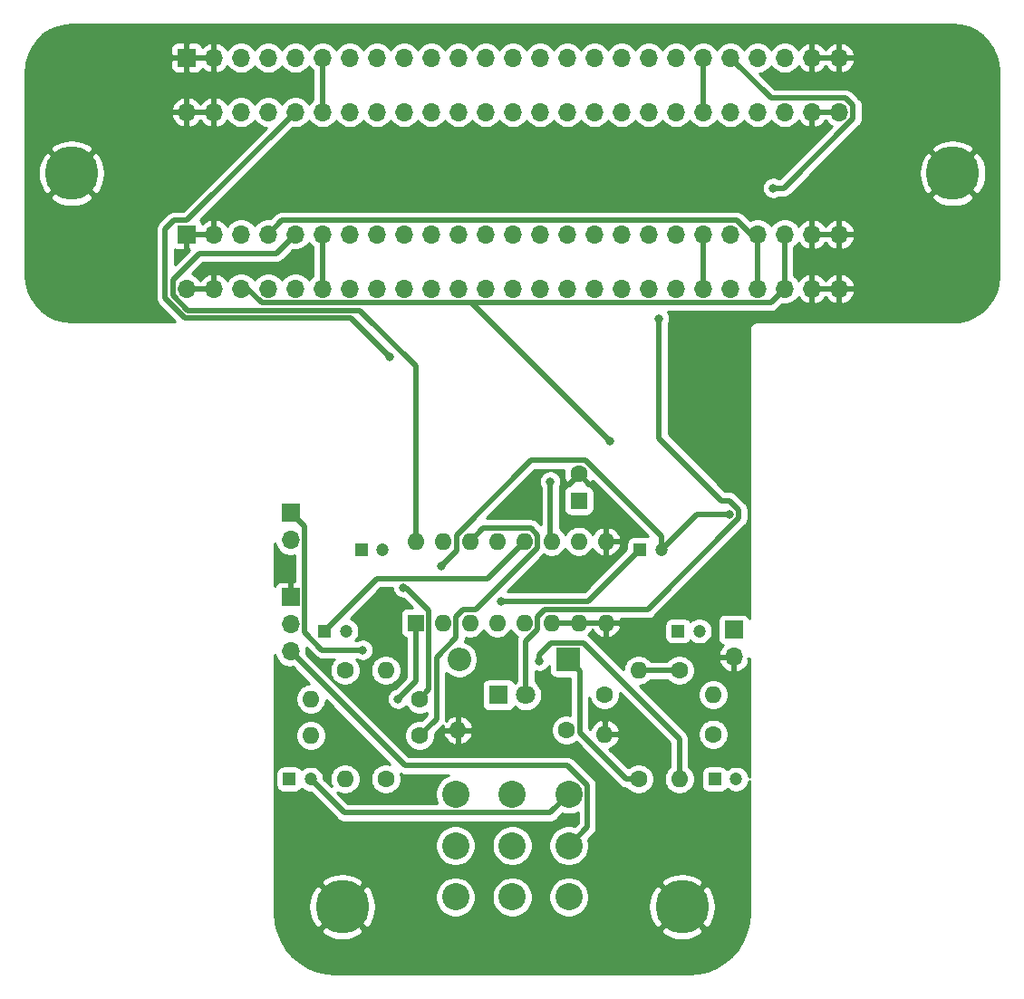
<source format=gbr>
G04 #@! TF.GenerationSoftware,KiCad,Pcbnew,(5.1.7)-1*
G04 #@! TF.CreationDate,2021-07-27T18:03:22-05:00*
G04 #@! TF.ProjectId,ConsolePedalDual,436f6e73-6f6c-4655-9065-64616c447561,rev?*
G04 #@! TF.SameCoordinates,Original*
G04 #@! TF.FileFunction,Copper,L2,Bot*
G04 #@! TF.FilePolarity,Positive*
%FSLAX46Y46*%
G04 Gerber Fmt 4.6, Leading zero omitted, Abs format (unit mm)*
G04 Created by KiCad (PCBNEW (5.1.7)-1) date 2021-07-27 18:03:22*
%MOMM*%
%LPD*%
G01*
G04 APERTURE LIST*
G04 #@! TA.AperFunction,ComponentPad*
%ADD10R,1.700000X1.700000*%
G04 #@! TD*
G04 #@! TA.AperFunction,ComponentPad*
%ADD11O,1.700000X1.700000*%
G04 #@! TD*
G04 #@! TA.AperFunction,ComponentPad*
%ADD12C,5.000000*%
G04 #@! TD*
G04 #@! TA.AperFunction,ComponentPad*
%ADD13R,1.800000X1.800000*%
G04 #@! TD*
G04 #@! TA.AperFunction,ComponentPad*
%ADD14C,1.800000*%
G04 #@! TD*
G04 #@! TA.AperFunction,ComponentPad*
%ADD15C,1.600000*%
G04 #@! TD*
G04 #@! TA.AperFunction,ComponentPad*
%ADD16O,1.600000X1.600000*%
G04 #@! TD*
G04 #@! TA.AperFunction,ComponentPad*
%ADD17C,2.540000*%
G04 #@! TD*
G04 #@! TA.AperFunction,ComponentPad*
%ADD18R,2.200000X2.200000*%
G04 #@! TD*
G04 #@! TA.AperFunction,ComponentPad*
%ADD19O,2.200000X2.200000*%
G04 #@! TD*
G04 #@! TA.AperFunction,ComponentPad*
%ADD20R,1.600000X1.600000*%
G04 #@! TD*
G04 #@! TA.AperFunction,ComponentPad*
%ADD21R,1.200000X1.200000*%
G04 #@! TD*
G04 #@! TA.AperFunction,ComponentPad*
%ADD22C,1.200000*%
G04 #@! TD*
G04 #@! TA.AperFunction,ViaPad*
%ADD23C,0.800000*%
G04 #@! TD*
G04 #@! TA.AperFunction,Conductor*
%ADD24C,0.500000*%
G04 #@! TD*
G04 #@! TA.AperFunction,Conductor*
%ADD25C,0.254000*%
G04 #@! TD*
G04 #@! TA.AperFunction,Conductor*
%ADD26C,0.100000*%
G04 #@! TD*
G04 APERTURE END LIST*
D10*
G04 #@! TO.P,J3,1*
G04 #@! TO.N,GND*
X106750000Y-36830000D03*
D11*
G04 #@! TO.P,J3,2*
X106750000Y-41910000D03*
G04 #@! TO.P,J3,3*
X109290000Y-36830000D03*
G04 #@! TO.P,J3,4*
X109290000Y-41910000D03*
G04 #@! TO.P,J3,5*
G04 #@! TO.N,/SlotAInput*
X111830000Y-36830000D03*
G04 #@! TO.P,J3,6*
X111830000Y-41910000D03*
G04 #@! TO.P,J3,7*
G04 #@! TO.N,/SlotAOutput*
X114370000Y-36830000D03*
G04 #@! TO.P,J3,8*
X114370000Y-41910000D03*
G04 #@! TO.P,J3,9*
G04 #@! TO.N,+9V*
X116910000Y-36830000D03*
G04 #@! TO.P,J3,10*
G04 #@! TO.N,/SlotA*
X116910000Y-41910000D03*
G04 #@! TO.P,J3,11*
G04 #@! TO.N,/LEDPower*
X119450000Y-36830000D03*
G04 #@! TO.P,J3,12*
X119450000Y-41910000D03*
G04 #@! TO.P,J3,13*
G04 #@! TO.N,N/C*
X121990000Y-36830000D03*
G04 #@! TO.P,J3,14*
X121990000Y-41910000D03*
G04 #@! TO.P,J3,15*
X124530000Y-36830000D03*
G04 #@! TO.P,J3,16*
X124530000Y-41910000D03*
G04 #@! TO.P,J3,17*
X127070000Y-36830000D03*
G04 #@! TO.P,J3,18*
X127070000Y-41910000D03*
G04 #@! TO.P,J3,19*
X129610000Y-36830000D03*
G04 #@! TO.P,J3,20*
X129610000Y-41910000D03*
G04 #@! TO.P,J3,21*
X132150000Y-36830000D03*
G04 #@! TO.P,J3,22*
X132150000Y-41910000D03*
G04 #@! TO.P,J3,23*
X134690000Y-36830000D03*
G04 #@! TO.P,J3,24*
X134690000Y-41910000D03*
G04 #@! TO.P,J3,25*
X137230000Y-36830000D03*
G04 #@! TO.P,J3,26*
X137230000Y-41910000D03*
G04 #@! TO.P,J3,27*
X139770000Y-36830000D03*
G04 #@! TO.P,J3,28*
X139770000Y-41910000D03*
G04 #@! TO.P,J3,29*
X142310000Y-36830000D03*
G04 #@! TO.P,J3,30*
X142310000Y-41910000D03*
G04 #@! TO.P,J3,31*
X144850000Y-36830000D03*
G04 #@! TO.P,J3,32*
X144850000Y-41910000D03*
G04 #@! TO.P,J3,33*
X147390000Y-36830000D03*
G04 #@! TO.P,J3,34*
X147390000Y-41910000D03*
G04 #@! TO.P,J3,35*
X149930000Y-36830000D03*
G04 #@! TO.P,J3,36*
X149930000Y-41910000D03*
G04 #@! TO.P,J3,37*
X152470000Y-36830000D03*
G04 #@! TO.P,J3,38*
X152470000Y-41910000D03*
G04 #@! TO.P,J3,39*
G04 #@! TO.N,/LEDPower*
X155010000Y-36830000D03*
G04 #@! TO.P,J3,40*
X155010000Y-41910000D03*
G04 #@! TO.P,J3,41*
G04 #@! TO.N,+9V*
X157550000Y-36830000D03*
G04 #@! TO.P,J3,42*
G04 #@! TO.N,/SlotA*
X157550000Y-41910000D03*
G04 #@! TO.P,J3,43*
G04 #@! TO.N,/SlotAOutput*
X160090000Y-36830000D03*
G04 #@! TO.P,J3,44*
X160090000Y-41910000D03*
G04 #@! TO.P,J3,45*
G04 #@! TO.N,/SlotAInput*
X162630000Y-36830000D03*
G04 #@! TO.P,J3,46*
X162630000Y-41910000D03*
G04 #@! TO.P,J3,47*
G04 #@! TO.N,GND*
X165170000Y-36830000D03*
G04 #@! TO.P,J3,48*
X165170000Y-41910000D03*
G04 #@! TO.P,J3,49*
X167710000Y-36830000D03*
G04 #@! TO.P,J3,50*
X167710000Y-41910000D03*
G04 #@! TD*
D12*
G04 #@! TO.P,H3,1*
G04 #@! TO.N,GND*
X178320000Y-31120000D03*
G04 #@! TD*
D11*
G04 #@! TO.P,BT1,2*
G04 #@! TO.N,Net-(BT1-Pad2)*
X116459000Y-65405000D03*
D10*
G04 #@! TO.P,BT1,1*
G04 #@! TO.N,Net-(BT1-Pad1)*
X116459000Y-62865000D03*
G04 #@! TD*
D13*
G04 #@! TO.P,D1,1*
G04 #@! TO.N,Net-(D1-Pad1)*
X135890000Y-79883000D03*
D14*
G04 #@! TO.P,D1,2*
G04 #@! TO.N,/LEDPower*
X138430000Y-79883000D03*
G04 #@! TD*
D10*
G04 #@! TO.P,J1,1*
G04 #@! TO.N,GND*
X116459000Y-70739000D03*
D11*
G04 #@! TO.P,J1,2*
G04 #@! TO.N,Net-(BT1-Pad2)*
X116459000Y-73279000D03*
G04 #@! TO.P,J1,3*
G04 #@! TO.N,Net-(J1-Pad3)*
X116459000Y-75819000D03*
G04 #@! TD*
D10*
G04 #@! TO.P,J2,1*
G04 #@! TO.N,Net-(J2-Pad1)*
X157861000Y-73787000D03*
D11*
G04 #@! TO.P,J2,2*
G04 #@! TO.N,GND*
X157861000Y-76327000D03*
G04 #@! TD*
D15*
G04 #@! TO.P,R1,1*
G04 #@! TO.N,Net-(D1-Pad1)*
X142240000Y-83185000D03*
D16*
G04 #@! TO.P,R1,2*
G04 #@! TO.N,GND*
X132080000Y-83185000D03*
G04 #@! TD*
D17*
G04 #@! TO.P,S1,P$1*
G04 #@! TO.N,Net-(S1-PadP$1)*
X142458440Y-98778060D03*
G04 #@! TO.P,S1,P$2*
G04 #@! TO.N,Net-(J1-Pad3)*
X142458440Y-93980000D03*
G04 #@! TO.P,S1,P$3*
G04 #@! TO.N,/Input*
X142458440Y-89181940D03*
G04 #@! TO.P,S1,P$4*
G04 #@! TO.N,Net-(S1-PadP$1)*
X137160000Y-98778060D03*
G04 #@! TO.P,S1,P$5*
G04 #@! TO.N,Net-(J2-Pad1)*
X137160000Y-93980000D03*
G04 #@! TO.P,S1,P$6*
G04 #@! TO.N,/Output*
X137160000Y-89181940D03*
G04 #@! TO.P,S1,P$7*
G04 #@! TO.N,N/C*
X131861560Y-98778060D03*
G04 #@! TO.P,S1,P$8*
G04 #@! TO.N,+9V*
X131861560Y-93980000D03*
G04 #@! TO.P,S1,P$9*
G04 #@! TO.N,/LEDPower*
X131861560Y-89181940D03*
G04 #@! TD*
D18*
G04 #@! TO.P,D2,1*
G04 #@! TO.N,+9V*
X142367000Y-76581000D03*
D19*
G04 #@! TO.P,D2,2*
G04 #@! TO.N,Net-(BT1-Pad1)*
X132207000Y-76581000D03*
G04 #@! TD*
D10*
G04 #@! TO.P,J4,1*
G04 #@! TO.N,GND*
X106750000Y-20330000D03*
D11*
G04 #@! TO.P,J4,2*
X106750000Y-25410000D03*
G04 #@! TO.P,J4,3*
X109290000Y-20330000D03*
G04 #@! TO.P,J4,4*
X109290000Y-25410000D03*
G04 #@! TO.P,J4,5*
G04 #@! TO.N,/SlotBInput*
X111830000Y-20330000D03*
G04 #@! TO.P,J4,6*
X111830000Y-25410000D03*
G04 #@! TO.P,J4,7*
G04 #@! TO.N,/Output*
X114370000Y-20330000D03*
G04 #@! TO.P,J4,8*
X114370000Y-25410000D03*
G04 #@! TO.P,J4,9*
G04 #@! TO.N,+9V*
X116910000Y-20330000D03*
G04 #@! TO.P,J4,10*
G04 #@! TO.N,/SlotB*
X116910000Y-25410000D03*
G04 #@! TO.P,J4,11*
G04 #@! TO.N,/LEDPower*
X119450000Y-20330000D03*
G04 #@! TO.P,J4,12*
X119450000Y-25410000D03*
G04 #@! TO.P,J4,13*
G04 #@! TO.N,N/C*
X121990000Y-20330000D03*
G04 #@! TO.P,J4,14*
X121990000Y-25410000D03*
G04 #@! TO.P,J4,15*
X124530000Y-20330000D03*
G04 #@! TO.P,J4,16*
X124530000Y-25410000D03*
G04 #@! TO.P,J4,17*
X127070000Y-20330000D03*
G04 #@! TO.P,J4,18*
X127070000Y-25410000D03*
G04 #@! TO.P,J4,19*
X129610000Y-20330000D03*
G04 #@! TO.P,J4,20*
X129610000Y-25410000D03*
G04 #@! TO.P,J4,21*
X132150000Y-20330000D03*
G04 #@! TO.P,J4,22*
X132150000Y-25410000D03*
G04 #@! TO.P,J4,23*
X134690000Y-20330000D03*
G04 #@! TO.P,J4,24*
X134690000Y-25410000D03*
G04 #@! TO.P,J4,25*
X137230000Y-20330000D03*
G04 #@! TO.P,J4,26*
X137230000Y-25410000D03*
G04 #@! TO.P,J4,27*
X139770000Y-20330000D03*
G04 #@! TO.P,J4,28*
X139770000Y-25410000D03*
G04 #@! TO.P,J4,29*
X142310000Y-20330000D03*
G04 #@! TO.P,J4,30*
X142310000Y-25410000D03*
G04 #@! TO.P,J4,31*
X144850000Y-20330000D03*
G04 #@! TO.P,J4,32*
X144850000Y-25410000D03*
G04 #@! TO.P,J4,33*
X147390000Y-20330000D03*
G04 #@! TO.P,J4,34*
X147390000Y-25410000D03*
G04 #@! TO.P,J4,35*
X149930000Y-20330000D03*
G04 #@! TO.P,J4,36*
X149930000Y-25410000D03*
G04 #@! TO.P,J4,37*
X152470000Y-20330000D03*
G04 #@! TO.P,J4,38*
X152470000Y-25410000D03*
G04 #@! TO.P,J4,39*
G04 #@! TO.N,/LEDPower*
X155010000Y-20330000D03*
G04 #@! TO.P,J4,40*
X155010000Y-25410000D03*
G04 #@! TO.P,J4,41*
G04 #@! TO.N,+9V*
X157550000Y-20330000D03*
G04 #@! TO.P,J4,42*
G04 #@! TO.N,/SlotB*
X157550000Y-25410000D03*
G04 #@! TO.P,J4,43*
G04 #@! TO.N,/Output*
X160090000Y-20330000D03*
G04 #@! TO.P,J4,44*
X160090000Y-25410000D03*
G04 #@! TO.P,J4,45*
G04 #@! TO.N,/SlotBInput*
X162630000Y-20330000D03*
G04 #@! TO.P,J4,46*
X162630000Y-25410000D03*
G04 #@! TO.P,J4,47*
G04 #@! TO.N,GND*
X165170000Y-20330000D03*
G04 #@! TO.P,J4,48*
X165170000Y-25410000D03*
G04 #@! TO.P,J4,49*
X167710000Y-20330000D03*
G04 #@! TO.P,J4,50*
X167710000Y-25410000D03*
G04 #@! TD*
D12*
G04 #@! TO.P,H1,1*
G04 #@! TO.N,GND*
X96000000Y-31120000D03*
G04 #@! TD*
G04 #@! TO.P,H2,1*
G04 #@! TO.N,GND*
X121285000Y-99695000D03*
G04 #@! TD*
G04 #@! TO.P,H4,1*
G04 #@! TO.N,GND*
X153035000Y-99695000D03*
G04 #@! TD*
D16*
G04 #@! TO.P,R2,2*
G04 #@! TO.N,/VREF*
X148971000Y-77597000D03*
D15*
G04 #@! TO.P,R2,1*
G04 #@! TO.N,+9V*
X148971000Y-87757000D03*
G04 #@! TD*
G04 #@! TO.P,R3,1*
G04 #@! TO.N,/VREF*
X155956000Y-83566000D03*
D16*
G04 #@! TO.P,R3,2*
G04 #@! TO.N,GND*
X145796000Y-83566000D03*
G04 #@! TD*
G04 #@! TO.P,R4,2*
G04 #@! TO.N,/VREF*
X118364000Y-83693000D03*
D15*
G04 #@! TO.P,R4,1*
G04 #@! TO.N,Net-(C2-Pad1)*
X128524000Y-83693000D03*
G04 #@! TD*
G04 #@! TO.P,R5,1*
G04 #@! TO.N,Net-(C3-Pad1)*
X128524000Y-80264000D03*
D16*
G04 #@! TO.P,R5,2*
G04 #@! TO.N,/VREF*
X118364000Y-80264000D03*
G04 #@! TD*
G04 #@! TO.P,R6,2*
G04 #@! TO.N,Net-(C4-Pad1)*
X121539000Y-87757000D03*
D15*
G04 #@! TO.P,R6,1*
G04 #@! TO.N,/VREF*
X121539000Y-77597000D03*
G04 #@! TD*
G04 #@! TO.P,R7,1*
G04 #@! TO.N,Net-(C5-Pad1)*
X145796000Y-79883000D03*
D16*
G04 #@! TO.P,R7,2*
G04 #@! TO.N,/VREF*
X155956000Y-79883000D03*
G04 #@! TD*
G04 #@! TO.P,R8,2*
G04 #@! TO.N,Net-(C6-Pad1)*
X152781000Y-87757000D03*
D15*
G04 #@! TO.P,R8,1*
G04 #@! TO.N,/VREF*
X152781000Y-77597000D03*
G04 #@! TD*
G04 #@! TO.P,R9,1*
G04 #@! TO.N,Net-(C7-Pad1)*
X125349000Y-87757000D03*
D16*
G04 #@! TO.P,R9,2*
G04 #@! TO.N,/VREF*
X125349000Y-77597000D03*
G04 #@! TD*
D20*
G04 #@! TO.P,U1,1*
G04 #@! TO.N,Net-(C7-Pad1)*
X128143000Y-73152000D03*
D16*
G04 #@! TO.P,U1,9*
G04 #@! TO.N,GND*
X145923000Y-65532000D03*
G04 #@! TO.P,U1,2*
G04 #@! TO.N,Net-(C6-Pad1)*
X130683000Y-73152000D03*
G04 #@! TO.P,U1,10*
G04 #@! TO.N,/SlotB*
X143383000Y-65532000D03*
G04 #@! TO.P,U1,3*
G04 #@! TO.N,N/C*
X133223000Y-73152000D03*
G04 #@! TO.P,U1,11*
G04 #@! TO.N,/SlotA*
X140843000Y-65532000D03*
G04 #@! TO.P,U1,4*
G04 #@! TO.N,N/C*
X135763000Y-73152000D03*
G04 #@! TO.P,U1,12*
G04 #@! TO.N,Net-(C4-Pad1)*
X138303000Y-65532000D03*
G04 #@! TO.P,U1,5*
G04 #@! TO.N,N/C*
X138303000Y-73152000D03*
G04 #@! TO.P,U1,13*
G04 #@! TO.N,Net-(C5-Pad1)*
X135763000Y-65532000D03*
G04 #@! TO.P,U1,6*
G04 #@! TO.N,GND*
X140843000Y-73152000D03*
G04 #@! TO.P,U1,14*
G04 #@! TO.N,Net-(C2-Pad1)*
X133223000Y-65532000D03*
G04 #@! TO.P,U1,7*
G04 #@! TO.N,GND*
X143383000Y-73152000D03*
G04 #@! TO.P,U1,15*
G04 #@! TO.N,Net-(C3-Pad1)*
X130683000Y-65532000D03*
G04 #@! TO.P,U1,8*
G04 #@! TO.N,GND*
X145923000Y-73152000D03*
G04 #@! TO.P,U1,16*
G04 #@! TO.N,+9V*
X128143000Y-65532000D03*
G04 #@! TD*
D21*
G04 #@! TO.P,C2,1*
G04 #@! TO.N,Net-(C2-Pad1)*
X116332000Y-87757000D03*
D22*
G04 #@! TO.P,C2,2*
G04 #@! TO.N,/Input*
X118332000Y-87757000D03*
G04 #@! TD*
G04 #@! TO.P,C3,2*
G04 #@! TO.N,/SlotAOutput*
X125063000Y-66294000D03*
D21*
G04 #@! TO.P,C3,1*
G04 #@! TO.N,Net-(C3-Pad1)*
X123063000Y-66294000D03*
G04 #@! TD*
G04 #@! TO.P,C4,1*
G04 #@! TO.N,Net-(C4-Pad1)*
X119634000Y-73914000D03*
D22*
G04 #@! TO.P,C4,2*
G04 #@! TO.N,/SlotBInput*
X121634000Y-73914000D03*
G04 #@! TD*
D21*
G04 #@! TO.P,C5,1*
G04 #@! TO.N,Net-(C5-Pad1)*
X152654000Y-73914000D03*
D22*
G04 #@! TO.P,C5,2*
G04 #@! TO.N,/SlotAInput*
X154654000Y-73914000D03*
G04 #@! TD*
G04 #@! TO.P,C6,2*
G04 #@! TO.N,/Output*
X158083000Y-87757000D03*
D21*
G04 #@! TO.P,C6,1*
G04 #@! TO.N,Net-(C6-Pad1)*
X156083000Y-87757000D03*
G04 #@! TD*
D22*
G04 #@! TO.P,C7,2*
G04 #@! TO.N,/SlotBInput*
X151098000Y-66294000D03*
D21*
G04 #@! TO.P,C7,1*
G04 #@! TO.N,Net-(C7-Pad1)*
X149098000Y-66294000D03*
G04 #@! TD*
D20*
G04 #@! TO.P,C1,1*
G04 #@! TO.N,/VREF*
X143383000Y-61722000D03*
D15*
G04 #@! TO.P,C1,2*
G04 #@! TO.N,GND*
X143383000Y-59222000D03*
G04 #@! TD*
D23*
G04 #@! TO.N,+9V*
X161544000Y-32512000D03*
G04 #@! TO.N,/LEDPower*
X150876000Y-44704000D03*
G04 #@! TO.N,GND*
X152654000Y-71628000D03*
X147066000Y-75438000D03*
X117094000Y-39624000D03*
X166624000Y-39370000D03*
X153670000Y-49530000D03*
X153670000Y-50800000D03*
X153670000Y-52070000D03*
X146050000Y-63500000D03*
X146050000Y-62230000D03*
G04 #@! TO.N,Net-(BT1-Pad1)*
X123190000Y-75692000D03*
G04 #@! TO.N,Net-(C3-Pad1)*
X127000000Y-69850000D03*
G04 #@! TO.N,/SlotBInput*
X157480000Y-62992000D03*
X130556000Y-67818000D03*
G04 #@! TO.N,/SlotAInput*
X146304000Y-56134000D03*
G04 #@! TO.N,Net-(C6-Pad1)*
X139700000Y-76708000D03*
G04 #@! TO.N,Net-(C7-Pad1)*
X126492000Y-80264000D03*
X136144000Y-71120000D03*
G04 #@! TO.N,/SlotA*
X140716000Y-59944000D03*
G04 #@! TO.N,/SlotB*
X125730000Y-48260000D03*
G04 #@! TD*
D24*
G04 #@! TO.N,+9V*
X143490001Y-77704001D02*
X142367000Y-76581000D01*
X143490001Y-83407371D02*
X143490001Y-77704001D01*
X147839630Y-87757000D02*
X143490001Y-83407371D01*
X148971000Y-87757000D02*
X147839630Y-87757000D01*
X162532002Y-32512000D02*
X161544000Y-32512000D01*
X169010001Y-26034001D02*
X162532002Y-32512000D01*
X169010001Y-24785999D02*
X169010001Y-26034001D01*
X168334001Y-24109999D02*
X169010001Y-24785999D01*
X161329999Y-24109999D02*
X168334001Y-24109999D01*
X157550000Y-20330000D02*
X161329999Y-24109999D01*
X115132000Y-38608000D02*
X116910000Y-36830000D01*
X107950000Y-38608000D02*
X115132000Y-38608000D01*
X105449999Y-41108001D02*
X107950000Y-38608000D01*
X105449999Y-42534001D02*
X105449999Y-41108001D01*
X106857998Y-43942000D02*
X105449999Y-42534001D01*
X122936000Y-43942000D02*
X106857998Y-43942000D01*
X128143000Y-49149000D02*
X122936000Y-43942000D01*
X128143000Y-65532000D02*
X128143000Y-49149000D01*
G04 #@! TO.N,/LEDPower*
X119450000Y-20330000D02*
X119450000Y-25410000D01*
X155010000Y-20330000D02*
X155010000Y-25410000D01*
X119450000Y-36830000D02*
X119450000Y-41910000D01*
X155010000Y-36830000D02*
X155010000Y-41910000D01*
X140203001Y-71901999D02*
X149828003Y-71901999D01*
X139553001Y-72551999D02*
X140203001Y-71901999D01*
X139553001Y-73752001D02*
X139553001Y-72551999D01*
X138430000Y-74875002D02*
X139553001Y-73752001D01*
X149828003Y-71901999D02*
X158330001Y-63400001D01*
X138430000Y-79883000D02*
X138430000Y-74875002D01*
X158330001Y-62583999D02*
X157468002Y-61722000D01*
X158330001Y-63400001D02*
X158330001Y-62583999D01*
X157468002Y-61722000D02*
X156718000Y-61722000D01*
X150876000Y-55880000D02*
X150876000Y-44704000D01*
X156718000Y-61722000D02*
X150876000Y-55880000D01*
G04 #@! TO.N,Net-(J1-Pad3)*
X144178441Y-92259999D02*
X142458440Y-93980000D01*
X144178441Y-88356339D02*
X144178441Y-92259999D01*
X142329101Y-86506999D02*
X144178441Y-88356339D01*
X127146999Y-86506999D02*
X142329101Y-86506999D01*
X116459000Y-75819000D02*
X127146999Y-86506999D01*
G04 #@! TO.N,/Input*
X140738439Y-90901941D02*
X142458440Y-89181940D01*
X121476941Y-90901941D02*
X140738439Y-90901941D01*
X118332000Y-87757000D02*
X121476941Y-90901941D01*
G04 #@! TO.N,Net-(BT1-Pad1)*
X117759001Y-64165001D02*
X116459000Y-62865000D01*
X117759001Y-74049003D02*
X117759001Y-64165001D01*
X119401998Y-75692000D02*
X117759001Y-74049003D01*
X123190000Y-75692000D02*
X119401998Y-75692000D01*
G04 #@! TO.N,/VREF*
X148971000Y-77597000D02*
X152781000Y-77597000D01*
G04 #@! TO.N,Net-(C2-Pad1)*
X130093011Y-76400987D02*
X130093011Y-82123989D01*
X131933001Y-74560997D02*
X130093011Y-76400987D01*
X133783003Y-71901999D02*
X132583001Y-71901999D01*
X132583001Y-71901999D02*
X131933001Y-72551999D01*
X139553001Y-66132001D02*
X133783003Y-71901999D01*
X131933001Y-72551999D02*
X131933001Y-74560997D01*
X139553001Y-64931999D02*
X139553001Y-66132001D01*
X138903001Y-64281999D02*
X139553001Y-64931999D01*
X130093011Y-82123989D02*
X128524000Y-83693000D01*
X134473001Y-64281999D02*
X138903001Y-64281999D01*
X133223000Y-65532000D02*
X134473001Y-64281999D01*
G04 #@! TO.N,/SlotAOutput*
X115670001Y-35529999D02*
X114370000Y-36830000D01*
X158174001Y-35529999D02*
X115670001Y-35529999D01*
X159474002Y-36830000D02*
X158174001Y-35529999D01*
X160090000Y-36830000D02*
X159474002Y-36830000D01*
X160090000Y-41910000D02*
X160090000Y-36830000D01*
G04 #@! TO.N,Net-(C3-Pad1)*
X127251002Y-69850000D02*
X127000000Y-69850000D01*
X129393001Y-71991999D02*
X127251002Y-69850000D01*
X129393001Y-79394999D02*
X129393001Y-71991999D01*
X128524000Y-80264000D02*
X129393001Y-79394999D01*
G04 #@! TO.N,Net-(C4-Pad1)*
X134835001Y-68999999D02*
X138303000Y-65532000D01*
X124548001Y-68999999D02*
X134835001Y-68999999D01*
X119634000Y-73914000D02*
X124548001Y-68999999D01*
G04 #@! TO.N,/SlotBInput*
X154400000Y-62992000D02*
X151098000Y-66294000D01*
X157480000Y-62992000D02*
X154400000Y-62992000D01*
X151098000Y-65086998D02*
X151098000Y-66294000D01*
X138932999Y-57971999D02*
X143983001Y-57971999D01*
X131972999Y-64931999D02*
X138932999Y-57971999D01*
X143983001Y-57971999D02*
X151098000Y-65086998D01*
X131972999Y-66401001D02*
X131972999Y-64931999D01*
X130556000Y-67818000D02*
X131972999Y-66401001D01*
G04 #@! TO.N,/SlotAInput*
X161329999Y-43210001D02*
X162630000Y-41910000D01*
X112445998Y-41910000D02*
X113745999Y-43210001D01*
X111830000Y-41910000D02*
X112445998Y-41910000D01*
X162630000Y-41910000D02*
X162630000Y-36830000D01*
X133380001Y-43210001D02*
X128493999Y-43210001D01*
X146304000Y-56134000D02*
X133380001Y-43210001D01*
X128493999Y-43210001D02*
X161329999Y-43210001D01*
X113745999Y-43210001D02*
X128493999Y-43210001D01*
G04 #@! TO.N,Net-(C6-Pad1)*
X152781000Y-83984998D02*
X152781000Y-87757000D01*
X143827001Y-75030999D02*
X152781000Y-83984998D01*
X140811316Y-75030999D02*
X143827001Y-75030999D01*
X139700000Y-76142315D02*
X140811316Y-75030999D01*
X139700000Y-76708000D02*
X139700000Y-76142315D01*
G04 #@! TO.N,Net-(C7-Pad1)*
X128143000Y-78613000D02*
X128143000Y-73152000D01*
X126492000Y-80264000D02*
X128143000Y-78613000D01*
X144272000Y-71120000D02*
X149098000Y-66294000D01*
X136144000Y-71120000D02*
X144272000Y-71120000D01*
G04 #@! TO.N,/SlotA*
X140716000Y-65405000D02*
X140843000Y-65532000D01*
X140716000Y-59944000D02*
X140716000Y-65405000D01*
G04 #@! TO.N,/SlotB*
X122112010Y-44642010D02*
X125730000Y-48260000D01*
X106568045Y-44642010D02*
X122112010Y-44642010D01*
X104749989Y-42823954D02*
X106568045Y-44642010D01*
X104749989Y-36320009D02*
X104749989Y-42823954D01*
X105539999Y-35529999D02*
X104749989Y-36320009D01*
X106790001Y-35529999D02*
X105539999Y-35529999D01*
X116910000Y-25410000D02*
X106790001Y-35529999D01*
G04 #@! TD*
D25*
G04 #@! TO.N,GND*
X179067192Y-17300578D02*
X179802389Y-17501705D01*
X180490351Y-17829846D01*
X181109331Y-18274628D01*
X181639761Y-18821988D01*
X182064884Y-19454639D01*
X182371251Y-20152561D01*
X182550499Y-20899183D01*
X182598001Y-21546044D01*
X182598000Y-40688382D01*
X182527422Y-41479193D01*
X182326295Y-42214389D01*
X181998152Y-42902355D01*
X181553374Y-43521328D01*
X181006012Y-44051761D01*
X180373362Y-44476883D01*
X179675439Y-44783251D01*
X178928819Y-44962499D01*
X178281970Y-45010000D01*
X160054877Y-45010000D01*
X160020000Y-45006565D01*
X159985123Y-45010000D01*
X159880816Y-45020273D01*
X159746980Y-45060872D01*
X159623637Y-45126800D01*
X159515525Y-45215525D01*
X159426800Y-45323637D01*
X159360872Y-45446980D01*
X159320273Y-45580816D01*
X159306565Y-45720000D01*
X159310000Y-45754877D01*
X159310000Y-72724132D01*
X159300502Y-72692820D01*
X159241537Y-72582506D01*
X159162185Y-72485815D01*
X159065494Y-72406463D01*
X158955180Y-72347498D01*
X158835482Y-72311188D01*
X158711000Y-72298928D01*
X157011000Y-72298928D01*
X156886518Y-72311188D01*
X156766820Y-72347498D01*
X156656506Y-72406463D01*
X156559815Y-72485815D01*
X156480463Y-72582506D01*
X156421498Y-72692820D01*
X156385188Y-72812518D01*
X156372928Y-72937000D01*
X156372928Y-74637000D01*
X156385188Y-74761482D01*
X156421498Y-74881180D01*
X156480463Y-74991494D01*
X156559815Y-75088185D01*
X156656506Y-75167537D01*
X156766820Y-75226502D01*
X156847466Y-75250966D01*
X156763412Y-75326731D01*
X156589359Y-75560080D01*
X156464175Y-75822901D01*
X156419524Y-75970110D01*
X156540845Y-76200000D01*
X157734000Y-76200000D01*
X157734000Y-76180000D01*
X157988000Y-76180000D01*
X157988000Y-76200000D01*
X158008000Y-76200000D01*
X158008000Y-76454000D01*
X157988000Y-76454000D01*
X157988000Y-77647814D01*
X158217891Y-77768481D01*
X158492252Y-77671157D01*
X158742355Y-77522178D01*
X158958588Y-77327269D01*
X159132641Y-77093920D01*
X159257825Y-76831099D01*
X159302476Y-76683890D01*
X159181156Y-76454002D01*
X159310001Y-76454002D01*
X159310001Y-87595148D01*
X159270540Y-87396764D01*
X159177443Y-87172008D01*
X159042287Y-86969733D01*
X158870267Y-86797713D01*
X158667992Y-86662557D01*
X158443236Y-86569460D01*
X158204637Y-86522000D01*
X157961363Y-86522000D01*
X157722764Y-86569460D01*
X157498008Y-86662557D01*
X157295733Y-86797713D01*
X157240499Y-86852947D01*
X157213537Y-86802506D01*
X157134185Y-86705815D01*
X157037494Y-86626463D01*
X156927180Y-86567498D01*
X156807482Y-86531188D01*
X156683000Y-86518928D01*
X155483000Y-86518928D01*
X155358518Y-86531188D01*
X155238820Y-86567498D01*
X155128506Y-86626463D01*
X155031815Y-86705815D01*
X154952463Y-86802506D01*
X154893498Y-86912820D01*
X154857188Y-87032518D01*
X154844928Y-87157000D01*
X154844928Y-88357000D01*
X154857188Y-88481482D01*
X154893498Y-88601180D01*
X154952463Y-88711494D01*
X155031815Y-88808185D01*
X155128506Y-88887537D01*
X155238820Y-88946502D01*
X155358518Y-88982812D01*
X155483000Y-88995072D01*
X156683000Y-88995072D01*
X156807482Y-88982812D01*
X156927180Y-88946502D01*
X157037494Y-88887537D01*
X157134185Y-88808185D01*
X157213537Y-88711494D01*
X157240499Y-88661053D01*
X157295733Y-88716287D01*
X157498008Y-88851443D01*
X157722764Y-88944540D01*
X157961363Y-88992000D01*
X158204637Y-88992000D01*
X158443236Y-88944540D01*
X158667992Y-88851443D01*
X158870267Y-88716287D01*
X159042287Y-88544267D01*
X159177443Y-88341992D01*
X159270540Y-88117236D01*
X159310001Y-87918852D01*
X159310001Y-100302095D01*
X159238394Y-101211943D01*
X159031870Y-102072180D01*
X158693320Y-102889511D01*
X158231077Y-103643821D01*
X157656530Y-104316530D01*
X156983821Y-104891077D01*
X156229505Y-105353323D01*
X155412181Y-105691869D01*
X154551943Y-105898394D01*
X153642108Y-105970000D01*
X120677892Y-105970000D01*
X119768057Y-105898394D01*
X118907820Y-105691870D01*
X118090489Y-105353320D01*
X117336179Y-104891077D01*
X116663470Y-104316530D01*
X116088923Y-103643821D01*
X115626677Y-102889505D01*
X115288131Y-102072181D01*
X115246350Y-101898148D01*
X119261457Y-101898148D01*
X119537627Y-102316118D01*
X120082557Y-102606649D01*
X120673696Y-102785287D01*
X121288328Y-102845168D01*
X121902831Y-102783990D01*
X122493592Y-102604103D01*
X123032373Y-102316118D01*
X123308543Y-101898148D01*
X151011457Y-101898148D01*
X151287627Y-102316118D01*
X151832557Y-102606649D01*
X152423696Y-102785287D01*
X153038328Y-102845168D01*
X153652831Y-102783990D01*
X154243592Y-102604103D01*
X154782373Y-102316118D01*
X155058543Y-101898148D01*
X153035000Y-99874605D01*
X151011457Y-101898148D01*
X123308543Y-101898148D01*
X121285000Y-99874605D01*
X119261457Y-101898148D01*
X115246350Y-101898148D01*
X115081606Y-101211943D01*
X115010000Y-100302108D01*
X115010000Y-99698328D01*
X118134832Y-99698328D01*
X118196010Y-100312831D01*
X118375897Y-100903592D01*
X118663882Y-101442373D01*
X119081852Y-101718543D01*
X121105395Y-99695000D01*
X121464605Y-99695000D01*
X123488148Y-101718543D01*
X123906118Y-101442373D01*
X124196649Y-100897443D01*
X124375287Y-100306304D01*
X124435168Y-99691672D01*
X124373990Y-99077169D01*
X124225779Y-98590434D01*
X129956560Y-98590434D01*
X129956560Y-98965686D01*
X130029769Y-99333728D01*
X130173371Y-99680416D01*
X130381850Y-99992426D01*
X130647194Y-100257770D01*
X130959204Y-100466249D01*
X131305892Y-100609851D01*
X131673934Y-100683060D01*
X132049186Y-100683060D01*
X132417228Y-100609851D01*
X132763916Y-100466249D01*
X133075926Y-100257770D01*
X133341270Y-99992426D01*
X133549749Y-99680416D01*
X133693351Y-99333728D01*
X133766560Y-98965686D01*
X133766560Y-98590434D01*
X135255000Y-98590434D01*
X135255000Y-98965686D01*
X135328209Y-99333728D01*
X135471811Y-99680416D01*
X135680290Y-99992426D01*
X135945634Y-100257770D01*
X136257644Y-100466249D01*
X136604332Y-100609851D01*
X136972374Y-100683060D01*
X137347626Y-100683060D01*
X137715668Y-100609851D01*
X138062356Y-100466249D01*
X138374366Y-100257770D01*
X138639710Y-99992426D01*
X138848189Y-99680416D01*
X138991791Y-99333728D01*
X139065000Y-98965686D01*
X139065000Y-98590434D01*
X140553440Y-98590434D01*
X140553440Y-98965686D01*
X140626649Y-99333728D01*
X140770251Y-99680416D01*
X140978730Y-99992426D01*
X141244074Y-100257770D01*
X141556084Y-100466249D01*
X141902772Y-100609851D01*
X142270814Y-100683060D01*
X142646066Y-100683060D01*
X143014108Y-100609851D01*
X143360796Y-100466249D01*
X143672806Y-100257770D01*
X143938150Y-99992426D01*
X144134660Y-99698328D01*
X149884832Y-99698328D01*
X149946010Y-100312831D01*
X150125897Y-100903592D01*
X150413882Y-101442373D01*
X150831852Y-101718543D01*
X152855395Y-99695000D01*
X153214605Y-99695000D01*
X155238148Y-101718543D01*
X155656118Y-101442373D01*
X155946649Y-100897443D01*
X156125287Y-100306304D01*
X156185168Y-99691672D01*
X156123990Y-99077169D01*
X155944103Y-98486408D01*
X155656118Y-97947627D01*
X155238148Y-97671457D01*
X153214605Y-99695000D01*
X152855395Y-99695000D01*
X150831852Y-97671457D01*
X150413882Y-97947627D01*
X150123351Y-98492557D01*
X149944713Y-99083696D01*
X149884832Y-99698328D01*
X144134660Y-99698328D01*
X144146629Y-99680416D01*
X144290231Y-99333728D01*
X144363440Y-98965686D01*
X144363440Y-98590434D01*
X144290231Y-98222392D01*
X144146629Y-97875704D01*
X143938150Y-97563694D01*
X143866308Y-97491852D01*
X151011457Y-97491852D01*
X153035000Y-99515395D01*
X155058543Y-97491852D01*
X154782373Y-97073882D01*
X154237443Y-96783351D01*
X153646304Y-96604713D01*
X153031672Y-96544832D01*
X152417169Y-96606010D01*
X151826408Y-96785897D01*
X151287627Y-97073882D01*
X151011457Y-97491852D01*
X143866308Y-97491852D01*
X143672806Y-97298350D01*
X143360796Y-97089871D01*
X143014108Y-96946269D01*
X142646066Y-96873060D01*
X142270814Y-96873060D01*
X141902772Y-96946269D01*
X141556084Y-97089871D01*
X141244074Y-97298350D01*
X140978730Y-97563694D01*
X140770251Y-97875704D01*
X140626649Y-98222392D01*
X140553440Y-98590434D01*
X139065000Y-98590434D01*
X138991791Y-98222392D01*
X138848189Y-97875704D01*
X138639710Y-97563694D01*
X138374366Y-97298350D01*
X138062356Y-97089871D01*
X137715668Y-96946269D01*
X137347626Y-96873060D01*
X136972374Y-96873060D01*
X136604332Y-96946269D01*
X136257644Y-97089871D01*
X135945634Y-97298350D01*
X135680290Y-97563694D01*
X135471811Y-97875704D01*
X135328209Y-98222392D01*
X135255000Y-98590434D01*
X133766560Y-98590434D01*
X133693351Y-98222392D01*
X133549749Y-97875704D01*
X133341270Y-97563694D01*
X133075926Y-97298350D01*
X132763916Y-97089871D01*
X132417228Y-96946269D01*
X132049186Y-96873060D01*
X131673934Y-96873060D01*
X131305892Y-96946269D01*
X130959204Y-97089871D01*
X130647194Y-97298350D01*
X130381850Y-97563694D01*
X130173371Y-97875704D01*
X130029769Y-98222392D01*
X129956560Y-98590434D01*
X124225779Y-98590434D01*
X124194103Y-98486408D01*
X123906118Y-97947627D01*
X123488148Y-97671457D01*
X121464605Y-99695000D01*
X121105395Y-99695000D01*
X119081852Y-97671457D01*
X118663882Y-97947627D01*
X118373351Y-98492557D01*
X118194713Y-99083696D01*
X118134832Y-99698328D01*
X115010000Y-99698328D01*
X115010000Y-97491852D01*
X119261457Y-97491852D01*
X121285000Y-99515395D01*
X123308543Y-97491852D01*
X123032373Y-97073882D01*
X122487443Y-96783351D01*
X121896304Y-96604713D01*
X121281672Y-96544832D01*
X120667169Y-96606010D01*
X120076408Y-96785897D01*
X119537627Y-97073882D01*
X119261457Y-97491852D01*
X115010000Y-97491852D01*
X115010000Y-93792374D01*
X129956560Y-93792374D01*
X129956560Y-94167626D01*
X130029769Y-94535668D01*
X130173371Y-94882356D01*
X130381850Y-95194366D01*
X130647194Y-95459710D01*
X130959204Y-95668189D01*
X131305892Y-95811791D01*
X131673934Y-95885000D01*
X132049186Y-95885000D01*
X132417228Y-95811791D01*
X132763916Y-95668189D01*
X133075926Y-95459710D01*
X133341270Y-95194366D01*
X133549749Y-94882356D01*
X133693351Y-94535668D01*
X133766560Y-94167626D01*
X133766560Y-93792374D01*
X135255000Y-93792374D01*
X135255000Y-94167626D01*
X135328209Y-94535668D01*
X135471811Y-94882356D01*
X135680290Y-95194366D01*
X135945634Y-95459710D01*
X136257644Y-95668189D01*
X136604332Y-95811791D01*
X136972374Y-95885000D01*
X137347626Y-95885000D01*
X137715668Y-95811791D01*
X138062356Y-95668189D01*
X138374366Y-95459710D01*
X138639710Y-95194366D01*
X138848189Y-94882356D01*
X138991791Y-94535668D01*
X139065000Y-94167626D01*
X139065000Y-93792374D01*
X138991791Y-93424332D01*
X138848189Y-93077644D01*
X138639710Y-92765634D01*
X138374366Y-92500290D01*
X138062356Y-92291811D01*
X137715668Y-92148209D01*
X137347626Y-92075000D01*
X136972374Y-92075000D01*
X136604332Y-92148209D01*
X136257644Y-92291811D01*
X135945634Y-92500290D01*
X135680290Y-92765634D01*
X135471811Y-93077644D01*
X135328209Y-93424332D01*
X135255000Y-93792374D01*
X133766560Y-93792374D01*
X133693351Y-93424332D01*
X133549749Y-93077644D01*
X133341270Y-92765634D01*
X133075926Y-92500290D01*
X132763916Y-92291811D01*
X132417228Y-92148209D01*
X132049186Y-92075000D01*
X131673934Y-92075000D01*
X131305892Y-92148209D01*
X130959204Y-92291811D01*
X130647194Y-92500290D01*
X130381850Y-92765634D01*
X130173371Y-93077644D01*
X130029769Y-93424332D01*
X129956560Y-93792374D01*
X115010000Y-93792374D01*
X115010000Y-83551665D01*
X116929000Y-83551665D01*
X116929000Y-83834335D01*
X116984147Y-84111574D01*
X117092320Y-84372727D01*
X117249363Y-84607759D01*
X117449241Y-84807637D01*
X117684273Y-84964680D01*
X117945426Y-85072853D01*
X118222665Y-85128000D01*
X118505335Y-85128000D01*
X118782574Y-85072853D01*
X119043727Y-84964680D01*
X119278759Y-84807637D01*
X119478637Y-84607759D01*
X119635680Y-84372727D01*
X119743853Y-84111574D01*
X119799000Y-83834335D01*
X119799000Y-83551665D01*
X119743853Y-83274426D01*
X119635680Y-83013273D01*
X119478637Y-82778241D01*
X119278759Y-82578363D01*
X119043727Y-82421320D01*
X118782574Y-82313147D01*
X118505335Y-82258000D01*
X118222665Y-82258000D01*
X117945426Y-82313147D01*
X117684273Y-82421320D01*
X117449241Y-82578363D01*
X117249363Y-82778241D01*
X117092320Y-83013273D01*
X116984147Y-83274426D01*
X116929000Y-83551665D01*
X115010000Y-83551665D01*
X115010000Y-76146243D01*
X115031068Y-76252158D01*
X115143010Y-76522411D01*
X115305525Y-76765632D01*
X115512368Y-76972475D01*
X115755589Y-77134990D01*
X116025842Y-77246932D01*
X116312740Y-77304000D01*
X116605260Y-77304000D01*
X116677961Y-77289539D01*
X118218292Y-78829870D01*
X117945426Y-78884147D01*
X117684273Y-78992320D01*
X117449241Y-79149363D01*
X117249363Y-79349241D01*
X117092320Y-79584273D01*
X116984147Y-79845426D01*
X116929000Y-80122665D01*
X116929000Y-80405335D01*
X116984147Y-80682574D01*
X117092320Y-80943727D01*
X117249363Y-81178759D01*
X117449241Y-81378637D01*
X117684273Y-81535680D01*
X117945426Y-81643853D01*
X118222665Y-81699000D01*
X118505335Y-81699000D01*
X118782574Y-81643853D01*
X119043727Y-81535680D01*
X119278759Y-81378637D01*
X119478637Y-81178759D01*
X119635680Y-80943727D01*
X119743853Y-80682574D01*
X119798130Y-80409708D01*
X125765070Y-86376649D01*
X125490335Y-86322000D01*
X125207665Y-86322000D01*
X124930426Y-86377147D01*
X124669273Y-86485320D01*
X124434241Y-86642363D01*
X124234363Y-86842241D01*
X124077320Y-87077273D01*
X123969147Y-87338426D01*
X123914000Y-87615665D01*
X123914000Y-87898335D01*
X123969147Y-88175574D01*
X124077320Y-88436727D01*
X124234363Y-88671759D01*
X124434241Y-88871637D01*
X124669273Y-89028680D01*
X124930426Y-89136853D01*
X125207665Y-89192000D01*
X125490335Y-89192000D01*
X125767574Y-89136853D01*
X126028727Y-89028680D01*
X126263759Y-88871637D01*
X126463637Y-88671759D01*
X126620680Y-88436727D01*
X126728853Y-88175574D01*
X126784000Y-87898335D01*
X126784000Y-87615665D01*
X126728853Y-87338426D01*
X126701487Y-87272359D01*
X126806686Y-87328588D01*
X126973509Y-87379194D01*
X127103522Y-87391999D01*
X127103532Y-87391999D01*
X127146998Y-87396280D01*
X127190464Y-87391999D01*
X131204857Y-87391999D01*
X130959204Y-87493751D01*
X130647194Y-87702230D01*
X130381850Y-87967574D01*
X130173371Y-88279584D01*
X130029769Y-88626272D01*
X129956560Y-88994314D01*
X129956560Y-89369566D01*
X130029769Y-89737608D01*
X130145472Y-90016941D01*
X121843520Y-90016941D01*
X120847175Y-89020596D01*
X120859273Y-89028680D01*
X121120426Y-89136853D01*
X121397665Y-89192000D01*
X121680335Y-89192000D01*
X121957574Y-89136853D01*
X122218727Y-89028680D01*
X122453759Y-88871637D01*
X122653637Y-88671759D01*
X122810680Y-88436727D01*
X122918853Y-88175574D01*
X122974000Y-87898335D01*
X122974000Y-87615665D01*
X122918853Y-87338426D01*
X122810680Y-87077273D01*
X122653637Y-86842241D01*
X122453759Y-86642363D01*
X122218727Y-86485320D01*
X121957574Y-86377147D01*
X121680335Y-86322000D01*
X121397665Y-86322000D01*
X121120426Y-86377147D01*
X120859273Y-86485320D01*
X120624241Y-86642363D01*
X120424363Y-86842241D01*
X120267320Y-87077273D01*
X120159147Y-87338426D01*
X120104000Y-87615665D01*
X120104000Y-87898335D01*
X120159147Y-88175574D01*
X120267320Y-88436727D01*
X120275404Y-88448826D01*
X119567000Y-87740422D01*
X119567000Y-87635363D01*
X119519540Y-87396764D01*
X119426443Y-87172008D01*
X119291287Y-86969733D01*
X119119267Y-86797713D01*
X118916992Y-86662557D01*
X118692236Y-86569460D01*
X118453637Y-86522000D01*
X118210363Y-86522000D01*
X117971764Y-86569460D01*
X117747008Y-86662557D01*
X117544733Y-86797713D01*
X117489499Y-86852947D01*
X117462537Y-86802506D01*
X117383185Y-86705815D01*
X117286494Y-86626463D01*
X117176180Y-86567498D01*
X117056482Y-86531188D01*
X116932000Y-86518928D01*
X115732000Y-86518928D01*
X115607518Y-86531188D01*
X115487820Y-86567498D01*
X115377506Y-86626463D01*
X115280815Y-86705815D01*
X115201463Y-86802506D01*
X115142498Y-86912820D01*
X115106188Y-87032518D01*
X115093928Y-87157000D01*
X115093928Y-88357000D01*
X115106188Y-88481482D01*
X115142498Y-88601180D01*
X115201463Y-88711494D01*
X115280815Y-88808185D01*
X115377506Y-88887537D01*
X115487820Y-88946502D01*
X115607518Y-88982812D01*
X115732000Y-88995072D01*
X116932000Y-88995072D01*
X117056482Y-88982812D01*
X117176180Y-88946502D01*
X117286494Y-88887537D01*
X117383185Y-88808185D01*
X117462537Y-88711494D01*
X117489499Y-88661053D01*
X117544733Y-88716287D01*
X117747008Y-88851443D01*
X117971764Y-88944540D01*
X118210363Y-88992000D01*
X118315422Y-88992000D01*
X120820411Y-91496990D01*
X120848124Y-91530758D01*
X120881892Y-91558471D01*
X120881894Y-91558473D01*
X120936719Y-91603467D01*
X120982882Y-91641352D01*
X121136628Y-91723530D01*
X121303451Y-91774136D01*
X121433464Y-91786941D01*
X121433474Y-91786941D01*
X121476940Y-91791222D01*
X121520406Y-91786941D01*
X140694970Y-91786941D01*
X140738439Y-91791222D01*
X140781908Y-91786941D01*
X140781916Y-91786941D01*
X140911929Y-91774136D01*
X141078752Y-91723530D01*
X141232498Y-91641352D01*
X141367256Y-91530758D01*
X141394973Y-91496985D01*
X141885416Y-91006542D01*
X141902772Y-91013731D01*
X142270814Y-91086940D01*
X142646066Y-91086940D01*
X143014108Y-91013731D01*
X143293442Y-90898028D01*
X143293442Y-91893419D01*
X143031463Y-92155398D01*
X143014108Y-92148209D01*
X142646066Y-92075000D01*
X142270814Y-92075000D01*
X141902772Y-92148209D01*
X141556084Y-92291811D01*
X141244074Y-92500290D01*
X140978730Y-92765634D01*
X140770251Y-93077644D01*
X140626649Y-93424332D01*
X140553440Y-93792374D01*
X140553440Y-94167626D01*
X140626649Y-94535668D01*
X140770251Y-94882356D01*
X140978730Y-95194366D01*
X141244074Y-95459710D01*
X141556084Y-95668189D01*
X141902772Y-95811791D01*
X142270814Y-95885000D01*
X142646066Y-95885000D01*
X143014108Y-95811791D01*
X143360796Y-95668189D01*
X143672806Y-95459710D01*
X143938150Y-95194366D01*
X144146629Y-94882356D01*
X144290231Y-94535668D01*
X144363440Y-94167626D01*
X144363440Y-93792374D01*
X144290231Y-93424332D01*
X144283042Y-93406977D01*
X144773490Y-92916529D01*
X144807258Y-92888816D01*
X144917852Y-92754058D01*
X145000030Y-92600312D01*
X145050636Y-92433489D01*
X145063441Y-92303476D01*
X145063441Y-92303468D01*
X145067722Y-92259999D01*
X145063441Y-92216530D01*
X145063441Y-88399808D01*
X145067722Y-88356339D01*
X145063441Y-88312870D01*
X145063441Y-88312862D01*
X145050636Y-88182849D01*
X145000030Y-88016026D01*
X144917852Y-87862280D01*
X144807258Y-87727522D01*
X144773491Y-87699810D01*
X142985635Y-85911955D01*
X142957918Y-85878182D01*
X142823160Y-85767588D01*
X142669414Y-85685410D01*
X142502591Y-85634804D01*
X142372578Y-85621999D01*
X142372570Y-85621999D01*
X142329101Y-85617718D01*
X142285632Y-85621999D01*
X127513578Y-85621999D01*
X117929539Y-76037961D01*
X117944000Y-75965260D01*
X117944000Y-75672740D01*
X117897527Y-75439108D01*
X118745468Y-76287049D01*
X118773181Y-76320817D01*
X118806949Y-76348530D01*
X118806951Y-76348532D01*
X118907939Y-76431411D01*
X119061684Y-76513589D01*
X119228508Y-76564195D01*
X119358521Y-76577000D01*
X119358529Y-76577000D01*
X119401998Y-76581281D01*
X119445467Y-76577000D01*
X120529604Y-76577000D01*
X120424363Y-76682241D01*
X120267320Y-76917273D01*
X120159147Y-77178426D01*
X120104000Y-77455665D01*
X120104000Y-77738335D01*
X120159147Y-78015574D01*
X120267320Y-78276727D01*
X120424363Y-78511759D01*
X120624241Y-78711637D01*
X120859273Y-78868680D01*
X121120426Y-78976853D01*
X121397665Y-79032000D01*
X121680335Y-79032000D01*
X121957574Y-78976853D01*
X122218727Y-78868680D01*
X122453759Y-78711637D01*
X122653637Y-78511759D01*
X122810680Y-78276727D01*
X122918853Y-78015574D01*
X122974000Y-77738335D01*
X122974000Y-77455665D01*
X123914000Y-77455665D01*
X123914000Y-77738335D01*
X123969147Y-78015574D01*
X124077320Y-78276727D01*
X124234363Y-78511759D01*
X124434241Y-78711637D01*
X124669273Y-78868680D01*
X124930426Y-78976853D01*
X125207665Y-79032000D01*
X125490335Y-79032000D01*
X125767574Y-78976853D01*
X126028727Y-78868680D01*
X126263759Y-78711637D01*
X126463637Y-78511759D01*
X126620680Y-78276727D01*
X126728853Y-78015574D01*
X126784000Y-77738335D01*
X126784000Y-77455665D01*
X126728853Y-77178426D01*
X126620680Y-76917273D01*
X126463637Y-76682241D01*
X126263759Y-76482363D01*
X126028727Y-76325320D01*
X125767574Y-76217147D01*
X125490335Y-76162000D01*
X125207665Y-76162000D01*
X124930426Y-76217147D01*
X124669273Y-76325320D01*
X124434241Y-76482363D01*
X124234363Y-76682241D01*
X124077320Y-76917273D01*
X123969147Y-77178426D01*
X123914000Y-77455665D01*
X122974000Y-77455665D01*
X122918853Y-77178426D01*
X122810680Y-76917273D01*
X122653637Y-76682241D01*
X122548396Y-76577000D01*
X122651546Y-76577000D01*
X122699744Y-76609205D01*
X122888102Y-76687226D01*
X123088061Y-76727000D01*
X123291939Y-76727000D01*
X123491898Y-76687226D01*
X123680256Y-76609205D01*
X123849774Y-76495937D01*
X123993937Y-76351774D01*
X124107205Y-76182256D01*
X124185226Y-75993898D01*
X124225000Y-75793939D01*
X124225000Y-75590061D01*
X124185226Y-75390102D01*
X124107205Y-75201744D01*
X123993937Y-75032226D01*
X123849774Y-74888063D01*
X123680256Y-74774795D01*
X123491898Y-74696774D01*
X123291939Y-74657000D01*
X123088061Y-74657000D01*
X122888102Y-74696774D01*
X122699744Y-74774795D01*
X122651546Y-74807000D01*
X122487554Y-74807000D01*
X122593287Y-74701267D01*
X122728443Y-74498992D01*
X122821540Y-74274236D01*
X122869000Y-74035637D01*
X122869000Y-73792363D01*
X122821540Y-73553764D01*
X122728443Y-73329008D01*
X122593287Y-73126733D01*
X122421267Y-72954713D01*
X122218992Y-72819557D01*
X122050014Y-72749564D01*
X124914580Y-69884999D01*
X125965000Y-69884999D01*
X125965000Y-69951939D01*
X126004774Y-70151898D01*
X126082795Y-70340256D01*
X126196063Y-70509774D01*
X126340226Y-70653937D01*
X126509744Y-70767205D01*
X126698102Y-70845226D01*
X126898061Y-70885000D01*
X127034424Y-70885000D01*
X127863351Y-71713928D01*
X127343000Y-71713928D01*
X127218518Y-71726188D01*
X127098820Y-71762498D01*
X126988506Y-71821463D01*
X126891815Y-71900815D01*
X126812463Y-71997506D01*
X126753498Y-72107820D01*
X126717188Y-72227518D01*
X126704928Y-72352000D01*
X126704928Y-73952000D01*
X126717188Y-74076482D01*
X126753498Y-74196180D01*
X126812463Y-74306494D01*
X126891815Y-74403185D01*
X126988506Y-74482537D01*
X127098820Y-74541502D01*
X127218518Y-74577812D01*
X127258001Y-74581701D01*
X127258000Y-78246421D01*
X126246957Y-79257465D01*
X126190102Y-79268774D01*
X126001744Y-79346795D01*
X125832226Y-79460063D01*
X125688063Y-79604226D01*
X125574795Y-79773744D01*
X125496774Y-79962102D01*
X125457000Y-80162061D01*
X125457000Y-80365939D01*
X125496774Y-80565898D01*
X125574795Y-80754256D01*
X125688063Y-80923774D01*
X125832226Y-81067937D01*
X126001744Y-81181205D01*
X126190102Y-81259226D01*
X126390061Y-81299000D01*
X126593939Y-81299000D01*
X126793898Y-81259226D01*
X126982256Y-81181205D01*
X127151774Y-81067937D01*
X127261798Y-80957913D01*
X127409363Y-81178759D01*
X127609241Y-81378637D01*
X127844273Y-81535680D01*
X128105426Y-81643853D01*
X128382665Y-81699000D01*
X128665335Y-81699000D01*
X128942574Y-81643853D01*
X129203727Y-81535680D01*
X129208012Y-81532817D01*
X129208012Y-81757409D01*
X128700439Y-82264983D01*
X128665335Y-82258000D01*
X128382665Y-82258000D01*
X128105426Y-82313147D01*
X127844273Y-82421320D01*
X127609241Y-82578363D01*
X127409363Y-82778241D01*
X127252320Y-83013273D01*
X127144147Y-83274426D01*
X127089000Y-83551665D01*
X127089000Y-83834335D01*
X127144147Y-84111574D01*
X127252320Y-84372727D01*
X127409363Y-84607759D01*
X127609241Y-84807637D01*
X127844273Y-84964680D01*
X128105426Y-85072853D01*
X128382665Y-85128000D01*
X128665335Y-85128000D01*
X128942574Y-85072853D01*
X129203727Y-84964680D01*
X129438759Y-84807637D01*
X129638637Y-84607759D01*
X129795680Y-84372727D01*
X129903853Y-84111574D01*
X129959000Y-83834335D01*
X129959000Y-83551665D01*
X129955494Y-83534039D01*
X130688096Y-83534039D01*
X130728754Y-83668087D01*
X130848963Y-83922420D01*
X131016481Y-84148414D01*
X131224869Y-84337385D01*
X131466119Y-84482070D01*
X131730960Y-84576909D01*
X131953000Y-84455624D01*
X131953000Y-83312000D01*
X132207000Y-83312000D01*
X132207000Y-84455624D01*
X132429040Y-84576909D01*
X132693881Y-84482070D01*
X132935131Y-84337385D01*
X133143519Y-84148414D01*
X133311037Y-83922420D01*
X133431246Y-83668087D01*
X133471904Y-83534039D01*
X133349915Y-83312000D01*
X132207000Y-83312000D01*
X131953000Y-83312000D01*
X130810085Y-83312000D01*
X130688096Y-83534039D01*
X129955494Y-83534039D01*
X129952017Y-83516561D01*
X130688060Y-82780519D01*
X130710497Y-82762105D01*
X130688096Y-82835961D01*
X130810085Y-83058000D01*
X131953000Y-83058000D01*
X131953000Y-81914376D01*
X132207000Y-81914376D01*
X132207000Y-83058000D01*
X133349915Y-83058000D01*
X133471904Y-82835961D01*
X133431246Y-82701913D01*
X133311037Y-82447580D01*
X133143519Y-82221586D01*
X132935131Y-82032615D01*
X132693881Y-81887930D01*
X132429040Y-81793091D01*
X132207000Y-81914376D01*
X131953000Y-81914376D01*
X131730960Y-81793091D01*
X131466119Y-81887930D01*
X131224869Y-82032615D01*
X131016481Y-82221586D01*
X130965969Y-82289730D01*
X130969094Y-82258000D01*
X130978011Y-82167466D01*
X130978011Y-82167458D01*
X130982292Y-82123989D01*
X130978011Y-82080520D01*
X130978011Y-77805672D01*
X131101002Y-77928663D01*
X131385169Y-78118537D01*
X131700919Y-78249325D01*
X132036117Y-78316000D01*
X132377883Y-78316000D01*
X132713081Y-78249325D01*
X133028831Y-78118537D01*
X133312998Y-77928663D01*
X133554663Y-77686998D01*
X133744537Y-77402831D01*
X133875325Y-77087081D01*
X133942000Y-76751883D01*
X133942000Y-76410117D01*
X133875325Y-76074919D01*
X133744537Y-75759169D01*
X133554663Y-75475002D01*
X133312998Y-75233337D01*
X133028831Y-75043463D01*
X132742092Y-74924692D01*
X132754590Y-74901310D01*
X132805196Y-74734487D01*
X132818001Y-74604474D01*
X132818001Y-74604466D01*
X132822282Y-74560997D01*
X132819711Y-74534893D01*
X133081665Y-74587000D01*
X133364335Y-74587000D01*
X133641574Y-74531853D01*
X133902727Y-74423680D01*
X134137759Y-74266637D01*
X134337637Y-74066759D01*
X134493000Y-73834241D01*
X134648363Y-74066759D01*
X134848241Y-74266637D01*
X135083273Y-74423680D01*
X135344426Y-74531853D01*
X135621665Y-74587000D01*
X135904335Y-74587000D01*
X136181574Y-74531853D01*
X136442727Y-74423680D01*
X136677759Y-74266637D01*
X136877637Y-74066759D01*
X137033000Y-73834241D01*
X137188363Y-74066759D01*
X137388241Y-74266637D01*
X137623273Y-74423680D01*
X137659685Y-74438762D01*
X137608412Y-74534689D01*
X137557805Y-74701512D01*
X137540719Y-74875002D01*
X137545001Y-74918481D01*
X137545000Y-78628210D01*
X137451495Y-78690688D01*
X137385056Y-78757127D01*
X137379502Y-78738820D01*
X137320537Y-78628506D01*
X137241185Y-78531815D01*
X137144494Y-78452463D01*
X137034180Y-78393498D01*
X136914482Y-78357188D01*
X136790000Y-78344928D01*
X134990000Y-78344928D01*
X134865518Y-78357188D01*
X134745820Y-78393498D01*
X134635506Y-78452463D01*
X134538815Y-78531815D01*
X134459463Y-78628506D01*
X134400498Y-78738820D01*
X134364188Y-78858518D01*
X134351928Y-78983000D01*
X134351928Y-80783000D01*
X134364188Y-80907482D01*
X134400498Y-81027180D01*
X134459463Y-81137494D01*
X134538815Y-81234185D01*
X134635506Y-81313537D01*
X134745820Y-81372502D01*
X134865518Y-81408812D01*
X134990000Y-81421072D01*
X136790000Y-81421072D01*
X136914482Y-81408812D01*
X137034180Y-81372502D01*
X137144494Y-81313537D01*
X137241185Y-81234185D01*
X137320537Y-81137494D01*
X137379502Y-81027180D01*
X137385056Y-81008873D01*
X137451495Y-81075312D01*
X137702905Y-81243299D01*
X137982257Y-81359011D01*
X138278816Y-81418000D01*
X138581184Y-81418000D01*
X138877743Y-81359011D01*
X139157095Y-81243299D01*
X139408505Y-81075312D01*
X139622312Y-80861505D01*
X139790299Y-80610095D01*
X139906011Y-80330743D01*
X139965000Y-80034184D01*
X139965000Y-79731816D01*
X139906011Y-79435257D01*
X139790299Y-79155905D01*
X139622312Y-78904495D01*
X139408505Y-78690688D01*
X139315000Y-78628210D01*
X139315000Y-77668804D01*
X139398102Y-77703226D01*
X139598061Y-77743000D01*
X139801939Y-77743000D01*
X140001898Y-77703226D01*
X140190256Y-77625205D01*
X140359774Y-77511937D01*
X140503937Y-77367774D01*
X140617205Y-77198256D01*
X140628928Y-77169954D01*
X140628928Y-77681000D01*
X140641188Y-77805482D01*
X140677498Y-77925180D01*
X140736463Y-78035494D01*
X140815815Y-78132185D01*
X140912506Y-78211537D01*
X141022820Y-78270502D01*
X141142518Y-78306812D01*
X141267000Y-78319072D01*
X142605002Y-78319072D01*
X142605001Y-81794491D01*
X142381335Y-81750000D01*
X142098665Y-81750000D01*
X141821426Y-81805147D01*
X141560273Y-81913320D01*
X141325241Y-82070363D01*
X141125363Y-82270241D01*
X140968320Y-82505273D01*
X140860147Y-82766426D01*
X140805000Y-83043665D01*
X140805000Y-83326335D01*
X140860147Y-83603574D01*
X140968320Y-83864727D01*
X141125363Y-84099759D01*
X141325241Y-84299637D01*
X141560273Y-84456680D01*
X141821426Y-84564853D01*
X142098665Y-84620000D01*
X142381335Y-84620000D01*
X142658574Y-84564853D01*
X142919727Y-84456680D01*
X143140330Y-84309278D01*
X147183100Y-88352049D01*
X147210813Y-88385817D01*
X147244581Y-88413530D01*
X147244583Y-88413532D01*
X147272846Y-88436727D01*
X147345571Y-88496411D01*
X147499317Y-88578589D01*
X147666140Y-88629195D01*
X147796153Y-88642000D01*
X147796163Y-88642000D01*
X147839319Y-88646250D01*
X147856363Y-88671759D01*
X148056241Y-88871637D01*
X148291273Y-89028680D01*
X148552426Y-89136853D01*
X148829665Y-89192000D01*
X149112335Y-89192000D01*
X149389574Y-89136853D01*
X149650727Y-89028680D01*
X149885759Y-88871637D01*
X150085637Y-88671759D01*
X150242680Y-88436727D01*
X150350853Y-88175574D01*
X150406000Y-87898335D01*
X150406000Y-87615665D01*
X150350853Y-87338426D01*
X150242680Y-87077273D01*
X150085637Y-86842241D01*
X149885759Y-86642363D01*
X149650727Y-86485320D01*
X149389574Y-86377147D01*
X149112335Y-86322000D01*
X148829665Y-86322000D01*
X148552426Y-86377147D01*
X148291273Y-86485320D01*
X148056241Y-86642363D01*
X148016406Y-86682198D01*
X146253337Y-84919128D01*
X146409881Y-84863070D01*
X146651131Y-84718385D01*
X146859519Y-84529414D01*
X147027037Y-84303420D01*
X147147246Y-84049087D01*
X147187904Y-83915039D01*
X147065915Y-83693000D01*
X145923000Y-83693000D01*
X145923000Y-83713000D01*
X145669000Y-83713000D01*
X145669000Y-83693000D01*
X145649000Y-83693000D01*
X145649000Y-83439000D01*
X145669000Y-83439000D01*
X145669000Y-82295376D01*
X145923000Y-82295376D01*
X145923000Y-83439000D01*
X147065915Y-83439000D01*
X147187904Y-83216961D01*
X147147246Y-83082913D01*
X147027037Y-82828580D01*
X146859519Y-82602586D01*
X146651131Y-82413615D01*
X146409881Y-82268930D01*
X146145040Y-82174091D01*
X145923000Y-82295376D01*
X145669000Y-82295376D01*
X145446960Y-82174091D01*
X145182119Y-82268930D01*
X144940869Y-82413615D01*
X144732481Y-82602586D01*
X144564963Y-82828580D01*
X144444754Y-83082913D01*
X144438323Y-83104115D01*
X144375001Y-83040793D01*
X144375001Y-80094722D01*
X144416147Y-80301574D01*
X144524320Y-80562727D01*
X144681363Y-80797759D01*
X144881241Y-80997637D01*
X145116273Y-81154680D01*
X145377426Y-81262853D01*
X145654665Y-81318000D01*
X145937335Y-81318000D01*
X146214574Y-81262853D01*
X146475727Y-81154680D01*
X146710759Y-80997637D01*
X146910637Y-80797759D01*
X147067680Y-80562727D01*
X147175853Y-80301574D01*
X147231000Y-80024335D01*
X147231000Y-79741665D01*
X147217321Y-79672898D01*
X151896000Y-84351577D01*
X151896001Y-86622478D01*
X151866241Y-86642363D01*
X151666363Y-86842241D01*
X151509320Y-87077273D01*
X151401147Y-87338426D01*
X151346000Y-87615665D01*
X151346000Y-87898335D01*
X151401147Y-88175574D01*
X151509320Y-88436727D01*
X151666363Y-88671759D01*
X151866241Y-88871637D01*
X152101273Y-89028680D01*
X152362426Y-89136853D01*
X152639665Y-89192000D01*
X152922335Y-89192000D01*
X153199574Y-89136853D01*
X153460727Y-89028680D01*
X153695759Y-88871637D01*
X153895637Y-88671759D01*
X154052680Y-88436727D01*
X154160853Y-88175574D01*
X154216000Y-87898335D01*
X154216000Y-87615665D01*
X154160853Y-87338426D01*
X154052680Y-87077273D01*
X153895637Y-86842241D01*
X153695759Y-86642363D01*
X153666000Y-86622479D01*
X153666000Y-84028467D01*
X153670281Y-83984998D01*
X153666000Y-83941529D01*
X153666000Y-83941521D01*
X153653195Y-83811508D01*
X153602589Y-83644685D01*
X153520411Y-83490939D01*
X153487508Y-83450847D01*
X153466022Y-83424665D01*
X154521000Y-83424665D01*
X154521000Y-83707335D01*
X154576147Y-83984574D01*
X154684320Y-84245727D01*
X154841363Y-84480759D01*
X155041241Y-84680637D01*
X155276273Y-84837680D01*
X155537426Y-84945853D01*
X155814665Y-85001000D01*
X156097335Y-85001000D01*
X156374574Y-84945853D01*
X156635727Y-84837680D01*
X156870759Y-84680637D01*
X157070637Y-84480759D01*
X157227680Y-84245727D01*
X157335853Y-83984574D01*
X157391000Y-83707335D01*
X157391000Y-83424665D01*
X157335853Y-83147426D01*
X157227680Y-82886273D01*
X157070637Y-82651241D01*
X156870759Y-82451363D01*
X156635727Y-82294320D01*
X156374574Y-82186147D01*
X156097335Y-82131000D01*
X155814665Y-82131000D01*
X155537426Y-82186147D01*
X155276273Y-82294320D01*
X155041241Y-82451363D01*
X154841363Y-82651241D01*
X154684320Y-82886273D01*
X154576147Y-83147426D01*
X154521000Y-83424665D01*
X153466022Y-83424665D01*
X153437532Y-83389951D01*
X153437530Y-83389949D01*
X153409817Y-83356181D01*
X153376051Y-83328470D01*
X149789246Y-79741665D01*
X154521000Y-79741665D01*
X154521000Y-80024335D01*
X154576147Y-80301574D01*
X154684320Y-80562727D01*
X154841363Y-80797759D01*
X155041241Y-80997637D01*
X155276273Y-81154680D01*
X155537426Y-81262853D01*
X155814665Y-81318000D01*
X156097335Y-81318000D01*
X156374574Y-81262853D01*
X156635727Y-81154680D01*
X156870759Y-80997637D01*
X157070637Y-80797759D01*
X157227680Y-80562727D01*
X157335853Y-80301574D01*
X157391000Y-80024335D01*
X157391000Y-79741665D01*
X157335853Y-79464426D01*
X157227680Y-79203273D01*
X157070637Y-78968241D01*
X156870759Y-78768363D01*
X156635727Y-78611320D01*
X156374574Y-78503147D01*
X156097335Y-78448000D01*
X155814665Y-78448000D01*
X155537426Y-78503147D01*
X155276273Y-78611320D01*
X155041241Y-78768363D01*
X154841363Y-78968241D01*
X154684320Y-79203273D01*
X154576147Y-79464426D01*
X154521000Y-79741665D01*
X149789246Y-79741665D01*
X149079581Y-79032000D01*
X149112335Y-79032000D01*
X149389574Y-78976853D01*
X149650727Y-78868680D01*
X149885759Y-78711637D01*
X150085637Y-78511759D01*
X150105521Y-78482000D01*
X151646479Y-78482000D01*
X151666363Y-78511759D01*
X151866241Y-78711637D01*
X152101273Y-78868680D01*
X152362426Y-78976853D01*
X152639665Y-79032000D01*
X152922335Y-79032000D01*
X153199574Y-78976853D01*
X153460727Y-78868680D01*
X153695759Y-78711637D01*
X153895637Y-78511759D01*
X154052680Y-78276727D01*
X154160853Y-78015574D01*
X154216000Y-77738335D01*
X154216000Y-77455665D01*
X154160853Y-77178426D01*
X154052680Y-76917273D01*
X153896739Y-76683890D01*
X156419524Y-76683890D01*
X156464175Y-76831099D01*
X156589359Y-77093920D01*
X156763412Y-77327269D01*
X156979645Y-77522178D01*
X157229748Y-77671157D01*
X157504109Y-77768481D01*
X157734000Y-77647814D01*
X157734000Y-76454000D01*
X156540845Y-76454000D01*
X156419524Y-76683890D01*
X153896739Y-76683890D01*
X153895637Y-76682241D01*
X153695759Y-76482363D01*
X153460727Y-76325320D01*
X153199574Y-76217147D01*
X152922335Y-76162000D01*
X152639665Y-76162000D01*
X152362426Y-76217147D01*
X152101273Y-76325320D01*
X151866241Y-76482363D01*
X151666363Y-76682241D01*
X151646479Y-76712000D01*
X150105521Y-76712000D01*
X150085637Y-76682241D01*
X149885759Y-76482363D01*
X149650727Y-76325320D01*
X149389574Y-76217147D01*
X149112335Y-76162000D01*
X148829665Y-76162000D01*
X148552426Y-76217147D01*
X148291273Y-76325320D01*
X148056241Y-76482363D01*
X147856363Y-76682241D01*
X147699320Y-76917273D01*
X147591147Y-77178426D01*
X147536000Y-77455665D01*
X147536000Y-77488420D01*
X144483535Y-74435955D01*
X144455818Y-74402182D01*
X144321060Y-74291588D01*
X144276165Y-74267591D01*
X144346414Y-74215519D01*
X144535385Y-74007131D01*
X144653000Y-73811018D01*
X144770615Y-74007131D01*
X144959586Y-74215519D01*
X145185580Y-74383037D01*
X145439913Y-74503246D01*
X145573961Y-74543904D01*
X145796000Y-74421915D01*
X145796000Y-73279000D01*
X146050000Y-73279000D01*
X146050000Y-74421915D01*
X146272039Y-74543904D01*
X146406087Y-74503246D01*
X146660420Y-74383037D01*
X146886414Y-74215519D01*
X147075385Y-74007131D01*
X147220070Y-73765881D01*
X147314909Y-73501040D01*
X147212743Y-73314000D01*
X151415928Y-73314000D01*
X151415928Y-74514000D01*
X151428188Y-74638482D01*
X151464498Y-74758180D01*
X151523463Y-74868494D01*
X151602815Y-74965185D01*
X151699506Y-75044537D01*
X151809820Y-75103502D01*
X151929518Y-75139812D01*
X152054000Y-75152072D01*
X153254000Y-75152072D01*
X153378482Y-75139812D01*
X153498180Y-75103502D01*
X153608494Y-75044537D01*
X153705185Y-74965185D01*
X153784537Y-74868494D01*
X153811499Y-74818053D01*
X153866733Y-74873287D01*
X154069008Y-75008443D01*
X154293764Y-75101540D01*
X154532363Y-75149000D01*
X154775637Y-75149000D01*
X155014236Y-75101540D01*
X155238992Y-75008443D01*
X155441267Y-74873287D01*
X155613287Y-74701267D01*
X155748443Y-74498992D01*
X155841540Y-74274236D01*
X155889000Y-74035637D01*
X155889000Y-73792363D01*
X155841540Y-73553764D01*
X155748443Y-73329008D01*
X155613287Y-73126733D01*
X155441267Y-72954713D01*
X155238992Y-72819557D01*
X155014236Y-72726460D01*
X154775637Y-72679000D01*
X154532363Y-72679000D01*
X154293764Y-72726460D01*
X154069008Y-72819557D01*
X153866733Y-72954713D01*
X153811499Y-73009947D01*
X153784537Y-72959506D01*
X153705185Y-72862815D01*
X153608494Y-72783463D01*
X153498180Y-72724498D01*
X153378482Y-72688188D01*
X153254000Y-72675928D01*
X152054000Y-72675928D01*
X151929518Y-72688188D01*
X151809820Y-72724498D01*
X151699506Y-72783463D01*
X151602815Y-72862815D01*
X151523463Y-72959506D01*
X151464498Y-73069820D01*
X151428188Y-73189518D01*
X151415928Y-73314000D01*
X147212743Y-73314000D01*
X147193624Y-73279000D01*
X146050000Y-73279000D01*
X145796000Y-73279000D01*
X143510000Y-73279000D01*
X143510000Y-73299000D01*
X143256000Y-73299000D01*
X143256000Y-73279000D01*
X140970000Y-73279000D01*
X140970000Y-73299000D01*
X140716000Y-73299000D01*
X140716000Y-73279000D01*
X140696000Y-73279000D01*
X140696000Y-73025000D01*
X140716000Y-73025000D01*
X140716000Y-73005000D01*
X140970000Y-73005000D01*
X140970000Y-73025000D01*
X143256000Y-73025000D01*
X143256000Y-73005000D01*
X143510000Y-73005000D01*
X143510000Y-73025000D01*
X145796000Y-73025000D01*
X145796000Y-73005000D01*
X146050000Y-73005000D01*
X146050000Y-73025000D01*
X147193624Y-73025000D01*
X147314909Y-72802960D01*
X147309193Y-72786999D01*
X149784534Y-72786999D01*
X149828003Y-72791280D01*
X149871472Y-72786999D01*
X149871480Y-72786999D01*
X150001493Y-72774194D01*
X150168316Y-72723588D01*
X150322062Y-72641410D01*
X150456820Y-72530816D01*
X150484537Y-72497043D01*
X158925052Y-64056529D01*
X158958818Y-64028818D01*
X158989436Y-63991511D01*
X159069412Y-63894060D01*
X159098584Y-63839482D01*
X159151590Y-63740314D01*
X159202196Y-63573491D01*
X159215001Y-63443478D01*
X159215001Y-63443470D01*
X159219282Y-63400001D01*
X159215001Y-63356532D01*
X159215001Y-62627468D01*
X159219282Y-62583999D01*
X159215001Y-62540530D01*
X159215001Y-62540522D01*
X159202196Y-62410509D01*
X159151590Y-62243686D01*
X159151590Y-62243685D01*
X159069412Y-62089940D01*
X158986533Y-61988952D01*
X158986531Y-61988950D01*
X158958818Y-61955182D01*
X158925050Y-61927469D01*
X158124536Y-61126956D01*
X158096819Y-61093183D01*
X157962061Y-60982589D01*
X157808315Y-60900411D01*
X157641492Y-60849805D01*
X157511479Y-60837000D01*
X157511471Y-60837000D01*
X157468002Y-60832719D01*
X157424533Y-60837000D01*
X157084579Y-60837000D01*
X151761000Y-55513422D01*
X151761000Y-45242454D01*
X151793205Y-45194256D01*
X151871226Y-45005898D01*
X151911000Y-44805939D01*
X151911000Y-44602061D01*
X151871226Y-44402102D01*
X151793205Y-44213744D01*
X151713864Y-44095001D01*
X161286530Y-44095001D01*
X161329999Y-44099282D01*
X161373468Y-44095001D01*
X161373476Y-44095001D01*
X161503489Y-44082196D01*
X161670312Y-44031590D01*
X161824058Y-43949412D01*
X161958816Y-43838818D01*
X161986533Y-43805045D01*
X162411039Y-43380539D01*
X162483740Y-43395000D01*
X162776260Y-43395000D01*
X163063158Y-43337932D01*
X163333411Y-43225990D01*
X163576632Y-43063475D01*
X163783475Y-42856632D01*
X163905195Y-42674466D01*
X163974822Y-42791355D01*
X164169731Y-43007588D01*
X164403080Y-43181641D01*
X164665901Y-43306825D01*
X164813110Y-43351476D01*
X165043000Y-43230155D01*
X165043000Y-42037000D01*
X165297000Y-42037000D01*
X165297000Y-43230155D01*
X165526890Y-43351476D01*
X165674099Y-43306825D01*
X165936920Y-43181641D01*
X166170269Y-43007588D01*
X166365178Y-42791355D01*
X166440000Y-42665745D01*
X166514822Y-42791355D01*
X166709731Y-43007588D01*
X166943080Y-43181641D01*
X167205901Y-43306825D01*
X167353110Y-43351476D01*
X167583000Y-43230155D01*
X167583000Y-42037000D01*
X167837000Y-42037000D01*
X167837000Y-43230155D01*
X168066890Y-43351476D01*
X168214099Y-43306825D01*
X168476920Y-43181641D01*
X168710269Y-43007588D01*
X168905178Y-42791355D01*
X169054157Y-42541252D01*
X169151481Y-42266891D01*
X169030814Y-42037000D01*
X167837000Y-42037000D01*
X167583000Y-42037000D01*
X165297000Y-42037000D01*
X165043000Y-42037000D01*
X165023000Y-42037000D01*
X165023000Y-41783000D01*
X165043000Y-41783000D01*
X165043000Y-40589845D01*
X165297000Y-40589845D01*
X165297000Y-41783000D01*
X167583000Y-41783000D01*
X167583000Y-40589845D01*
X167837000Y-40589845D01*
X167837000Y-41783000D01*
X169030814Y-41783000D01*
X169151481Y-41553109D01*
X169054157Y-41278748D01*
X168905178Y-41028645D01*
X168710269Y-40812412D01*
X168476920Y-40638359D01*
X168214099Y-40513175D01*
X168066890Y-40468524D01*
X167837000Y-40589845D01*
X167583000Y-40589845D01*
X167353110Y-40468524D01*
X167205901Y-40513175D01*
X166943080Y-40638359D01*
X166709731Y-40812412D01*
X166514822Y-41028645D01*
X166440000Y-41154255D01*
X166365178Y-41028645D01*
X166170269Y-40812412D01*
X165936920Y-40638359D01*
X165674099Y-40513175D01*
X165526890Y-40468524D01*
X165297000Y-40589845D01*
X165043000Y-40589845D01*
X164813110Y-40468524D01*
X164665901Y-40513175D01*
X164403080Y-40638359D01*
X164169731Y-40812412D01*
X163974822Y-41028645D01*
X163905195Y-41145534D01*
X163783475Y-40963368D01*
X163576632Y-40756525D01*
X163515000Y-40715344D01*
X163515000Y-38024656D01*
X163576632Y-37983475D01*
X163783475Y-37776632D01*
X163905195Y-37594466D01*
X163974822Y-37711355D01*
X164169731Y-37927588D01*
X164403080Y-38101641D01*
X164665901Y-38226825D01*
X164813110Y-38271476D01*
X165043000Y-38150155D01*
X165043000Y-36957000D01*
X165297000Y-36957000D01*
X165297000Y-38150155D01*
X165526890Y-38271476D01*
X165674099Y-38226825D01*
X165936920Y-38101641D01*
X166170269Y-37927588D01*
X166365178Y-37711355D01*
X166440000Y-37585745D01*
X166514822Y-37711355D01*
X166709731Y-37927588D01*
X166943080Y-38101641D01*
X167205901Y-38226825D01*
X167353110Y-38271476D01*
X167583000Y-38150155D01*
X167583000Y-36957000D01*
X167837000Y-36957000D01*
X167837000Y-38150155D01*
X168066890Y-38271476D01*
X168214099Y-38226825D01*
X168476920Y-38101641D01*
X168710269Y-37927588D01*
X168905178Y-37711355D01*
X169054157Y-37461252D01*
X169151481Y-37186891D01*
X169030814Y-36957000D01*
X167837000Y-36957000D01*
X167583000Y-36957000D01*
X165297000Y-36957000D01*
X165043000Y-36957000D01*
X165023000Y-36957000D01*
X165023000Y-36703000D01*
X165043000Y-36703000D01*
X165043000Y-35509845D01*
X165297000Y-35509845D01*
X165297000Y-36703000D01*
X167583000Y-36703000D01*
X167583000Y-35509845D01*
X167837000Y-35509845D01*
X167837000Y-36703000D01*
X169030814Y-36703000D01*
X169151481Y-36473109D01*
X169054157Y-36198748D01*
X168905178Y-35948645D01*
X168710269Y-35732412D01*
X168476920Y-35558359D01*
X168214099Y-35433175D01*
X168066890Y-35388524D01*
X167837000Y-35509845D01*
X167583000Y-35509845D01*
X167353110Y-35388524D01*
X167205901Y-35433175D01*
X166943080Y-35558359D01*
X166709731Y-35732412D01*
X166514822Y-35948645D01*
X166440000Y-36074255D01*
X166365178Y-35948645D01*
X166170269Y-35732412D01*
X165936920Y-35558359D01*
X165674099Y-35433175D01*
X165526890Y-35388524D01*
X165297000Y-35509845D01*
X165043000Y-35509845D01*
X164813110Y-35388524D01*
X164665901Y-35433175D01*
X164403080Y-35558359D01*
X164169731Y-35732412D01*
X163974822Y-35948645D01*
X163905195Y-36065534D01*
X163783475Y-35883368D01*
X163576632Y-35676525D01*
X163333411Y-35514010D01*
X163063158Y-35402068D01*
X162776260Y-35345000D01*
X162483740Y-35345000D01*
X162196842Y-35402068D01*
X161926589Y-35514010D01*
X161683368Y-35676525D01*
X161476525Y-35883368D01*
X161360000Y-36057760D01*
X161243475Y-35883368D01*
X161036632Y-35676525D01*
X160793411Y-35514010D01*
X160523158Y-35402068D01*
X160236260Y-35345000D01*
X159943740Y-35345000D01*
X159656842Y-35402068D01*
X159402854Y-35507273D01*
X158830533Y-34934953D01*
X158802818Y-34901182D01*
X158668060Y-34790588D01*
X158514314Y-34708410D01*
X158347491Y-34657804D01*
X158217478Y-34644999D01*
X158217470Y-34644999D01*
X158174001Y-34640718D01*
X158130532Y-34644999D01*
X115713467Y-34644999D01*
X115670000Y-34640718D01*
X115626534Y-34644999D01*
X115626524Y-34644999D01*
X115496511Y-34657804D01*
X115329688Y-34708410D01*
X115175942Y-34790588D01*
X115175940Y-34790589D01*
X115175941Y-34790589D01*
X115074954Y-34873467D01*
X115074952Y-34873469D01*
X115041184Y-34901182D01*
X115013471Y-34934950D01*
X114588960Y-35359461D01*
X114516260Y-35345000D01*
X114223740Y-35345000D01*
X113936842Y-35402068D01*
X113666589Y-35514010D01*
X113423368Y-35676525D01*
X113216525Y-35883368D01*
X113100000Y-36057760D01*
X112983475Y-35883368D01*
X112776632Y-35676525D01*
X112533411Y-35514010D01*
X112263158Y-35402068D01*
X111976260Y-35345000D01*
X111683740Y-35345000D01*
X111396842Y-35402068D01*
X111126589Y-35514010D01*
X110883368Y-35676525D01*
X110676525Y-35883368D01*
X110554805Y-36065534D01*
X110485178Y-35948645D01*
X110290269Y-35732412D01*
X110056920Y-35558359D01*
X109794099Y-35433175D01*
X109646890Y-35388524D01*
X109417000Y-35509845D01*
X109417000Y-36703000D01*
X109437000Y-36703000D01*
X109437000Y-36957000D01*
X109417000Y-36957000D01*
X109417000Y-36977000D01*
X109163000Y-36977000D01*
X109163000Y-36957000D01*
X106877000Y-36957000D01*
X106877000Y-38156250D01*
X107013586Y-38292836D01*
X105634989Y-39671433D01*
X105634989Y-38258367D01*
X105655820Y-38269502D01*
X105775518Y-38305812D01*
X105900000Y-38318072D01*
X106464250Y-38315000D01*
X106623000Y-38156250D01*
X106623000Y-36957000D01*
X106603000Y-36957000D01*
X106603000Y-36703000D01*
X106623000Y-36703000D01*
X106623000Y-36683000D01*
X106877000Y-36683000D01*
X106877000Y-36703000D01*
X109163000Y-36703000D01*
X109163000Y-35509845D01*
X108933110Y-35388524D01*
X108785901Y-35433175D01*
X108523080Y-35558359D01*
X108289731Y-35732412D01*
X108213966Y-35816466D01*
X108189502Y-35735820D01*
X108130537Y-35625506D01*
X108051185Y-35528815D01*
X108046559Y-35525019D01*
X116691040Y-26880539D01*
X116763740Y-26895000D01*
X117056260Y-26895000D01*
X117343158Y-26837932D01*
X117613411Y-26725990D01*
X117856632Y-26563475D01*
X118063475Y-26356632D01*
X118180000Y-26182240D01*
X118296525Y-26356632D01*
X118503368Y-26563475D01*
X118746589Y-26725990D01*
X119016842Y-26837932D01*
X119303740Y-26895000D01*
X119596260Y-26895000D01*
X119883158Y-26837932D01*
X120153411Y-26725990D01*
X120396632Y-26563475D01*
X120603475Y-26356632D01*
X120720000Y-26182240D01*
X120836525Y-26356632D01*
X121043368Y-26563475D01*
X121286589Y-26725990D01*
X121556842Y-26837932D01*
X121843740Y-26895000D01*
X122136260Y-26895000D01*
X122423158Y-26837932D01*
X122693411Y-26725990D01*
X122936632Y-26563475D01*
X123143475Y-26356632D01*
X123260000Y-26182240D01*
X123376525Y-26356632D01*
X123583368Y-26563475D01*
X123826589Y-26725990D01*
X124096842Y-26837932D01*
X124383740Y-26895000D01*
X124676260Y-26895000D01*
X124963158Y-26837932D01*
X125233411Y-26725990D01*
X125476632Y-26563475D01*
X125683475Y-26356632D01*
X125800000Y-26182240D01*
X125916525Y-26356632D01*
X126123368Y-26563475D01*
X126366589Y-26725990D01*
X126636842Y-26837932D01*
X126923740Y-26895000D01*
X127216260Y-26895000D01*
X127503158Y-26837932D01*
X127773411Y-26725990D01*
X128016632Y-26563475D01*
X128223475Y-26356632D01*
X128340000Y-26182240D01*
X128456525Y-26356632D01*
X128663368Y-26563475D01*
X128906589Y-26725990D01*
X129176842Y-26837932D01*
X129463740Y-26895000D01*
X129756260Y-26895000D01*
X130043158Y-26837932D01*
X130313411Y-26725990D01*
X130556632Y-26563475D01*
X130763475Y-26356632D01*
X130880000Y-26182240D01*
X130996525Y-26356632D01*
X131203368Y-26563475D01*
X131446589Y-26725990D01*
X131716842Y-26837932D01*
X132003740Y-26895000D01*
X132296260Y-26895000D01*
X132583158Y-26837932D01*
X132853411Y-26725990D01*
X133096632Y-26563475D01*
X133303475Y-26356632D01*
X133420000Y-26182240D01*
X133536525Y-26356632D01*
X133743368Y-26563475D01*
X133986589Y-26725990D01*
X134256842Y-26837932D01*
X134543740Y-26895000D01*
X134836260Y-26895000D01*
X135123158Y-26837932D01*
X135393411Y-26725990D01*
X135636632Y-26563475D01*
X135843475Y-26356632D01*
X135960000Y-26182240D01*
X136076525Y-26356632D01*
X136283368Y-26563475D01*
X136526589Y-26725990D01*
X136796842Y-26837932D01*
X137083740Y-26895000D01*
X137376260Y-26895000D01*
X137663158Y-26837932D01*
X137933411Y-26725990D01*
X138176632Y-26563475D01*
X138383475Y-26356632D01*
X138500000Y-26182240D01*
X138616525Y-26356632D01*
X138823368Y-26563475D01*
X139066589Y-26725990D01*
X139336842Y-26837932D01*
X139623740Y-26895000D01*
X139916260Y-26895000D01*
X140203158Y-26837932D01*
X140473411Y-26725990D01*
X140716632Y-26563475D01*
X140923475Y-26356632D01*
X141040000Y-26182240D01*
X141156525Y-26356632D01*
X141363368Y-26563475D01*
X141606589Y-26725990D01*
X141876842Y-26837932D01*
X142163740Y-26895000D01*
X142456260Y-26895000D01*
X142743158Y-26837932D01*
X143013411Y-26725990D01*
X143256632Y-26563475D01*
X143463475Y-26356632D01*
X143580000Y-26182240D01*
X143696525Y-26356632D01*
X143903368Y-26563475D01*
X144146589Y-26725990D01*
X144416842Y-26837932D01*
X144703740Y-26895000D01*
X144996260Y-26895000D01*
X145283158Y-26837932D01*
X145553411Y-26725990D01*
X145796632Y-26563475D01*
X146003475Y-26356632D01*
X146120000Y-26182240D01*
X146236525Y-26356632D01*
X146443368Y-26563475D01*
X146686589Y-26725990D01*
X146956842Y-26837932D01*
X147243740Y-26895000D01*
X147536260Y-26895000D01*
X147823158Y-26837932D01*
X148093411Y-26725990D01*
X148336632Y-26563475D01*
X148543475Y-26356632D01*
X148660000Y-26182240D01*
X148776525Y-26356632D01*
X148983368Y-26563475D01*
X149226589Y-26725990D01*
X149496842Y-26837932D01*
X149783740Y-26895000D01*
X150076260Y-26895000D01*
X150363158Y-26837932D01*
X150633411Y-26725990D01*
X150876632Y-26563475D01*
X151083475Y-26356632D01*
X151200000Y-26182240D01*
X151316525Y-26356632D01*
X151523368Y-26563475D01*
X151766589Y-26725990D01*
X152036842Y-26837932D01*
X152323740Y-26895000D01*
X152616260Y-26895000D01*
X152903158Y-26837932D01*
X153173411Y-26725990D01*
X153416632Y-26563475D01*
X153623475Y-26356632D01*
X153740000Y-26182240D01*
X153856525Y-26356632D01*
X154063368Y-26563475D01*
X154306589Y-26725990D01*
X154576842Y-26837932D01*
X154863740Y-26895000D01*
X155156260Y-26895000D01*
X155443158Y-26837932D01*
X155713411Y-26725990D01*
X155956632Y-26563475D01*
X156163475Y-26356632D01*
X156280000Y-26182240D01*
X156396525Y-26356632D01*
X156603368Y-26563475D01*
X156846589Y-26725990D01*
X157116842Y-26837932D01*
X157403740Y-26895000D01*
X157696260Y-26895000D01*
X157983158Y-26837932D01*
X158253411Y-26725990D01*
X158496632Y-26563475D01*
X158703475Y-26356632D01*
X158820000Y-26182240D01*
X158936525Y-26356632D01*
X159143368Y-26563475D01*
X159386589Y-26725990D01*
X159656842Y-26837932D01*
X159943740Y-26895000D01*
X160236260Y-26895000D01*
X160523158Y-26837932D01*
X160793411Y-26725990D01*
X161036632Y-26563475D01*
X161243475Y-26356632D01*
X161360000Y-26182240D01*
X161476525Y-26356632D01*
X161683368Y-26563475D01*
X161926589Y-26725990D01*
X162196842Y-26837932D01*
X162483740Y-26895000D01*
X162776260Y-26895000D01*
X163063158Y-26837932D01*
X163333411Y-26725990D01*
X163576632Y-26563475D01*
X163783475Y-26356632D01*
X163905195Y-26174466D01*
X163974822Y-26291355D01*
X164169731Y-26507588D01*
X164403080Y-26681641D01*
X164665901Y-26806825D01*
X164813110Y-26851476D01*
X165043000Y-26730155D01*
X165043000Y-25537000D01*
X165023000Y-25537000D01*
X165023000Y-25283000D01*
X165043000Y-25283000D01*
X165043000Y-25263000D01*
X165297000Y-25263000D01*
X165297000Y-25283000D01*
X167583000Y-25283000D01*
X167583000Y-25263000D01*
X167837000Y-25263000D01*
X167837000Y-25283000D01*
X167857000Y-25283000D01*
X167857000Y-25537000D01*
X167837000Y-25537000D01*
X167837000Y-25557000D01*
X167583000Y-25557000D01*
X167583000Y-25537000D01*
X165297000Y-25537000D01*
X165297000Y-26730155D01*
X165526890Y-26851476D01*
X165674099Y-26806825D01*
X165936920Y-26681641D01*
X166170269Y-26507588D01*
X166365178Y-26291355D01*
X166440000Y-26165745D01*
X166514822Y-26291355D01*
X166709731Y-26507588D01*
X166943080Y-26681641D01*
X167056676Y-26735748D01*
X162165424Y-31627000D01*
X162082454Y-31627000D01*
X162034256Y-31594795D01*
X161845898Y-31516774D01*
X161645939Y-31477000D01*
X161442061Y-31477000D01*
X161242102Y-31516774D01*
X161053744Y-31594795D01*
X160884226Y-31708063D01*
X160740063Y-31852226D01*
X160626795Y-32021744D01*
X160548774Y-32210102D01*
X160509000Y-32410061D01*
X160509000Y-32613939D01*
X160548774Y-32813898D01*
X160626795Y-33002256D01*
X160740063Y-33171774D01*
X160884226Y-33315937D01*
X161053744Y-33429205D01*
X161242102Y-33507226D01*
X161442061Y-33547000D01*
X161645939Y-33547000D01*
X161845898Y-33507226D01*
X162034256Y-33429205D01*
X162082454Y-33397000D01*
X162488533Y-33397000D01*
X162532002Y-33401281D01*
X162575471Y-33397000D01*
X162575479Y-33397000D01*
X162705492Y-33384195D01*
X162872315Y-33333589D01*
X162891848Y-33323148D01*
X176296457Y-33323148D01*
X176572627Y-33741118D01*
X177117557Y-34031649D01*
X177708696Y-34210287D01*
X178323328Y-34270168D01*
X178937831Y-34208990D01*
X179528592Y-34029103D01*
X180067373Y-33741118D01*
X180343543Y-33323148D01*
X178320000Y-31299605D01*
X176296457Y-33323148D01*
X162891848Y-33323148D01*
X163026061Y-33251411D01*
X163160819Y-33140817D01*
X163188536Y-33107044D01*
X165172252Y-31123328D01*
X175169832Y-31123328D01*
X175231010Y-31737831D01*
X175410897Y-32328592D01*
X175698882Y-32867373D01*
X176116852Y-33143543D01*
X178140395Y-31120000D01*
X178499605Y-31120000D01*
X180523148Y-33143543D01*
X180941118Y-32867373D01*
X181231649Y-32322443D01*
X181410287Y-31731304D01*
X181470168Y-31116672D01*
X181408990Y-30502169D01*
X181229103Y-29911408D01*
X180941118Y-29372627D01*
X180523148Y-29096457D01*
X178499605Y-31120000D01*
X178140395Y-31120000D01*
X176116852Y-29096457D01*
X175698882Y-29372627D01*
X175408351Y-29917557D01*
X175229713Y-30508696D01*
X175169832Y-31123328D01*
X165172252Y-31123328D01*
X167378728Y-28916852D01*
X176296457Y-28916852D01*
X178320000Y-30940395D01*
X180343543Y-28916852D01*
X180067373Y-28498882D01*
X179522443Y-28208351D01*
X178931304Y-28029713D01*
X178316672Y-27969832D01*
X177702169Y-28031010D01*
X177111408Y-28210897D01*
X176572627Y-28498882D01*
X176296457Y-28916852D01*
X167378728Y-28916852D01*
X169605050Y-26690531D01*
X169638818Y-26662818D01*
X169749412Y-26528060D01*
X169831590Y-26374314D01*
X169882196Y-26207491D01*
X169895001Y-26077478D01*
X169895001Y-26077468D01*
X169899282Y-26034002D01*
X169895001Y-25990535D01*
X169895001Y-24829464D01*
X169899282Y-24785998D01*
X169895001Y-24742532D01*
X169895001Y-24742522D01*
X169882196Y-24612509D01*
X169831590Y-24445686D01*
X169749412Y-24291940D01*
X169638818Y-24157182D01*
X169605051Y-24129470D01*
X168990535Y-23514955D01*
X168962818Y-23481182D01*
X168828060Y-23370588D01*
X168674314Y-23288410D01*
X168507491Y-23237804D01*
X168377478Y-23224999D01*
X168377470Y-23224999D01*
X168334001Y-23220718D01*
X168290532Y-23224999D01*
X161696578Y-23224999D01*
X160278230Y-21806652D01*
X160523158Y-21757932D01*
X160793411Y-21645990D01*
X161036632Y-21483475D01*
X161243475Y-21276632D01*
X161360000Y-21102240D01*
X161476525Y-21276632D01*
X161683368Y-21483475D01*
X161926589Y-21645990D01*
X162196842Y-21757932D01*
X162483740Y-21815000D01*
X162776260Y-21815000D01*
X163063158Y-21757932D01*
X163333411Y-21645990D01*
X163576632Y-21483475D01*
X163783475Y-21276632D01*
X163905195Y-21094466D01*
X163974822Y-21211355D01*
X164169731Y-21427588D01*
X164403080Y-21601641D01*
X164665901Y-21726825D01*
X164813110Y-21771476D01*
X165043000Y-21650155D01*
X165043000Y-20457000D01*
X165297000Y-20457000D01*
X165297000Y-21650155D01*
X165526890Y-21771476D01*
X165674099Y-21726825D01*
X165936920Y-21601641D01*
X166170269Y-21427588D01*
X166365178Y-21211355D01*
X166440000Y-21085745D01*
X166514822Y-21211355D01*
X166709731Y-21427588D01*
X166943080Y-21601641D01*
X167205901Y-21726825D01*
X167353110Y-21771476D01*
X167583000Y-21650155D01*
X167583000Y-20457000D01*
X167837000Y-20457000D01*
X167837000Y-21650155D01*
X168066890Y-21771476D01*
X168214099Y-21726825D01*
X168476920Y-21601641D01*
X168710269Y-21427588D01*
X168905178Y-21211355D01*
X169054157Y-20961252D01*
X169151481Y-20686891D01*
X169030814Y-20457000D01*
X167837000Y-20457000D01*
X167583000Y-20457000D01*
X165297000Y-20457000D01*
X165043000Y-20457000D01*
X165023000Y-20457000D01*
X165023000Y-20203000D01*
X165043000Y-20203000D01*
X165043000Y-19009845D01*
X165297000Y-19009845D01*
X165297000Y-20203000D01*
X167583000Y-20203000D01*
X167583000Y-19009845D01*
X167837000Y-19009845D01*
X167837000Y-20203000D01*
X169030814Y-20203000D01*
X169151481Y-19973109D01*
X169054157Y-19698748D01*
X168905178Y-19448645D01*
X168710269Y-19232412D01*
X168476920Y-19058359D01*
X168214099Y-18933175D01*
X168066890Y-18888524D01*
X167837000Y-19009845D01*
X167583000Y-19009845D01*
X167353110Y-18888524D01*
X167205901Y-18933175D01*
X166943080Y-19058359D01*
X166709731Y-19232412D01*
X166514822Y-19448645D01*
X166440000Y-19574255D01*
X166365178Y-19448645D01*
X166170269Y-19232412D01*
X165936920Y-19058359D01*
X165674099Y-18933175D01*
X165526890Y-18888524D01*
X165297000Y-19009845D01*
X165043000Y-19009845D01*
X164813110Y-18888524D01*
X164665901Y-18933175D01*
X164403080Y-19058359D01*
X164169731Y-19232412D01*
X163974822Y-19448645D01*
X163905195Y-19565534D01*
X163783475Y-19383368D01*
X163576632Y-19176525D01*
X163333411Y-19014010D01*
X163063158Y-18902068D01*
X162776260Y-18845000D01*
X162483740Y-18845000D01*
X162196842Y-18902068D01*
X161926589Y-19014010D01*
X161683368Y-19176525D01*
X161476525Y-19383368D01*
X161360000Y-19557760D01*
X161243475Y-19383368D01*
X161036632Y-19176525D01*
X160793411Y-19014010D01*
X160523158Y-18902068D01*
X160236260Y-18845000D01*
X159943740Y-18845000D01*
X159656842Y-18902068D01*
X159386589Y-19014010D01*
X159143368Y-19176525D01*
X158936525Y-19383368D01*
X158820000Y-19557760D01*
X158703475Y-19383368D01*
X158496632Y-19176525D01*
X158253411Y-19014010D01*
X157983158Y-18902068D01*
X157696260Y-18845000D01*
X157403740Y-18845000D01*
X157116842Y-18902068D01*
X156846589Y-19014010D01*
X156603368Y-19176525D01*
X156396525Y-19383368D01*
X156280000Y-19557760D01*
X156163475Y-19383368D01*
X155956632Y-19176525D01*
X155713411Y-19014010D01*
X155443158Y-18902068D01*
X155156260Y-18845000D01*
X154863740Y-18845000D01*
X154576842Y-18902068D01*
X154306589Y-19014010D01*
X154063368Y-19176525D01*
X153856525Y-19383368D01*
X153740000Y-19557760D01*
X153623475Y-19383368D01*
X153416632Y-19176525D01*
X153173411Y-19014010D01*
X152903158Y-18902068D01*
X152616260Y-18845000D01*
X152323740Y-18845000D01*
X152036842Y-18902068D01*
X151766589Y-19014010D01*
X151523368Y-19176525D01*
X151316525Y-19383368D01*
X151200000Y-19557760D01*
X151083475Y-19383368D01*
X150876632Y-19176525D01*
X150633411Y-19014010D01*
X150363158Y-18902068D01*
X150076260Y-18845000D01*
X149783740Y-18845000D01*
X149496842Y-18902068D01*
X149226589Y-19014010D01*
X148983368Y-19176525D01*
X148776525Y-19383368D01*
X148660000Y-19557760D01*
X148543475Y-19383368D01*
X148336632Y-19176525D01*
X148093411Y-19014010D01*
X147823158Y-18902068D01*
X147536260Y-18845000D01*
X147243740Y-18845000D01*
X146956842Y-18902068D01*
X146686589Y-19014010D01*
X146443368Y-19176525D01*
X146236525Y-19383368D01*
X146120000Y-19557760D01*
X146003475Y-19383368D01*
X145796632Y-19176525D01*
X145553411Y-19014010D01*
X145283158Y-18902068D01*
X144996260Y-18845000D01*
X144703740Y-18845000D01*
X144416842Y-18902068D01*
X144146589Y-19014010D01*
X143903368Y-19176525D01*
X143696525Y-19383368D01*
X143580000Y-19557760D01*
X143463475Y-19383368D01*
X143256632Y-19176525D01*
X143013411Y-19014010D01*
X142743158Y-18902068D01*
X142456260Y-18845000D01*
X142163740Y-18845000D01*
X141876842Y-18902068D01*
X141606589Y-19014010D01*
X141363368Y-19176525D01*
X141156525Y-19383368D01*
X141040000Y-19557760D01*
X140923475Y-19383368D01*
X140716632Y-19176525D01*
X140473411Y-19014010D01*
X140203158Y-18902068D01*
X139916260Y-18845000D01*
X139623740Y-18845000D01*
X139336842Y-18902068D01*
X139066589Y-19014010D01*
X138823368Y-19176525D01*
X138616525Y-19383368D01*
X138500000Y-19557760D01*
X138383475Y-19383368D01*
X138176632Y-19176525D01*
X137933411Y-19014010D01*
X137663158Y-18902068D01*
X137376260Y-18845000D01*
X137083740Y-18845000D01*
X136796842Y-18902068D01*
X136526589Y-19014010D01*
X136283368Y-19176525D01*
X136076525Y-19383368D01*
X135960000Y-19557760D01*
X135843475Y-19383368D01*
X135636632Y-19176525D01*
X135393411Y-19014010D01*
X135123158Y-18902068D01*
X134836260Y-18845000D01*
X134543740Y-18845000D01*
X134256842Y-18902068D01*
X133986589Y-19014010D01*
X133743368Y-19176525D01*
X133536525Y-19383368D01*
X133420000Y-19557760D01*
X133303475Y-19383368D01*
X133096632Y-19176525D01*
X132853411Y-19014010D01*
X132583158Y-18902068D01*
X132296260Y-18845000D01*
X132003740Y-18845000D01*
X131716842Y-18902068D01*
X131446589Y-19014010D01*
X131203368Y-19176525D01*
X130996525Y-19383368D01*
X130880000Y-19557760D01*
X130763475Y-19383368D01*
X130556632Y-19176525D01*
X130313411Y-19014010D01*
X130043158Y-18902068D01*
X129756260Y-18845000D01*
X129463740Y-18845000D01*
X129176842Y-18902068D01*
X128906589Y-19014010D01*
X128663368Y-19176525D01*
X128456525Y-19383368D01*
X128340000Y-19557760D01*
X128223475Y-19383368D01*
X128016632Y-19176525D01*
X127773411Y-19014010D01*
X127503158Y-18902068D01*
X127216260Y-18845000D01*
X126923740Y-18845000D01*
X126636842Y-18902068D01*
X126366589Y-19014010D01*
X126123368Y-19176525D01*
X125916525Y-19383368D01*
X125800000Y-19557760D01*
X125683475Y-19383368D01*
X125476632Y-19176525D01*
X125233411Y-19014010D01*
X124963158Y-18902068D01*
X124676260Y-18845000D01*
X124383740Y-18845000D01*
X124096842Y-18902068D01*
X123826589Y-19014010D01*
X123583368Y-19176525D01*
X123376525Y-19383368D01*
X123260000Y-19557760D01*
X123143475Y-19383368D01*
X122936632Y-19176525D01*
X122693411Y-19014010D01*
X122423158Y-18902068D01*
X122136260Y-18845000D01*
X121843740Y-18845000D01*
X121556842Y-18902068D01*
X121286589Y-19014010D01*
X121043368Y-19176525D01*
X120836525Y-19383368D01*
X120720000Y-19557760D01*
X120603475Y-19383368D01*
X120396632Y-19176525D01*
X120153411Y-19014010D01*
X119883158Y-18902068D01*
X119596260Y-18845000D01*
X119303740Y-18845000D01*
X119016842Y-18902068D01*
X118746589Y-19014010D01*
X118503368Y-19176525D01*
X118296525Y-19383368D01*
X118180000Y-19557760D01*
X118063475Y-19383368D01*
X117856632Y-19176525D01*
X117613411Y-19014010D01*
X117343158Y-18902068D01*
X117056260Y-18845000D01*
X116763740Y-18845000D01*
X116476842Y-18902068D01*
X116206589Y-19014010D01*
X115963368Y-19176525D01*
X115756525Y-19383368D01*
X115640000Y-19557760D01*
X115523475Y-19383368D01*
X115316632Y-19176525D01*
X115073411Y-19014010D01*
X114803158Y-18902068D01*
X114516260Y-18845000D01*
X114223740Y-18845000D01*
X113936842Y-18902068D01*
X113666589Y-19014010D01*
X113423368Y-19176525D01*
X113216525Y-19383368D01*
X113100000Y-19557760D01*
X112983475Y-19383368D01*
X112776632Y-19176525D01*
X112533411Y-19014010D01*
X112263158Y-18902068D01*
X111976260Y-18845000D01*
X111683740Y-18845000D01*
X111396842Y-18902068D01*
X111126589Y-19014010D01*
X110883368Y-19176525D01*
X110676525Y-19383368D01*
X110554805Y-19565534D01*
X110485178Y-19448645D01*
X110290269Y-19232412D01*
X110056920Y-19058359D01*
X109794099Y-18933175D01*
X109646890Y-18888524D01*
X109417000Y-19009845D01*
X109417000Y-20203000D01*
X109437000Y-20203000D01*
X109437000Y-20457000D01*
X109417000Y-20457000D01*
X109417000Y-21650155D01*
X109646890Y-21771476D01*
X109794099Y-21726825D01*
X110056920Y-21601641D01*
X110290269Y-21427588D01*
X110485178Y-21211355D01*
X110554805Y-21094466D01*
X110676525Y-21276632D01*
X110883368Y-21483475D01*
X111126589Y-21645990D01*
X111396842Y-21757932D01*
X111683740Y-21815000D01*
X111976260Y-21815000D01*
X112263158Y-21757932D01*
X112533411Y-21645990D01*
X112776632Y-21483475D01*
X112983475Y-21276632D01*
X113100000Y-21102240D01*
X113216525Y-21276632D01*
X113423368Y-21483475D01*
X113666589Y-21645990D01*
X113936842Y-21757932D01*
X114223740Y-21815000D01*
X114516260Y-21815000D01*
X114803158Y-21757932D01*
X115073411Y-21645990D01*
X115316632Y-21483475D01*
X115523475Y-21276632D01*
X115640000Y-21102240D01*
X115756525Y-21276632D01*
X115963368Y-21483475D01*
X116206589Y-21645990D01*
X116476842Y-21757932D01*
X116763740Y-21815000D01*
X117056260Y-21815000D01*
X117343158Y-21757932D01*
X117613411Y-21645990D01*
X117856632Y-21483475D01*
X118063475Y-21276632D01*
X118180000Y-21102240D01*
X118296525Y-21276632D01*
X118503368Y-21483475D01*
X118565000Y-21524656D01*
X118565001Y-24215343D01*
X118503368Y-24256525D01*
X118296525Y-24463368D01*
X118180000Y-24637760D01*
X118063475Y-24463368D01*
X117856632Y-24256525D01*
X117613411Y-24094010D01*
X117343158Y-23982068D01*
X117056260Y-23925000D01*
X116763740Y-23925000D01*
X116476842Y-23982068D01*
X116206589Y-24094010D01*
X115963368Y-24256525D01*
X115756525Y-24463368D01*
X115640000Y-24637760D01*
X115523475Y-24463368D01*
X115316632Y-24256525D01*
X115073411Y-24094010D01*
X114803158Y-23982068D01*
X114516260Y-23925000D01*
X114223740Y-23925000D01*
X113936842Y-23982068D01*
X113666589Y-24094010D01*
X113423368Y-24256525D01*
X113216525Y-24463368D01*
X113100000Y-24637760D01*
X112983475Y-24463368D01*
X112776632Y-24256525D01*
X112533411Y-24094010D01*
X112263158Y-23982068D01*
X111976260Y-23925000D01*
X111683740Y-23925000D01*
X111396842Y-23982068D01*
X111126589Y-24094010D01*
X110883368Y-24256525D01*
X110676525Y-24463368D01*
X110554805Y-24645534D01*
X110485178Y-24528645D01*
X110290269Y-24312412D01*
X110056920Y-24138359D01*
X109794099Y-24013175D01*
X109646890Y-23968524D01*
X109417000Y-24089845D01*
X109417000Y-25283000D01*
X109437000Y-25283000D01*
X109437000Y-25537000D01*
X109417000Y-25537000D01*
X109417000Y-26730155D01*
X109646890Y-26851476D01*
X109794099Y-26806825D01*
X110056920Y-26681641D01*
X110290269Y-26507588D01*
X110485178Y-26291355D01*
X110554805Y-26174466D01*
X110676525Y-26356632D01*
X110883368Y-26563475D01*
X111126589Y-26725990D01*
X111396842Y-26837932D01*
X111683740Y-26895000D01*
X111976260Y-26895000D01*
X112263158Y-26837932D01*
X112533411Y-26725990D01*
X112776632Y-26563475D01*
X112983475Y-26356632D01*
X113100000Y-26182240D01*
X113216525Y-26356632D01*
X113423368Y-26563475D01*
X113666589Y-26725990D01*
X113936842Y-26837932D01*
X114181770Y-26886652D01*
X106423423Y-34644999D01*
X105583468Y-34644999D01*
X105539999Y-34640718D01*
X105496530Y-34644999D01*
X105496522Y-34644999D01*
X105366509Y-34657804D01*
X105199686Y-34708410D01*
X105045940Y-34790588D01*
X104944952Y-34873467D01*
X104944950Y-34873469D01*
X104911182Y-34901182D01*
X104883469Y-34934950D01*
X104154945Y-35663475D01*
X104121172Y-35691192D01*
X104010578Y-35825951D01*
X103928400Y-35979697D01*
X103877794Y-36146520D01*
X103864989Y-36276533D01*
X103864989Y-36276540D01*
X103860708Y-36320009D01*
X103864989Y-36363478D01*
X103864990Y-42780475D01*
X103860708Y-42823954D01*
X103877794Y-42997444D01*
X103928401Y-43164267D01*
X104010579Y-43318013D01*
X104093457Y-43419000D01*
X104093460Y-43419003D01*
X104121173Y-43452771D01*
X104154940Y-43480483D01*
X105684456Y-45010000D01*
X96043618Y-45010000D01*
X95252807Y-44939422D01*
X94517611Y-44738295D01*
X93829645Y-44410152D01*
X93210672Y-43965374D01*
X92680239Y-43418012D01*
X92255117Y-42785362D01*
X91948749Y-42087439D01*
X91769501Y-41340819D01*
X91722000Y-40693970D01*
X91722000Y-33323148D01*
X93976457Y-33323148D01*
X94252627Y-33741118D01*
X94797557Y-34031649D01*
X95388696Y-34210287D01*
X96003328Y-34270168D01*
X96617831Y-34208990D01*
X97208592Y-34029103D01*
X97747373Y-33741118D01*
X98023543Y-33323148D01*
X96000000Y-31299605D01*
X93976457Y-33323148D01*
X91722000Y-33323148D01*
X91722000Y-31123328D01*
X92849832Y-31123328D01*
X92911010Y-31737831D01*
X93090897Y-32328592D01*
X93378882Y-32867373D01*
X93796852Y-33143543D01*
X95820395Y-31120000D01*
X96179605Y-31120000D01*
X98203148Y-33143543D01*
X98621118Y-32867373D01*
X98911649Y-32322443D01*
X99090287Y-31731304D01*
X99150168Y-31116672D01*
X99088990Y-30502169D01*
X98909103Y-29911408D01*
X98621118Y-29372627D01*
X98203148Y-29096457D01*
X96179605Y-31120000D01*
X95820395Y-31120000D01*
X93796852Y-29096457D01*
X93378882Y-29372627D01*
X93088351Y-29917557D01*
X92909713Y-30508696D01*
X92849832Y-31123328D01*
X91722000Y-31123328D01*
X91722000Y-28916852D01*
X93976457Y-28916852D01*
X96000000Y-30940395D01*
X98023543Y-28916852D01*
X97747373Y-28498882D01*
X97202443Y-28208351D01*
X96611304Y-28029713D01*
X95996672Y-27969832D01*
X95382169Y-28031010D01*
X94791408Y-28210897D01*
X94252627Y-28498882D01*
X93976457Y-28916852D01*
X91722000Y-28916852D01*
X91722000Y-25766891D01*
X105308519Y-25766891D01*
X105405843Y-26041252D01*
X105554822Y-26291355D01*
X105749731Y-26507588D01*
X105983080Y-26681641D01*
X106245901Y-26806825D01*
X106393110Y-26851476D01*
X106623000Y-26730155D01*
X106623000Y-25537000D01*
X106877000Y-25537000D01*
X106877000Y-26730155D01*
X107106890Y-26851476D01*
X107254099Y-26806825D01*
X107516920Y-26681641D01*
X107750269Y-26507588D01*
X107945178Y-26291355D01*
X108020000Y-26165745D01*
X108094822Y-26291355D01*
X108289731Y-26507588D01*
X108523080Y-26681641D01*
X108785901Y-26806825D01*
X108933110Y-26851476D01*
X109163000Y-26730155D01*
X109163000Y-25537000D01*
X106877000Y-25537000D01*
X106623000Y-25537000D01*
X105429186Y-25537000D01*
X105308519Y-25766891D01*
X91722000Y-25766891D01*
X91722000Y-25053109D01*
X105308519Y-25053109D01*
X105429186Y-25283000D01*
X106623000Y-25283000D01*
X106623000Y-24089845D01*
X106877000Y-24089845D01*
X106877000Y-25283000D01*
X109163000Y-25283000D01*
X109163000Y-24089845D01*
X108933110Y-23968524D01*
X108785901Y-24013175D01*
X108523080Y-24138359D01*
X108289731Y-24312412D01*
X108094822Y-24528645D01*
X108020000Y-24654255D01*
X107945178Y-24528645D01*
X107750269Y-24312412D01*
X107516920Y-24138359D01*
X107254099Y-24013175D01*
X107106890Y-23968524D01*
X106877000Y-24089845D01*
X106623000Y-24089845D01*
X106393110Y-23968524D01*
X106245901Y-24013175D01*
X105983080Y-24138359D01*
X105749731Y-24312412D01*
X105554822Y-24528645D01*
X105405843Y-24778748D01*
X105308519Y-25053109D01*
X91722000Y-25053109D01*
X91722000Y-21551618D01*
X91755166Y-21180000D01*
X105261928Y-21180000D01*
X105274188Y-21304482D01*
X105310498Y-21424180D01*
X105369463Y-21534494D01*
X105448815Y-21631185D01*
X105545506Y-21710537D01*
X105655820Y-21769502D01*
X105775518Y-21805812D01*
X105900000Y-21818072D01*
X106464250Y-21815000D01*
X106623000Y-21656250D01*
X106623000Y-20457000D01*
X106877000Y-20457000D01*
X106877000Y-21656250D01*
X107035750Y-21815000D01*
X107600000Y-21818072D01*
X107724482Y-21805812D01*
X107844180Y-21769502D01*
X107954494Y-21710537D01*
X108051185Y-21631185D01*
X108130537Y-21534494D01*
X108189502Y-21424180D01*
X108213966Y-21343534D01*
X108289731Y-21427588D01*
X108523080Y-21601641D01*
X108785901Y-21726825D01*
X108933110Y-21771476D01*
X109163000Y-21650155D01*
X109163000Y-20457000D01*
X106877000Y-20457000D01*
X106623000Y-20457000D01*
X105423750Y-20457000D01*
X105265000Y-20615750D01*
X105261928Y-21180000D01*
X91755166Y-21180000D01*
X91792578Y-20760808D01*
X91993705Y-20025611D01*
X92253948Y-19480000D01*
X105261928Y-19480000D01*
X105265000Y-20044250D01*
X105423750Y-20203000D01*
X106623000Y-20203000D01*
X106623000Y-19003750D01*
X106877000Y-19003750D01*
X106877000Y-20203000D01*
X109163000Y-20203000D01*
X109163000Y-19009845D01*
X108933110Y-18888524D01*
X108785901Y-18933175D01*
X108523080Y-19058359D01*
X108289731Y-19232412D01*
X108213966Y-19316466D01*
X108189502Y-19235820D01*
X108130537Y-19125506D01*
X108051185Y-19028815D01*
X107954494Y-18949463D01*
X107844180Y-18890498D01*
X107724482Y-18854188D01*
X107600000Y-18841928D01*
X107035750Y-18845000D01*
X106877000Y-19003750D01*
X106623000Y-19003750D01*
X106464250Y-18845000D01*
X105900000Y-18841928D01*
X105775518Y-18854188D01*
X105655820Y-18890498D01*
X105545506Y-18949463D01*
X105448815Y-19028815D01*
X105369463Y-19125506D01*
X105310498Y-19235820D01*
X105274188Y-19355518D01*
X105261928Y-19480000D01*
X92253948Y-19480000D01*
X92321846Y-19337649D01*
X92766628Y-18718669D01*
X93313988Y-18188239D01*
X93946639Y-17763116D01*
X94644561Y-17456749D01*
X95391183Y-17277501D01*
X96038030Y-17230000D01*
X178276382Y-17230000D01*
X179067192Y-17300578D01*
G04 #@! TA.AperFunction,Conductor*
D26*
G36*
X179067192Y-17300578D02*
G01*
X179802389Y-17501705D01*
X180490351Y-17829846D01*
X181109331Y-18274628D01*
X181639761Y-18821988D01*
X182064884Y-19454639D01*
X182371251Y-20152561D01*
X182550499Y-20899183D01*
X182598001Y-21546044D01*
X182598000Y-40688382D01*
X182527422Y-41479193D01*
X182326295Y-42214389D01*
X181998152Y-42902355D01*
X181553374Y-43521328D01*
X181006012Y-44051761D01*
X180373362Y-44476883D01*
X179675439Y-44783251D01*
X178928819Y-44962499D01*
X178281970Y-45010000D01*
X160054877Y-45010000D01*
X160020000Y-45006565D01*
X159985123Y-45010000D01*
X159880816Y-45020273D01*
X159746980Y-45060872D01*
X159623637Y-45126800D01*
X159515525Y-45215525D01*
X159426800Y-45323637D01*
X159360872Y-45446980D01*
X159320273Y-45580816D01*
X159306565Y-45720000D01*
X159310000Y-45754877D01*
X159310000Y-72724132D01*
X159300502Y-72692820D01*
X159241537Y-72582506D01*
X159162185Y-72485815D01*
X159065494Y-72406463D01*
X158955180Y-72347498D01*
X158835482Y-72311188D01*
X158711000Y-72298928D01*
X157011000Y-72298928D01*
X156886518Y-72311188D01*
X156766820Y-72347498D01*
X156656506Y-72406463D01*
X156559815Y-72485815D01*
X156480463Y-72582506D01*
X156421498Y-72692820D01*
X156385188Y-72812518D01*
X156372928Y-72937000D01*
X156372928Y-74637000D01*
X156385188Y-74761482D01*
X156421498Y-74881180D01*
X156480463Y-74991494D01*
X156559815Y-75088185D01*
X156656506Y-75167537D01*
X156766820Y-75226502D01*
X156847466Y-75250966D01*
X156763412Y-75326731D01*
X156589359Y-75560080D01*
X156464175Y-75822901D01*
X156419524Y-75970110D01*
X156540845Y-76200000D01*
X157734000Y-76200000D01*
X157734000Y-76180000D01*
X157988000Y-76180000D01*
X157988000Y-76200000D01*
X158008000Y-76200000D01*
X158008000Y-76454000D01*
X157988000Y-76454000D01*
X157988000Y-77647814D01*
X158217891Y-77768481D01*
X158492252Y-77671157D01*
X158742355Y-77522178D01*
X158958588Y-77327269D01*
X159132641Y-77093920D01*
X159257825Y-76831099D01*
X159302476Y-76683890D01*
X159181156Y-76454002D01*
X159310001Y-76454002D01*
X159310001Y-87595148D01*
X159270540Y-87396764D01*
X159177443Y-87172008D01*
X159042287Y-86969733D01*
X158870267Y-86797713D01*
X158667992Y-86662557D01*
X158443236Y-86569460D01*
X158204637Y-86522000D01*
X157961363Y-86522000D01*
X157722764Y-86569460D01*
X157498008Y-86662557D01*
X157295733Y-86797713D01*
X157240499Y-86852947D01*
X157213537Y-86802506D01*
X157134185Y-86705815D01*
X157037494Y-86626463D01*
X156927180Y-86567498D01*
X156807482Y-86531188D01*
X156683000Y-86518928D01*
X155483000Y-86518928D01*
X155358518Y-86531188D01*
X155238820Y-86567498D01*
X155128506Y-86626463D01*
X155031815Y-86705815D01*
X154952463Y-86802506D01*
X154893498Y-86912820D01*
X154857188Y-87032518D01*
X154844928Y-87157000D01*
X154844928Y-88357000D01*
X154857188Y-88481482D01*
X154893498Y-88601180D01*
X154952463Y-88711494D01*
X155031815Y-88808185D01*
X155128506Y-88887537D01*
X155238820Y-88946502D01*
X155358518Y-88982812D01*
X155483000Y-88995072D01*
X156683000Y-88995072D01*
X156807482Y-88982812D01*
X156927180Y-88946502D01*
X157037494Y-88887537D01*
X157134185Y-88808185D01*
X157213537Y-88711494D01*
X157240499Y-88661053D01*
X157295733Y-88716287D01*
X157498008Y-88851443D01*
X157722764Y-88944540D01*
X157961363Y-88992000D01*
X158204637Y-88992000D01*
X158443236Y-88944540D01*
X158667992Y-88851443D01*
X158870267Y-88716287D01*
X159042287Y-88544267D01*
X159177443Y-88341992D01*
X159270540Y-88117236D01*
X159310001Y-87918852D01*
X159310001Y-100302095D01*
X159238394Y-101211943D01*
X159031870Y-102072180D01*
X158693320Y-102889511D01*
X158231077Y-103643821D01*
X157656530Y-104316530D01*
X156983821Y-104891077D01*
X156229505Y-105353323D01*
X155412181Y-105691869D01*
X154551943Y-105898394D01*
X153642108Y-105970000D01*
X120677892Y-105970000D01*
X119768057Y-105898394D01*
X118907820Y-105691870D01*
X118090489Y-105353320D01*
X117336179Y-104891077D01*
X116663470Y-104316530D01*
X116088923Y-103643821D01*
X115626677Y-102889505D01*
X115288131Y-102072181D01*
X115246350Y-101898148D01*
X119261457Y-101898148D01*
X119537627Y-102316118D01*
X120082557Y-102606649D01*
X120673696Y-102785287D01*
X121288328Y-102845168D01*
X121902831Y-102783990D01*
X122493592Y-102604103D01*
X123032373Y-102316118D01*
X123308543Y-101898148D01*
X151011457Y-101898148D01*
X151287627Y-102316118D01*
X151832557Y-102606649D01*
X152423696Y-102785287D01*
X153038328Y-102845168D01*
X153652831Y-102783990D01*
X154243592Y-102604103D01*
X154782373Y-102316118D01*
X155058543Y-101898148D01*
X153035000Y-99874605D01*
X151011457Y-101898148D01*
X123308543Y-101898148D01*
X121285000Y-99874605D01*
X119261457Y-101898148D01*
X115246350Y-101898148D01*
X115081606Y-101211943D01*
X115010000Y-100302108D01*
X115010000Y-99698328D01*
X118134832Y-99698328D01*
X118196010Y-100312831D01*
X118375897Y-100903592D01*
X118663882Y-101442373D01*
X119081852Y-101718543D01*
X121105395Y-99695000D01*
X121464605Y-99695000D01*
X123488148Y-101718543D01*
X123906118Y-101442373D01*
X124196649Y-100897443D01*
X124375287Y-100306304D01*
X124435168Y-99691672D01*
X124373990Y-99077169D01*
X124225779Y-98590434D01*
X129956560Y-98590434D01*
X129956560Y-98965686D01*
X130029769Y-99333728D01*
X130173371Y-99680416D01*
X130381850Y-99992426D01*
X130647194Y-100257770D01*
X130959204Y-100466249D01*
X131305892Y-100609851D01*
X131673934Y-100683060D01*
X132049186Y-100683060D01*
X132417228Y-100609851D01*
X132763916Y-100466249D01*
X133075926Y-100257770D01*
X133341270Y-99992426D01*
X133549749Y-99680416D01*
X133693351Y-99333728D01*
X133766560Y-98965686D01*
X133766560Y-98590434D01*
X135255000Y-98590434D01*
X135255000Y-98965686D01*
X135328209Y-99333728D01*
X135471811Y-99680416D01*
X135680290Y-99992426D01*
X135945634Y-100257770D01*
X136257644Y-100466249D01*
X136604332Y-100609851D01*
X136972374Y-100683060D01*
X137347626Y-100683060D01*
X137715668Y-100609851D01*
X138062356Y-100466249D01*
X138374366Y-100257770D01*
X138639710Y-99992426D01*
X138848189Y-99680416D01*
X138991791Y-99333728D01*
X139065000Y-98965686D01*
X139065000Y-98590434D01*
X140553440Y-98590434D01*
X140553440Y-98965686D01*
X140626649Y-99333728D01*
X140770251Y-99680416D01*
X140978730Y-99992426D01*
X141244074Y-100257770D01*
X141556084Y-100466249D01*
X141902772Y-100609851D01*
X142270814Y-100683060D01*
X142646066Y-100683060D01*
X143014108Y-100609851D01*
X143360796Y-100466249D01*
X143672806Y-100257770D01*
X143938150Y-99992426D01*
X144134660Y-99698328D01*
X149884832Y-99698328D01*
X149946010Y-100312831D01*
X150125897Y-100903592D01*
X150413882Y-101442373D01*
X150831852Y-101718543D01*
X152855395Y-99695000D01*
X153214605Y-99695000D01*
X155238148Y-101718543D01*
X155656118Y-101442373D01*
X155946649Y-100897443D01*
X156125287Y-100306304D01*
X156185168Y-99691672D01*
X156123990Y-99077169D01*
X155944103Y-98486408D01*
X155656118Y-97947627D01*
X155238148Y-97671457D01*
X153214605Y-99695000D01*
X152855395Y-99695000D01*
X150831852Y-97671457D01*
X150413882Y-97947627D01*
X150123351Y-98492557D01*
X149944713Y-99083696D01*
X149884832Y-99698328D01*
X144134660Y-99698328D01*
X144146629Y-99680416D01*
X144290231Y-99333728D01*
X144363440Y-98965686D01*
X144363440Y-98590434D01*
X144290231Y-98222392D01*
X144146629Y-97875704D01*
X143938150Y-97563694D01*
X143866308Y-97491852D01*
X151011457Y-97491852D01*
X153035000Y-99515395D01*
X155058543Y-97491852D01*
X154782373Y-97073882D01*
X154237443Y-96783351D01*
X153646304Y-96604713D01*
X153031672Y-96544832D01*
X152417169Y-96606010D01*
X151826408Y-96785897D01*
X151287627Y-97073882D01*
X151011457Y-97491852D01*
X143866308Y-97491852D01*
X143672806Y-97298350D01*
X143360796Y-97089871D01*
X143014108Y-96946269D01*
X142646066Y-96873060D01*
X142270814Y-96873060D01*
X141902772Y-96946269D01*
X141556084Y-97089871D01*
X141244074Y-97298350D01*
X140978730Y-97563694D01*
X140770251Y-97875704D01*
X140626649Y-98222392D01*
X140553440Y-98590434D01*
X139065000Y-98590434D01*
X138991791Y-98222392D01*
X138848189Y-97875704D01*
X138639710Y-97563694D01*
X138374366Y-97298350D01*
X138062356Y-97089871D01*
X137715668Y-96946269D01*
X137347626Y-96873060D01*
X136972374Y-96873060D01*
X136604332Y-96946269D01*
X136257644Y-97089871D01*
X135945634Y-97298350D01*
X135680290Y-97563694D01*
X135471811Y-97875704D01*
X135328209Y-98222392D01*
X135255000Y-98590434D01*
X133766560Y-98590434D01*
X133693351Y-98222392D01*
X133549749Y-97875704D01*
X133341270Y-97563694D01*
X133075926Y-97298350D01*
X132763916Y-97089871D01*
X132417228Y-96946269D01*
X132049186Y-96873060D01*
X131673934Y-96873060D01*
X131305892Y-96946269D01*
X130959204Y-97089871D01*
X130647194Y-97298350D01*
X130381850Y-97563694D01*
X130173371Y-97875704D01*
X130029769Y-98222392D01*
X129956560Y-98590434D01*
X124225779Y-98590434D01*
X124194103Y-98486408D01*
X123906118Y-97947627D01*
X123488148Y-97671457D01*
X121464605Y-99695000D01*
X121105395Y-99695000D01*
X119081852Y-97671457D01*
X118663882Y-97947627D01*
X118373351Y-98492557D01*
X118194713Y-99083696D01*
X118134832Y-99698328D01*
X115010000Y-99698328D01*
X115010000Y-97491852D01*
X119261457Y-97491852D01*
X121285000Y-99515395D01*
X123308543Y-97491852D01*
X123032373Y-97073882D01*
X122487443Y-96783351D01*
X121896304Y-96604713D01*
X121281672Y-96544832D01*
X120667169Y-96606010D01*
X120076408Y-96785897D01*
X119537627Y-97073882D01*
X119261457Y-97491852D01*
X115010000Y-97491852D01*
X115010000Y-93792374D01*
X129956560Y-93792374D01*
X129956560Y-94167626D01*
X130029769Y-94535668D01*
X130173371Y-94882356D01*
X130381850Y-95194366D01*
X130647194Y-95459710D01*
X130959204Y-95668189D01*
X131305892Y-95811791D01*
X131673934Y-95885000D01*
X132049186Y-95885000D01*
X132417228Y-95811791D01*
X132763916Y-95668189D01*
X133075926Y-95459710D01*
X133341270Y-95194366D01*
X133549749Y-94882356D01*
X133693351Y-94535668D01*
X133766560Y-94167626D01*
X133766560Y-93792374D01*
X135255000Y-93792374D01*
X135255000Y-94167626D01*
X135328209Y-94535668D01*
X135471811Y-94882356D01*
X135680290Y-95194366D01*
X135945634Y-95459710D01*
X136257644Y-95668189D01*
X136604332Y-95811791D01*
X136972374Y-95885000D01*
X137347626Y-95885000D01*
X137715668Y-95811791D01*
X138062356Y-95668189D01*
X138374366Y-95459710D01*
X138639710Y-95194366D01*
X138848189Y-94882356D01*
X138991791Y-94535668D01*
X139065000Y-94167626D01*
X139065000Y-93792374D01*
X138991791Y-93424332D01*
X138848189Y-93077644D01*
X138639710Y-92765634D01*
X138374366Y-92500290D01*
X138062356Y-92291811D01*
X137715668Y-92148209D01*
X137347626Y-92075000D01*
X136972374Y-92075000D01*
X136604332Y-92148209D01*
X136257644Y-92291811D01*
X135945634Y-92500290D01*
X135680290Y-92765634D01*
X135471811Y-93077644D01*
X135328209Y-93424332D01*
X135255000Y-93792374D01*
X133766560Y-93792374D01*
X133693351Y-93424332D01*
X133549749Y-93077644D01*
X133341270Y-92765634D01*
X133075926Y-92500290D01*
X132763916Y-92291811D01*
X132417228Y-92148209D01*
X132049186Y-92075000D01*
X131673934Y-92075000D01*
X131305892Y-92148209D01*
X130959204Y-92291811D01*
X130647194Y-92500290D01*
X130381850Y-92765634D01*
X130173371Y-93077644D01*
X130029769Y-93424332D01*
X129956560Y-93792374D01*
X115010000Y-93792374D01*
X115010000Y-83551665D01*
X116929000Y-83551665D01*
X116929000Y-83834335D01*
X116984147Y-84111574D01*
X117092320Y-84372727D01*
X117249363Y-84607759D01*
X117449241Y-84807637D01*
X117684273Y-84964680D01*
X117945426Y-85072853D01*
X118222665Y-85128000D01*
X118505335Y-85128000D01*
X118782574Y-85072853D01*
X119043727Y-84964680D01*
X119278759Y-84807637D01*
X119478637Y-84607759D01*
X119635680Y-84372727D01*
X119743853Y-84111574D01*
X119799000Y-83834335D01*
X119799000Y-83551665D01*
X119743853Y-83274426D01*
X119635680Y-83013273D01*
X119478637Y-82778241D01*
X119278759Y-82578363D01*
X119043727Y-82421320D01*
X118782574Y-82313147D01*
X118505335Y-82258000D01*
X118222665Y-82258000D01*
X117945426Y-82313147D01*
X117684273Y-82421320D01*
X117449241Y-82578363D01*
X117249363Y-82778241D01*
X117092320Y-83013273D01*
X116984147Y-83274426D01*
X116929000Y-83551665D01*
X115010000Y-83551665D01*
X115010000Y-76146243D01*
X115031068Y-76252158D01*
X115143010Y-76522411D01*
X115305525Y-76765632D01*
X115512368Y-76972475D01*
X115755589Y-77134990D01*
X116025842Y-77246932D01*
X116312740Y-77304000D01*
X116605260Y-77304000D01*
X116677961Y-77289539D01*
X118218292Y-78829870D01*
X117945426Y-78884147D01*
X117684273Y-78992320D01*
X117449241Y-79149363D01*
X117249363Y-79349241D01*
X117092320Y-79584273D01*
X116984147Y-79845426D01*
X116929000Y-80122665D01*
X116929000Y-80405335D01*
X116984147Y-80682574D01*
X117092320Y-80943727D01*
X117249363Y-81178759D01*
X117449241Y-81378637D01*
X117684273Y-81535680D01*
X117945426Y-81643853D01*
X118222665Y-81699000D01*
X118505335Y-81699000D01*
X118782574Y-81643853D01*
X119043727Y-81535680D01*
X119278759Y-81378637D01*
X119478637Y-81178759D01*
X119635680Y-80943727D01*
X119743853Y-80682574D01*
X119798130Y-80409708D01*
X125765070Y-86376649D01*
X125490335Y-86322000D01*
X125207665Y-86322000D01*
X124930426Y-86377147D01*
X124669273Y-86485320D01*
X124434241Y-86642363D01*
X124234363Y-86842241D01*
X124077320Y-87077273D01*
X123969147Y-87338426D01*
X123914000Y-87615665D01*
X123914000Y-87898335D01*
X123969147Y-88175574D01*
X124077320Y-88436727D01*
X124234363Y-88671759D01*
X124434241Y-88871637D01*
X124669273Y-89028680D01*
X124930426Y-89136853D01*
X125207665Y-89192000D01*
X125490335Y-89192000D01*
X125767574Y-89136853D01*
X126028727Y-89028680D01*
X126263759Y-88871637D01*
X126463637Y-88671759D01*
X126620680Y-88436727D01*
X126728853Y-88175574D01*
X126784000Y-87898335D01*
X126784000Y-87615665D01*
X126728853Y-87338426D01*
X126701487Y-87272359D01*
X126806686Y-87328588D01*
X126973509Y-87379194D01*
X127103522Y-87391999D01*
X127103532Y-87391999D01*
X127146998Y-87396280D01*
X127190464Y-87391999D01*
X131204857Y-87391999D01*
X130959204Y-87493751D01*
X130647194Y-87702230D01*
X130381850Y-87967574D01*
X130173371Y-88279584D01*
X130029769Y-88626272D01*
X129956560Y-88994314D01*
X129956560Y-89369566D01*
X130029769Y-89737608D01*
X130145472Y-90016941D01*
X121843520Y-90016941D01*
X120847175Y-89020596D01*
X120859273Y-89028680D01*
X121120426Y-89136853D01*
X121397665Y-89192000D01*
X121680335Y-89192000D01*
X121957574Y-89136853D01*
X122218727Y-89028680D01*
X122453759Y-88871637D01*
X122653637Y-88671759D01*
X122810680Y-88436727D01*
X122918853Y-88175574D01*
X122974000Y-87898335D01*
X122974000Y-87615665D01*
X122918853Y-87338426D01*
X122810680Y-87077273D01*
X122653637Y-86842241D01*
X122453759Y-86642363D01*
X122218727Y-86485320D01*
X121957574Y-86377147D01*
X121680335Y-86322000D01*
X121397665Y-86322000D01*
X121120426Y-86377147D01*
X120859273Y-86485320D01*
X120624241Y-86642363D01*
X120424363Y-86842241D01*
X120267320Y-87077273D01*
X120159147Y-87338426D01*
X120104000Y-87615665D01*
X120104000Y-87898335D01*
X120159147Y-88175574D01*
X120267320Y-88436727D01*
X120275404Y-88448826D01*
X119567000Y-87740422D01*
X119567000Y-87635363D01*
X119519540Y-87396764D01*
X119426443Y-87172008D01*
X119291287Y-86969733D01*
X119119267Y-86797713D01*
X118916992Y-86662557D01*
X118692236Y-86569460D01*
X118453637Y-86522000D01*
X118210363Y-86522000D01*
X117971764Y-86569460D01*
X117747008Y-86662557D01*
X117544733Y-86797713D01*
X117489499Y-86852947D01*
X117462537Y-86802506D01*
X117383185Y-86705815D01*
X117286494Y-86626463D01*
X117176180Y-86567498D01*
X117056482Y-86531188D01*
X116932000Y-86518928D01*
X115732000Y-86518928D01*
X115607518Y-86531188D01*
X115487820Y-86567498D01*
X115377506Y-86626463D01*
X115280815Y-86705815D01*
X115201463Y-86802506D01*
X115142498Y-86912820D01*
X115106188Y-87032518D01*
X115093928Y-87157000D01*
X115093928Y-88357000D01*
X115106188Y-88481482D01*
X115142498Y-88601180D01*
X115201463Y-88711494D01*
X115280815Y-88808185D01*
X115377506Y-88887537D01*
X115487820Y-88946502D01*
X115607518Y-88982812D01*
X115732000Y-88995072D01*
X116932000Y-88995072D01*
X117056482Y-88982812D01*
X117176180Y-88946502D01*
X117286494Y-88887537D01*
X117383185Y-88808185D01*
X117462537Y-88711494D01*
X117489499Y-88661053D01*
X117544733Y-88716287D01*
X117747008Y-88851443D01*
X117971764Y-88944540D01*
X118210363Y-88992000D01*
X118315422Y-88992000D01*
X120820411Y-91496990D01*
X120848124Y-91530758D01*
X120881892Y-91558471D01*
X120881894Y-91558473D01*
X120936719Y-91603467D01*
X120982882Y-91641352D01*
X121136628Y-91723530D01*
X121303451Y-91774136D01*
X121433464Y-91786941D01*
X121433474Y-91786941D01*
X121476940Y-91791222D01*
X121520406Y-91786941D01*
X140694970Y-91786941D01*
X140738439Y-91791222D01*
X140781908Y-91786941D01*
X140781916Y-91786941D01*
X140911929Y-91774136D01*
X141078752Y-91723530D01*
X141232498Y-91641352D01*
X141367256Y-91530758D01*
X141394973Y-91496985D01*
X141885416Y-91006542D01*
X141902772Y-91013731D01*
X142270814Y-91086940D01*
X142646066Y-91086940D01*
X143014108Y-91013731D01*
X143293442Y-90898028D01*
X143293442Y-91893419D01*
X143031463Y-92155398D01*
X143014108Y-92148209D01*
X142646066Y-92075000D01*
X142270814Y-92075000D01*
X141902772Y-92148209D01*
X141556084Y-92291811D01*
X141244074Y-92500290D01*
X140978730Y-92765634D01*
X140770251Y-93077644D01*
X140626649Y-93424332D01*
X140553440Y-93792374D01*
X140553440Y-94167626D01*
X140626649Y-94535668D01*
X140770251Y-94882356D01*
X140978730Y-95194366D01*
X141244074Y-95459710D01*
X141556084Y-95668189D01*
X141902772Y-95811791D01*
X142270814Y-95885000D01*
X142646066Y-95885000D01*
X143014108Y-95811791D01*
X143360796Y-95668189D01*
X143672806Y-95459710D01*
X143938150Y-95194366D01*
X144146629Y-94882356D01*
X144290231Y-94535668D01*
X144363440Y-94167626D01*
X144363440Y-93792374D01*
X144290231Y-93424332D01*
X144283042Y-93406977D01*
X144773490Y-92916529D01*
X144807258Y-92888816D01*
X144917852Y-92754058D01*
X145000030Y-92600312D01*
X145050636Y-92433489D01*
X145063441Y-92303476D01*
X145063441Y-92303468D01*
X145067722Y-92259999D01*
X145063441Y-92216530D01*
X145063441Y-88399808D01*
X145067722Y-88356339D01*
X145063441Y-88312870D01*
X145063441Y-88312862D01*
X145050636Y-88182849D01*
X145000030Y-88016026D01*
X144917852Y-87862280D01*
X144807258Y-87727522D01*
X144773491Y-87699810D01*
X142985635Y-85911955D01*
X142957918Y-85878182D01*
X142823160Y-85767588D01*
X142669414Y-85685410D01*
X142502591Y-85634804D01*
X142372578Y-85621999D01*
X142372570Y-85621999D01*
X142329101Y-85617718D01*
X142285632Y-85621999D01*
X127513578Y-85621999D01*
X117929539Y-76037961D01*
X117944000Y-75965260D01*
X117944000Y-75672740D01*
X117897527Y-75439108D01*
X118745468Y-76287049D01*
X118773181Y-76320817D01*
X118806949Y-76348530D01*
X118806951Y-76348532D01*
X118907939Y-76431411D01*
X119061684Y-76513589D01*
X119228508Y-76564195D01*
X119358521Y-76577000D01*
X119358529Y-76577000D01*
X119401998Y-76581281D01*
X119445467Y-76577000D01*
X120529604Y-76577000D01*
X120424363Y-76682241D01*
X120267320Y-76917273D01*
X120159147Y-77178426D01*
X120104000Y-77455665D01*
X120104000Y-77738335D01*
X120159147Y-78015574D01*
X120267320Y-78276727D01*
X120424363Y-78511759D01*
X120624241Y-78711637D01*
X120859273Y-78868680D01*
X121120426Y-78976853D01*
X121397665Y-79032000D01*
X121680335Y-79032000D01*
X121957574Y-78976853D01*
X122218727Y-78868680D01*
X122453759Y-78711637D01*
X122653637Y-78511759D01*
X122810680Y-78276727D01*
X122918853Y-78015574D01*
X122974000Y-77738335D01*
X122974000Y-77455665D01*
X123914000Y-77455665D01*
X123914000Y-77738335D01*
X123969147Y-78015574D01*
X124077320Y-78276727D01*
X124234363Y-78511759D01*
X124434241Y-78711637D01*
X124669273Y-78868680D01*
X124930426Y-78976853D01*
X125207665Y-79032000D01*
X125490335Y-79032000D01*
X125767574Y-78976853D01*
X126028727Y-78868680D01*
X126263759Y-78711637D01*
X126463637Y-78511759D01*
X126620680Y-78276727D01*
X126728853Y-78015574D01*
X126784000Y-77738335D01*
X126784000Y-77455665D01*
X126728853Y-77178426D01*
X126620680Y-76917273D01*
X126463637Y-76682241D01*
X126263759Y-76482363D01*
X126028727Y-76325320D01*
X125767574Y-76217147D01*
X125490335Y-76162000D01*
X125207665Y-76162000D01*
X124930426Y-76217147D01*
X124669273Y-76325320D01*
X124434241Y-76482363D01*
X124234363Y-76682241D01*
X124077320Y-76917273D01*
X123969147Y-77178426D01*
X123914000Y-77455665D01*
X122974000Y-77455665D01*
X122918853Y-77178426D01*
X122810680Y-76917273D01*
X122653637Y-76682241D01*
X122548396Y-76577000D01*
X122651546Y-76577000D01*
X122699744Y-76609205D01*
X122888102Y-76687226D01*
X123088061Y-76727000D01*
X123291939Y-76727000D01*
X123491898Y-76687226D01*
X123680256Y-76609205D01*
X123849774Y-76495937D01*
X123993937Y-76351774D01*
X124107205Y-76182256D01*
X124185226Y-75993898D01*
X124225000Y-75793939D01*
X124225000Y-75590061D01*
X124185226Y-75390102D01*
X124107205Y-75201744D01*
X123993937Y-75032226D01*
X123849774Y-74888063D01*
X123680256Y-74774795D01*
X123491898Y-74696774D01*
X123291939Y-74657000D01*
X123088061Y-74657000D01*
X122888102Y-74696774D01*
X122699744Y-74774795D01*
X122651546Y-74807000D01*
X122487554Y-74807000D01*
X122593287Y-74701267D01*
X122728443Y-74498992D01*
X122821540Y-74274236D01*
X122869000Y-74035637D01*
X122869000Y-73792363D01*
X122821540Y-73553764D01*
X122728443Y-73329008D01*
X122593287Y-73126733D01*
X122421267Y-72954713D01*
X122218992Y-72819557D01*
X122050014Y-72749564D01*
X124914580Y-69884999D01*
X125965000Y-69884999D01*
X125965000Y-69951939D01*
X126004774Y-70151898D01*
X126082795Y-70340256D01*
X126196063Y-70509774D01*
X126340226Y-70653937D01*
X126509744Y-70767205D01*
X126698102Y-70845226D01*
X126898061Y-70885000D01*
X127034424Y-70885000D01*
X127863351Y-71713928D01*
X127343000Y-71713928D01*
X127218518Y-71726188D01*
X127098820Y-71762498D01*
X126988506Y-71821463D01*
X126891815Y-71900815D01*
X126812463Y-71997506D01*
X126753498Y-72107820D01*
X126717188Y-72227518D01*
X126704928Y-72352000D01*
X126704928Y-73952000D01*
X126717188Y-74076482D01*
X126753498Y-74196180D01*
X126812463Y-74306494D01*
X126891815Y-74403185D01*
X126988506Y-74482537D01*
X127098820Y-74541502D01*
X127218518Y-74577812D01*
X127258001Y-74581701D01*
X127258000Y-78246421D01*
X126246957Y-79257465D01*
X126190102Y-79268774D01*
X126001744Y-79346795D01*
X125832226Y-79460063D01*
X125688063Y-79604226D01*
X125574795Y-79773744D01*
X125496774Y-79962102D01*
X125457000Y-80162061D01*
X125457000Y-80365939D01*
X125496774Y-80565898D01*
X125574795Y-80754256D01*
X125688063Y-80923774D01*
X125832226Y-81067937D01*
X126001744Y-81181205D01*
X126190102Y-81259226D01*
X126390061Y-81299000D01*
X126593939Y-81299000D01*
X126793898Y-81259226D01*
X126982256Y-81181205D01*
X127151774Y-81067937D01*
X127261798Y-80957913D01*
X127409363Y-81178759D01*
X127609241Y-81378637D01*
X127844273Y-81535680D01*
X128105426Y-81643853D01*
X128382665Y-81699000D01*
X128665335Y-81699000D01*
X128942574Y-81643853D01*
X129203727Y-81535680D01*
X129208012Y-81532817D01*
X129208012Y-81757409D01*
X128700439Y-82264983D01*
X128665335Y-82258000D01*
X128382665Y-82258000D01*
X128105426Y-82313147D01*
X127844273Y-82421320D01*
X127609241Y-82578363D01*
X127409363Y-82778241D01*
X127252320Y-83013273D01*
X127144147Y-83274426D01*
X127089000Y-83551665D01*
X127089000Y-83834335D01*
X127144147Y-84111574D01*
X127252320Y-84372727D01*
X127409363Y-84607759D01*
X127609241Y-84807637D01*
X127844273Y-84964680D01*
X128105426Y-85072853D01*
X128382665Y-85128000D01*
X128665335Y-85128000D01*
X128942574Y-85072853D01*
X129203727Y-84964680D01*
X129438759Y-84807637D01*
X129638637Y-84607759D01*
X129795680Y-84372727D01*
X129903853Y-84111574D01*
X129959000Y-83834335D01*
X129959000Y-83551665D01*
X129955494Y-83534039D01*
X130688096Y-83534039D01*
X130728754Y-83668087D01*
X130848963Y-83922420D01*
X131016481Y-84148414D01*
X131224869Y-84337385D01*
X131466119Y-84482070D01*
X131730960Y-84576909D01*
X131953000Y-84455624D01*
X131953000Y-83312000D01*
X132207000Y-83312000D01*
X132207000Y-84455624D01*
X132429040Y-84576909D01*
X132693881Y-84482070D01*
X132935131Y-84337385D01*
X133143519Y-84148414D01*
X133311037Y-83922420D01*
X133431246Y-83668087D01*
X133471904Y-83534039D01*
X133349915Y-83312000D01*
X132207000Y-83312000D01*
X131953000Y-83312000D01*
X130810085Y-83312000D01*
X130688096Y-83534039D01*
X129955494Y-83534039D01*
X129952017Y-83516561D01*
X130688060Y-82780519D01*
X130710497Y-82762105D01*
X130688096Y-82835961D01*
X130810085Y-83058000D01*
X131953000Y-83058000D01*
X131953000Y-81914376D01*
X132207000Y-81914376D01*
X132207000Y-83058000D01*
X133349915Y-83058000D01*
X133471904Y-82835961D01*
X133431246Y-82701913D01*
X133311037Y-82447580D01*
X133143519Y-82221586D01*
X132935131Y-82032615D01*
X132693881Y-81887930D01*
X132429040Y-81793091D01*
X132207000Y-81914376D01*
X131953000Y-81914376D01*
X131730960Y-81793091D01*
X131466119Y-81887930D01*
X131224869Y-82032615D01*
X131016481Y-82221586D01*
X130965969Y-82289730D01*
X130969094Y-82258000D01*
X130978011Y-82167466D01*
X130978011Y-82167458D01*
X130982292Y-82123989D01*
X130978011Y-82080520D01*
X130978011Y-77805672D01*
X131101002Y-77928663D01*
X131385169Y-78118537D01*
X131700919Y-78249325D01*
X132036117Y-78316000D01*
X132377883Y-78316000D01*
X132713081Y-78249325D01*
X133028831Y-78118537D01*
X133312998Y-77928663D01*
X133554663Y-77686998D01*
X133744537Y-77402831D01*
X133875325Y-77087081D01*
X133942000Y-76751883D01*
X133942000Y-76410117D01*
X133875325Y-76074919D01*
X133744537Y-75759169D01*
X133554663Y-75475002D01*
X133312998Y-75233337D01*
X133028831Y-75043463D01*
X132742092Y-74924692D01*
X132754590Y-74901310D01*
X132805196Y-74734487D01*
X132818001Y-74604474D01*
X132818001Y-74604466D01*
X132822282Y-74560997D01*
X132819711Y-74534893D01*
X133081665Y-74587000D01*
X133364335Y-74587000D01*
X133641574Y-74531853D01*
X133902727Y-74423680D01*
X134137759Y-74266637D01*
X134337637Y-74066759D01*
X134493000Y-73834241D01*
X134648363Y-74066759D01*
X134848241Y-74266637D01*
X135083273Y-74423680D01*
X135344426Y-74531853D01*
X135621665Y-74587000D01*
X135904335Y-74587000D01*
X136181574Y-74531853D01*
X136442727Y-74423680D01*
X136677759Y-74266637D01*
X136877637Y-74066759D01*
X137033000Y-73834241D01*
X137188363Y-74066759D01*
X137388241Y-74266637D01*
X137623273Y-74423680D01*
X137659685Y-74438762D01*
X137608412Y-74534689D01*
X137557805Y-74701512D01*
X137540719Y-74875002D01*
X137545001Y-74918481D01*
X137545000Y-78628210D01*
X137451495Y-78690688D01*
X137385056Y-78757127D01*
X137379502Y-78738820D01*
X137320537Y-78628506D01*
X137241185Y-78531815D01*
X137144494Y-78452463D01*
X137034180Y-78393498D01*
X136914482Y-78357188D01*
X136790000Y-78344928D01*
X134990000Y-78344928D01*
X134865518Y-78357188D01*
X134745820Y-78393498D01*
X134635506Y-78452463D01*
X134538815Y-78531815D01*
X134459463Y-78628506D01*
X134400498Y-78738820D01*
X134364188Y-78858518D01*
X134351928Y-78983000D01*
X134351928Y-80783000D01*
X134364188Y-80907482D01*
X134400498Y-81027180D01*
X134459463Y-81137494D01*
X134538815Y-81234185D01*
X134635506Y-81313537D01*
X134745820Y-81372502D01*
X134865518Y-81408812D01*
X134990000Y-81421072D01*
X136790000Y-81421072D01*
X136914482Y-81408812D01*
X137034180Y-81372502D01*
X137144494Y-81313537D01*
X137241185Y-81234185D01*
X137320537Y-81137494D01*
X137379502Y-81027180D01*
X137385056Y-81008873D01*
X137451495Y-81075312D01*
X137702905Y-81243299D01*
X137982257Y-81359011D01*
X138278816Y-81418000D01*
X138581184Y-81418000D01*
X138877743Y-81359011D01*
X139157095Y-81243299D01*
X139408505Y-81075312D01*
X139622312Y-80861505D01*
X139790299Y-80610095D01*
X139906011Y-80330743D01*
X139965000Y-80034184D01*
X139965000Y-79731816D01*
X139906011Y-79435257D01*
X139790299Y-79155905D01*
X139622312Y-78904495D01*
X139408505Y-78690688D01*
X139315000Y-78628210D01*
X139315000Y-77668804D01*
X139398102Y-77703226D01*
X139598061Y-77743000D01*
X139801939Y-77743000D01*
X140001898Y-77703226D01*
X140190256Y-77625205D01*
X140359774Y-77511937D01*
X140503937Y-77367774D01*
X140617205Y-77198256D01*
X140628928Y-77169954D01*
X140628928Y-77681000D01*
X140641188Y-77805482D01*
X140677498Y-77925180D01*
X140736463Y-78035494D01*
X140815815Y-78132185D01*
X140912506Y-78211537D01*
X141022820Y-78270502D01*
X141142518Y-78306812D01*
X141267000Y-78319072D01*
X142605002Y-78319072D01*
X142605001Y-81794491D01*
X142381335Y-81750000D01*
X142098665Y-81750000D01*
X141821426Y-81805147D01*
X141560273Y-81913320D01*
X141325241Y-82070363D01*
X141125363Y-82270241D01*
X140968320Y-82505273D01*
X140860147Y-82766426D01*
X140805000Y-83043665D01*
X140805000Y-83326335D01*
X140860147Y-83603574D01*
X140968320Y-83864727D01*
X141125363Y-84099759D01*
X141325241Y-84299637D01*
X141560273Y-84456680D01*
X141821426Y-84564853D01*
X142098665Y-84620000D01*
X142381335Y-84620000D01*
X142658574Y-84564853D01*
X142919727Y-84456680D01*
X143140330Y-84309278D01*
X147183100Y-88352049D01*
X147210813Y-88385817D01*
X147244581Y-88413530D01*
X147244583Y-88413532D01*
X147272846Y-88436727D01*
X147345571Y-88496411D01*
X147499317Y-88578589D01*
X147666140Y-88629195D01*
X147796153Y-88642000D01*
X147796163Y-88642000D01*
X147839319Y-88646250D01*
X147856363Y-88671759D01*
X148056241Y-88871637D01*
X148291273Y-89028680D01*
X148552426Y-89136853D01*
X148829665Y-89192000D01*
X149112335Y-89192000D01*
X149389574Y-89136853D01*
X149650727Y-89028680D01*
X149885759Y-88871637D01*
X150085637Y-88671759D01*
X150242680Y-88436727D01*
X150350853Y-88175574D01*
X150406000Y-87898335D01*
X150406000Y-87615665D01*
X150350853Y-87338426D01*
X150242680Y-87077273D01*
X150085637Y-86842241D01*
X149885759Y-86642363D01*
X149650727Y-86485320D01*
X149389574Y-86377147D01*
X149112335Y-86322000D01*
X148829665Y-86322000D01*
X148552426Y-86377147D01*
X148291273Y-86485320D01*
X148056241Y-86642363D01*
X148016406Y-86682198D01*
X146253337Y-84919128D01*
X146409881Y-84863070D01*
X146651131Y-84718385D01*
X146859519Y-84529414D01*
X147027037Y-84303420D01*
X147147246Y-84049087D01*
X147187904Y-83915039D01*
X147065915Y-83693000D01*
X145923000Y-83693000D01*
X145923000Y-83713000D01*
X145669000Y-83713000D01*
X145669000Y-83693000D01*
X145649000Y-83693000D01*
X145649000Y-83439000D01*
X145669000Y-83439000D01*
X145669000Y-82295376D01*
X145923000Y-82295376D01*
X145923000Y-83439000D01*
X147065915Y-83439000D01*
X147187904Y-83216961D01*
X147147246Y-83082913D01*
X147027037Y-82828580D01*
X146859519Y-82602586D01*
X146651131Y-82413615D01*
X146409881Y-82268930D01*
X146145040Y-82174091D01*
X145923000Y-82295376D01*
X145669000Y-82295376D01*
X145446960Y-82174091D01*
X145182119Y-82268930D01*
X144940869Y-82413615D01*
X144732481Y-82602586D01*
X144564963Y-82828580D01*
X144444754Y-83082913D01*
X144438323Y-83104115D01*
X144375001Y-83040793D01*
X144375001Y-80094722D01*
X144416147Y-80301574D01*
X144524320Y-80562727D01*
X144681363Y-80797759D01*
X144881241Y-80997637D01*
X145116273Y-81154680D01*
X145377426Y-81262853D01*
X145654665Y-81318000D01*
X145937335Y-81318000D01*
X146214574Y-81262853D01*
X146475727Y-81154680D01*
X146710759Y-80997637D01*
X146910637Y-80797759D01*
X147067680Y-80562727D01*
X147175853Y-80301574D01*
X147231000Y-80024335D01*
X147231000Y-79741665D01*
X147217321Y-79672898D01*
X151896000Y-84351577D01*
X151896001Y-86622478D01*
X151866241Y-86642363D01*
X151666363Y-86842241D01*
X151509320Y-87077273D01*
X151401147Y-87338426D01*
X151346000Y-87615665D01*
X151346000Y-87898335D01*
X151401147Y-88175574D01*
X151509320Y-88436727D01*
X151666363Y-88671759D01*
X151866241Y-88871637D01*
X152101273Y-89028680D01*
X152362426Y-89136853D01*
X152639665Y-89192000D01*
X152922335Y-89192000D01*
X153199574Y-89136853D01*
X153460727Y-89028680D01*
X153695759Y-88871637D01*
X153895637Y-88671759D01*
X154052680Y-88436727D01*
X154160853Y-88175574D01*
X154216000Y-87898335D01*
X154216000Y-87615665D01*
X154160853Y-87338426D01*
X154052680Y-87077273D01*
X153895637Y-86842241D01*
X153695759Y-86642363D01*
X153666000Y-86622479D01*
X153666000Y-84028467D01*
X153670281Y-83984998D01*
X153666000Y-83941529D01*
X153666000Y-83941521D01*
X153653195Y-83811508D01*
X153602589Y-83644685D01*
X153520411Y-83490939D01*
X153487508Y-83450847D01*
X153466022Y-83424665D01*
X154521000Y-83424665D01*
X154521000Y-83707335D01*
X154576147Y-83984574D01*
X154684320Y-84245727D01*
X154841363Y-84480759D01*
X155041241Y-84680637D01*
X155276273Y-84837680D01*
X155537426Y-84945853D01*
X155814665Y-85001000D01*
X156097335Y-85001000D01*
X156374574Y-84945853D01*
X156635727Y-84837680D01*
X156870759Y-84680637D01*
X157070637Y-84480759D01*
X157227680Y-84245727D01*
X157335853Y-83984574D01*
X157391000Y-83707335D01*
X157391000Y-83424665D01*
X157335853Y-83147426D01*
X157227680Y-82886273D01*
X157070637Y-82651241D01*
X156870759Y-82451363D01*
X156635727Y-82294320D01*
X156374574Y-82186147D01*
X156097335Y-82131000D01*
X155814665Y-82131000D01*
X155537426Y-82186147D01*
X155276273Y-82294320D01*
X155041241Y-82451363D01*
X154841363Y-82651241D01*
X154684320Y-82886273D01*
X154576147Y-83147426D01*
X154521000Y-83424665D01*
X153466022Y-83424665D01*
X153437532Y-83389951D01*
X153437530Y-83389949D01*
X153409817Y-83356181D01*
X153376051Y-83328470D01*
X149789246Y-79741665D01*
X154521000Y-79741665D01*
X154521000Y-80024335D01*
X154576147Y-80301574D01*
X154684320Y-80562727D01*
X154841363Y-80797759D01*
X155041241Y-80997637D01*
X155276273Y-81154680D01*
X155537426Y-81262853D01*
X155814665Y-81318000D01*
X156097335Y-81318000D01*
X156374574Y-81262853D01*
X156635727Y-81154680D01*
X156870759Y-80997637D01*
X157070637Y-80797759D01*
X157227680Y-80562727D01*
X157335853Y-80301574D01*
X157391000Y-80024335D01*
X157391000Y-79741665D01*
X157335853Y-79464426D01*
X157227680Y-79203273D01*
X157070637Y-78968241D01*
X156870759Y-78768363D01*
X156635727Y-78611320D01*
X156374574Y-78503147D01*
X156097335Y-78448000D01*
X155814665Y-78448000D01*
X155537426Y-78503147D01*
X155276273Y-78611320D01*
X155041241Y-78768363D01*
X154841363Y-78968241D01*
X154684320Y-79203273D01*
X154576147Y-79464426D01*
X154521000Y-79741665D01*
X149789246Y-79741665D01*
X149079581Y-79032000D01*
X149112335Y-79032000D01*
X149389574Y-78976853D01*
X149650727Y-78868680D01*
X149885759Y-78711637D01*
X150085637Y-78511759D01*
X150105521Y-78482000D01*
X151646479Y-78482000D01*
X151666363Y-78511759D01*
X151866241Y-78711637D01*
X152101273Y-78868680D01*
X152362426Y-78976853D01*
X152639665Y-79032000D01*
X152922335Y-79032000D01*
X153199574Y-78976853D01*
X153460727Y-78868680D01*
X153695759Y-78711637D01*
X153895637Y-78511759D01*
X154052680Y-78276727D01*
X154160853Y-78015574D01*
X154216000Y-77738335D01*
X154216000Y-77455665D01*
X154160853Y-77178426D01*
X154052680Y-76917273D01*
X153896739Y-76683890D01*
X156419524Y-76683890D01*
X156464175Y-76831099D01*
X156589359Y-77093920D01*
X156763412Y-77327269D01*
X156979645Y-77522178D01*
X157229748Y-77671157D01*
X157504109Y-77768481D01*
X157734000Y-77647814D01*
X157734000Y-76454000D01*
X156540845Y-76454000D01*
X156419524Y-76683890D01*
X153896739Y-76683890D01*
X153895637Y-76682241D01*
X153695759Y-76482363D01*
X153460727Y-76325320D01*
X153199574Y-76217147D01*
X152922335Y-76162000D01*
X152639665Y-76162000D01*
X152362426Y-76217147D01*
X152101273Y-76325320D01*
X151866241Y-76482363D01*
X151666363Y-76682241D01*
X151646479Y-76712000D01*
X150105521Y-76712000D01*
X150085637Y-76682241D01*
X149885759Y-76482363D01*
X149650727Y-76325320D01*
X149389574Y-76217147D01*
X149112335Y-76162000D01*
X148829665Y-76162000D01*
X148552426Y-76217147D01*
X148291273Y-76325320D01*
X148056241Y-76482363D01*
X147856363Y-76682241D01*
X147699320Y-76917273D01*
X147591147Y-77178426D01*
X147536000Y-77455665D01*
X147536000Y-77488420D01*
X144483535Y-74435955D01*
X144455818Y-74402182D01*
X144321060Y-74291588D01*
X144276165Y-74267591D01*
X144346414Y-74215519D01*
X144535385Y-74007131D01*
X144653000Y-73811018D01*
X144770615Y-74007131D01*
X144959586Y-74215519D01*
X145185580Y-74383037D01*
X145439913Y-74503246D01*
X145573961Y-74543904D01*
X145796000Y-74421915D01*
X145796000Y-73279000D01*
X146050000Y-73279000D01*
X146050000Y-74421915D01*
X146272039Y-74543904D01*
X146406087Y-74503246D01*
X146660420Y-74383037D01*
X146886414Y-74215519D01*
X147075385Y-74007131D01*
X147220070Y-73765881D01*
X147314909Y-73501040D01*
X147212743Y-73314000D01*
X151415928Y-73314000D01*
X151415928Y-74514000D01*
X151428188Y-74638482D01*
X151464498Y-74758180D01*
X151523463Y-74868494D01*
X151602815Y-74965185D01*
X151699506Y-75044537D01*
X151809820Y-75103502D01*
X151929518Y-75139812D01*
X152054000Y-75152072D01*
X153254000Y-75152072D01*
X153378482Y-75139812D01*
X153498180Y-75103502D01*
X153608494Y-75044537D01*
X153705185Y-74965185D01*
X153784537Y-74868494D01*
X153811499Y-74818053D01*
X153866733Y-74873287D01*
X154069008Y-75008443D01*
X154293764Y-75101540D01*
X154532363Y-75149000D01*
X154775637Y-75149000D01*
X155014236Y-75101540D01*
X155238992Y-75008443D01*
X155441267Y-74873287D01*
X155613287Y-74701267D01*
X155748443Y-74498992D01*
X155841540Y-74274236D01*
X155889000Y-74035637D01*
X155889000Y-73792363D01*
X155841540Y-73553764D01*
X155748443Y-73329008D01*
X155613287Y-73126733D01*
X155441267Y-72954713D01*
X155238992Y-72819557D01*
X155014236Y-72726460D01*
X154775637Y-72679000D01*
X154532363Y-72679000D01*
X154293764Y-72726460D01*
X154069008Y-72819557D01*
X153866733Y-72954713D01*
X153811499Y-73009947D01*
X153784537Y-72959506D01*
X153705185Y-72862815D01*
X153608494Y-72783463D01*
X153498180Y-72724498D01*
X153378482Y-72688188D01*
X153254000Y-72675928D01*
X152054000Y-72675928D01*
X151929518Y-72688188D01*
X151809820Y-72724498D01*
X151699506Y-72783463D01*
X151602815Y-72862815D01*
X151523463Y-72959506D01*
X151464498Y-73069820D01*
X151428188Y-73189518D01*
X151415928Y-73314000D01*
X147212743Y-73314000D01*
X147193624Y-73279000D01*
X146050000Y-73279000D01*
X145796000Y-73279000D01*
X143510000Y-73279000D01*
X143510000Y-73299000D01*
X143256000Y-73299000D01*
X143256000Y-73279000D01*
X140970000Y-73279000D01*
X140970000Y-73299000D01*
X140716000Y-73299000D01*
X140716000Y-73279000D01*
X140696000Y-73279000D01*
X140696000Y-73025000D01*
X140716000Y-73025000D01*
X140716000Y-73005000D01*
X140970000Y-73005000D01*
X140970000Y-73025000D01*
X143256000Y-73025000D01*
X143256000Y-73005000D01*
X143510000Y-73005000D01*
X143510000Y-73025000D01*
X145796000Y-73025000D01*
X145796000Y-73005000D01*
X146050000Y-73005000D01*
X146050000Y-73025000D01*
X147193624Y-73025000D01*
X147314909Y-72802960D01*
X147309193Y-72786999D01*
X149784534Y-72786999D01*
X149828003Y-72791280D01*
X149871472Y-72786999D01*
X149871480Y-72786999D01*
X150001493Y-72774194D01*
X150168316Y-72723588D01*
X150322062Y-72641410D01*
X150456820Y-72530816D01*
X150484537Y-72497043D01*
X158925052Y-64056529D01*
X158958818Y-64028818D01*
X158989436Y-63991511D01*
X159069412Y-63894060D01*
X159098584Y-63839482D01*
X159151590Y-63740314D01*
X159202196Y-63573491D01*
X159215001Y-63443478D01*
X159215001Y-63443470D01*
X159219282Y-63400001D01*
X159215001Y-63356532D01*
X159215001Y-62627468D01*
X159219282Y-62583999D01*
X159215001Y-62540530D01*
X159215001Y-62540522D01*
X159202196Y-62410509D01*
X159151590Y-62243686D01*
X159151590Y-62243685D01*
X159069412Y-62089940D01*
X158986533Y-61988952D01*
X158986531Y-61988950D01*
X158958818Y-61955182D01*
X158925050Y-61927469D01*
X158124536Y-61126956D01*
X158096819Y-61093183D01*
X157962061Y-60982589D01*
X157808315Y-60900411D01*
X157641492Y-60849805D01*
X157511479Y-60837000D01*
X157511471Y-60837000D01*
X157468002Y-60832719D01*
X157424533Y-60837000D01*
X157084579Y-60837000D01*
X151761000Y-55513422D01*
X151761000Y-45242454D01*
X151793205Y-45194256D01*
X151871226Y-45005898D01*
X151911000Y-44805939D01*
X151911000Y-44602061D01*
X151871226Y-44402102D01*
X151793205Y-44213744D01*
X151713864Y-44095001D01*
X161286530Y-44095001D01*
X161329999Y-44099282D01*
X161373468Y-44095001D01*
X161373476Y-44095001D01*
X161503489Y-44082196D01*
X161670312Y-44031590D01*
X161824058Y-43949412D01*
X161958816Y-43838818D01*
X161986533Y-43805045D01*
X162411039Y-43380539D01*
X162483740Y-43395000D01*
X162776260Y-43395000D01*
X163063158Y-43337932D01*
X163333411Y-43225990D01*
X163576632Y-43063475D01*
X163783475Y-42856632D01*
X163905195Y-42674466D01*
X163974822Y-42791355D01*
X164169731Y-43007588D01*
X164403080Y-43181641D01*
X164665901Y-43306825D01*
X164813110Y-43351476D01*
X165043000Y-43230155D01*
X165043000Y-42037000D01*
X165297000Y-42037000D01*
X165297000Y-43230155D01*
X165526890Y-43351476D01*
X165674099Y-43306825D01*
X165936920Y-43181641D01*
X166170269Y-43007588D01*
X166365178Y-42791355D01*
X166440000Y-42665745D01*
X166514822Y-42791355D01*
X166709731Y-43007588D01*
X166943080Y-43181641D01*
X167205901Y-43306825D01*
X167353110Y-43351476D01*
X167583000Y-43230155D01*
X167583000Y-42037000D01*
X167837000Y-42037000D01*
X167837000Y-43230155D01*
X168066890Y-43351476D01*
X168214099Y-43306825D01*
X168476920Y-43181641D01*
X168710269Y-43007588D01*
X168905178Y-42791355D01*
X169054157Y-42541252D01*
X169151481Y-42266891D01*
X169030814Y-42037000D01*
X167837000Y-42037000D01*
X167583000Y-42037000D01*
X165297000Y-42037000D01*
X165043000Y-42037000D01*
X165023000Y-42037000D01*
X165023000Y-41783000D01*
X165043000Y-41783000D01*
X165043000Y-40589845D01*
X165297000Y-40589845D01*
X165297000Y-41783000D01*
X167583000Y-41783000D01*
X167583000Y-40589845D01*
X167837000Y-40589845D01*
X167837000Y-41783000D01*
X169030814Y-41783000D01*
X169151481Y-41553109D01*
X169054157Y-41278748D01*
X168905178Y-41028645D01*
X168710269Y-40812412D01*
X168476920Y-40638359D01*
X168214099Y-40513175D01*
X168066890Y-40468524D01*
X167837000Y-40589845D01*
X167583000Y-40589845D01*
X167353110Y-40468524D01*
X167205901Y-40513175D01*
X166943080Y-40638359D01*
X166709731Y-40812412D01*
X166514822Y-41028645D01*
X166440000Y-41154255D01*
X166365178Y-41028645D01*
X166170269Y-40812412D01*
X165936920Y-40638359D01*
X165674099Y-40513175D01*
X165526890Y-40468524D01*
X165297000Y-40589845D01*
X165043000Y-40589845D01*
X164813110Y-40468524D01*
X164665901Y-40513175D01*
X164403080Y-40638359D01*
X164169731Y-40812412D01*
X163974822Y-41028645D01*
X163905195Y-41145534D01*
X163783475Y-40963368D01*
X163576632Y-40756525D01*
X163515000Y-40715344D01*
X163515000Y-38024656D01*
X163576632Y-37983475D01*
X163783475Y-37776632D01*
X163905195Y-37594466D01*
X163974822Y-37711355D01*
X164169731Y-37927588D01*
X164403080Y-38101641D01*
X164665901Y-38226825D01*
X164813110Y-38271476D01*
X165043000Y-38150155D01*
X165043000Y-36957000D01*
X165297000Y-36957000D01*
X165297000Y-38150155D01*
X165526890Y-38271476D01*
X165674099Y-38226825D01*
X165936920Y-38101641D01*
X166170269Y-37927588D01*
X166365178Y-37711355D01*
X166440000Y-37585745D01*
X166514822Y-37711355D01*
X166709731Y-37927588D01*
X166943080Y-38101641D01*
X167205901Y-38226825D01*
X167353110Y-38271476D01*
X167583000Y-38150155D01*
X167583000Y-36957000D01*
X167837000Y-36957000D01*
X167837000Y-38150155D01*
X168066890Y-38271476D01*
X168214099Y-38226825D01*
X168476920Y-38101641D01*
X168710269Y-37927588D01*
X168905178Y-37711355D01*
X169054157Y-37461252D01*
X169151481Y-37186891D01*
X169030814Y-36957000D01*
X167837000Y-36957000D01*
X167583000Y-36957000D01*
X165297000Y-36957000D01*
X165043000Y-36957000D01*
X165023000Y-36957000D01*
X165023000Y-36703000D01*
X165043000Y-36703000D01*
X165043000Y-35509845D01*
X165297000Y-35509845D01*
X165297000Y-36703000D01*
X167583000Y-36703000D01*
X167583000Y-35509845D01*
X167837000Y-35509845D01*
X167837000Y-36703000D01*
X169030814Y-36703000D01*
X169151481Y-36473109D01*
X169054157Y-36198748D01*
X168905178Y-35948645D01*
X168710269Y-35732412D01*
X168476920Y-35558359D01*
X168214099Y-35433175D01*
X168066890Y-35388524D01*
X167837000Y-35509845D01*
X167583000Y-35509845D01*
X167353110Y-35388524D01*
X167205901Y-35433175D01*
X166943080Y-35558359D01*
X166709731Y-35732412D01*
X166514822Y-35948645D01*
X166440000Y-36074255D01*
X166365178Y-35948645D01*
X166170269Y-35732412D01*
X165936920Y-35558359D01*
X165674099Y-35433175D01*
X165526890Y-35388524D01*
X165297000Y-35509845D01*
X165043000Y-35509845D01*
X164813110Y-35388524D01*
X164665901Y-35433175D01*
X164403080Y-35558359D01*
X164169731Y-35732412D01*
X163974822Y-35948645D01*
X163905195Y-36065534D01*
X163783475Y-35883368D01*
X163576632Y-35676525D01*
X163333411Y-35514010D01*
X163063158Y-35402068D01*
X162776260Y-35345000D01*
X162483740Y-35345000D01*
X162196842Y-35402068D01*
X161926589Y-35514010D01*
X161683368Y-35676525D01*
X161476525Y-35883368D01*
X161360000Y-36057760D01*
X161243475Y-35883368D01*
X161036632Y-35676525D01*
X160793411Y-35514010D01*
X160523158Y-35402068D01*
X160236260Y-35345000D01*
X159943740Y-35345000D01*
X159656842Y-35402068D01*
X159402854Y-35507273D01*
X158830533Y-34934953D01*
X158802818Y-34901182D01*
X158668060Y-34790588D01*
X158514314Y-34708410D01*
X158347491Y-34657804D01*
X158217478Y-34644999D01*
X158217470Y-34644999D01*
X158174001Y-34640718D01*
X158130532Y-34644999D01*
X115713467Y-34644999D01*
X115670000Y-34640718D01*
X115626534Y-34644999D01*
X115626524Y-34644999D01*
X115496511Y-34657804D01*
X115329688Y-34708410D01*
X115175942Y-34790588D01*
X115175940Y-34790589D01*
X115175941Y-34790589D01*
X115074954Y-34873467D01*
X115074952Y-34873469D01*
X115041184Y-34901182D01*
X115013471Y-34934950D01*
X114588960Y-35359461D01*
X114516260Y-35345000D01*
X114223740Y-35345000D01*
X113936842Y-35402068D01*
X113666589Y-35514010D01*
X113423368Y-35676525D01*
X113216525Y-35883368D01*
X113100000Y-36057760D01*
X112983475Y-35883368D01*
X112776632Y-35676525D01*
X112533411Y-35514010D01*
X112263158Y-35402068D01*
X111976260Y-35345000D01*
X111683740Y-35345000D01*
X111396842Y-35402068D01*
X111126589Y-35514010D01*
X110883368Y-35676525D01*
X110676525Y-35883368D01*
X110554805Y-36065534D01*
X110485178Y-35948645D01*
X110290269Y-35732412D01*
X110056920Y-35558359D01*
X109794099Y-35433175D01*
X109646890Y-35388524D01*
X109417000Y-35509845D01*
X109417000Y-36703000D01*
X109437000Y-36703000D01*
X109437000Y-36957000D01*
X109417000Y-36957000D01*
X109417000Y-36977000D01*
X109163000Y-36977000D01*
X109163000Y-36957000D01*
X106877000Y-36957000D01*
X106877000Y-38156250D01*
X107013586Y-38292836D01*
X105634989Y-39671433D01*
X105634989Y-38258367D01*
X105655820Y-38269502D01*
X105775518Y-38305812D01*
X105900000Y-38318072D01*
X106464250Y-38315000D01*
X106623000Y-38156250D01*
X106623000Y-36957000D01*
X106603000Y-36957000D01*
X106603000Y-36703000D01*
X106623000Y-36703000D01*
X106623000Y-36683000D01*
X106877000Y-36683000D01*
X106877000Y-36703000D01*
X109163000Y-36703000D01*
X109163000Y-35509845D01*
X108933110Y-35388524D01*
X108785901Y-35433175D01*
X108523080Y-35558359D01*
X108289731Y-35732412D01*
X108213966Y-35816466D01*
X108189502Y-35735820D01*
X108130537Y-35625506D01*
X108051185Y-35528815D01*
X108046559Y-35525019D01*
X116691040Y-26880539D01*
X116763740Y-26895000D01*
X117056260Y-26895000D01*
X117343158Y-26837932D01*
X117613411Y-26725990D01*
X117856632Y-26563475D01*
X118063475Y-26356632D01*
X118180000Y-26182240D01*
X118296525Y-26356632D01*
X118503368Y-26563475D01*
X118746589Y-26725990D01*
X119016842Y-26837932D01*
X119303740Y-26895000D01*
X119596260Y-26895000D01*
X119883158Y-26837932D01*
X120153411Y-26725990D01*
X120396632Y-26563475D01*
X120603475Y-26356632D01*
X120720000Y-26182240D01*
X120836525Y-26356632D01*
X121043368Y-26563475D01*
X121286589Y-26725990D01*
X121556842Y-26837932D01*
X121843740Y-26895000D01*
X122136260Y-26895000D01*
X122423158Y-26837932D01*
X122693411Y-26725990D01*
X122936632Y-26563475D01*
X123143475Y-26356632D01*
X123260000Y-26182240D01*
X123376525Y-26356632D01*
X123583368Y-26563475D01*
X123826589Y-26725990D01*
X124096842Y-26837932D01*
X124383740Y-26895000D01*
X124676260Y-26895000D01*
X124963158Y-26837932D01*
X125233411Y-26725990D01*
X125476632Y-26563475D01*
X125683475Y-26356632D01*
X125800000Y-26182240D01*
X125916525Y-26356632D01*
X126123368Y-26563475D01*
X126366589Y-26725990D01*
X126636842Y-26837932D01*
X126923740Y-26895000D01*
X127216260Y-26895000D01*
X127503158Y-26837932D01*
X127773411Y-26725990D01*
X128016632Y-26563475D01*
X128223475Y-26356632D01*
X128340000Y-26182240D01*
X128456525Y-26356632D01*
X128663368Y-26563475D01*
X128906589Y-26725990D01*
X129176842Y-26837932D01*
X129463740Y-26895000D01*
X129756260Y-26895000D01*
X130043158Y-26837932D01*
X130313411Y-26725990D01*
X130556632Y-26563475D01*
X130763475Y-26356632D01*
X130880000Y-26182240D01*
X130996525Y-26356632D01*
X131203368Y-26563475D01*
X131446589Y-26725990D01*
X131716842Y-26837932D01*
X132003740Y-26895000D01*
X132296260Y-26895000D01*
X132583158Y-26837932D01*
X132853411Y-26725990D01*
X133096632Y-26563475D01*
X133303475Y-26356632D01*
X133420000Y-26182240D01*
X133536525Y-26356632D01*
X133743368Y-26563475D01*
X133986589Y-26725990D01*
X134256842Y-26837932D01*
X134543740Y-26895000D01*
X134836260Y-26895000D01*
X135123158Y-26837932D01*
X135393411Y-26725990D01*
X135636632Y-26563475D01*
X135843475Y-26356632D01*
X135960000Y-26182240D01*
X136076525Y-26356632D01*
X136283368Y-26563475D01*
X136526589Y-26725990D01*
X136796842Y-26837932D01*
X137083740Y-26895000D01*
X137376260Y-26895000D01*
X137663158Y-26837932D01*
X137933411Y-26725990D01*
X138176632Y-26563475D01*
X138383475Y-26356632D01*
X138500000Y-26182240D01*
X138616525Y-26356632D01*
X138823368Y-26563475D01*
X139066589Y-26725990D01*
X139336842Y-26837932D01*
X139623740Y-26895000D01*
X139916260Y-26895000D01*
X140203158Y-26837932D01*
X140473411Y-26725990D01*
X140716632Y-26563475D01*
X140923475Y-26356632D01*
X141040000Y-26182240D01*
X141156525Y-26356632D01*
X141363368Y-26563475D01*
X141606589Y-26725990D01*
X141876842Y-26837932D01*
X142163740Y-26895000D01*
X142456260Y-26895000D01*
X142743158Y-26837932D01*
X143013411Y-26725990D01*
X143256632Y-26563475D01*
X143463475Y-26356632D01*
X143580000Y-26182240D01*
X143696525Y-26356632D01*
X143903368Y-26563475D01*
X144146589Y-26725990D01*
X144416842Y-26837932D01*
X144703740Y-26895000D01*
X144996260Y-26895000D01*
X145283158Y-26837932D01*
X145553411Y-26725990D01*
X145796632Y-26563475D01*
X146003475Y-26356632D01*
X146120000Y-26182240D01*
X146236525Y-26356632D01*
X146443368Y-26563475D01*
X146686589Y-26725990D01*
X146956842Y-26837932D01*
X147243740Y-26895000D01*
X147536260Y-26895000D01*
X147823158Y-26837932D01*
X148093411Y-26725990D01*
X148336632Y-26563475D01*
X148543475Y-26356632D01*
X148660000Y-26182240D01*
X148776525Y-26356632D01*
X148983368Y-26563475D01*
X149226589Y-26725990D01*
X149496842Y-26837932D01*
X149783740Y-26895000D01*
X150076260Y-26895000D01*
X150363158Y-26837932D01*
X150633411Y-26725990D01*
X150876632Y-26563475D01*
X151083475Y-26356632D01*
X151200000Y-26182240D01*
X151316525Y-26356632D01*
X151523368Y-26563475D01*
X151766589Y-26725990D01*
X152036842Y-26837932D01*
X152323740Y-26895000D01*
X152616260Y-26895000D01*
X152903158Y-26837932D01*
X153173411Y-26725990D01*
X153416632Y-26563475D01*
X153623475Y-26356632D01*
X153740000Y-26182240D01*
X153856525Y-26356632D01*
X154063368Y-26563475D01*
X154306589Y-26725990D01*
X154576842Y-26837932D01*
X154863740Y-26895000D01*
X155156260Y-26895000D01*
X155443158Y-26837932D01*
X155713411Y-26725990D01*
X155956632Y-26563475D01*
X156163475Y-26356632D01*
X156280000Y-26182240D01*
X156396525Y-26356632D01*
X156603368Y-26563475D01*
X156846589Y-26725990D01*
X157116842Y-26837932D01*
X157403740Y-26895000D01*
X157696260Y-26895000D01*
X157983158Y-26837932D01*
X158253411Y-26725990D01*
X158496632Y-26563475D01*
X158703475Y-26356632D01*
X158820000Y-26182240D01*
X158936525Y-26356632D01*
X159143368Y-26563475D01*
X159386589Y-26725990D01*
X159656842Y-26837932D01*
X159943740Y-26895000D01*
X160236260Y-26895000D01*
X160523158Y-26837932D01*
X160793411Y-26725990D01*
X161036632Y-26563475D01*
X161243475Y-26356632D01*
X161360000Y-26182240D01*
X161476525Y-26356632D01*
X161683368Y-26563475D01*
X161926589Y-26725990D01*
X162196842Y-26837932D01*
X162483740Y-26895000D01*
X162776260Y-26895000D01*
X163063158Y-26837932D01*
X163333411Y-26725990D01*
X163576632Y-26563475D01*
X163783475Y-26356632D01*
X163905195Y-26174466D01*
X163974822Y-26291355D01*
X164169731Y-26507588D01*
X164403080Y-26681641D01*
X164665901Y-26806825D01*
X164813110Y-26851476D01*
X165043000Y-26730155D01*
X165043000Y-25537000D01*
X165023000Y-25537000D01*
X165023000Y-25283000D01*
X165043000Y-25283000D01*
X165043000Y-25263000D01*
X165297000Y-25263000D01*
X165297000Y-25283000D01*
X167583000Y-25283000D01*
X167583000Y-25263000D01*
X167837000Y-25263000D01*
X167837000Y-25283000D01*
X167857000Y-25283000D01*
X167857000Y-25537000D01*
X167837000Y-25537000D01*
X167837000Y-25557000D01*
X167583000Y-25557000D01*
X167583000Y-25537000D01*
X165297000Y-25537000D01*
X165297000Y-26730155D01*
X165526890Y-26851476D01*
X165674099Y-26806825D01*
X165936920Y-26681641D01*
X166170269Y-26507588D01*
X166365178Y-26291355D01*
X166440000Y-26165745D01*
X166514822Y-26291355D01*
X166709731Y-26507588D01*
X166943080Y-26681641D01*
X167056676Y-26735748D01*
X162165424Y-31627000D01*
X162082454Y-31627000D01*
X162034256Y-31594795D01*
X161845898Y-31516774D01*
X161645939Y-31477000D01*
X161442061Y-31477000D01*
X161242102Y-31516774D01*
X161053744Y-31594795D01*
X160884226Y-31708063D01*
X160740063Y-31852226D01*
X160626795Y-32021744D01*
X160548774Y-32210102D01*
X160509000Y-32410061D01*
X160509000Y-32613939D01*
X160548774Y-32813898D01*
X160626795Y-33002256D01*
X160740063Y-33171774D01*
X160884226Y-33315937D01*
X161053744Y-33429205D01*
X161242102Y-33507226D01*
X161442061Y-33547000D01*
X161645939Y-33547000D01*
X161845898Y-33507226D01*
X162034256Y-33429205D01*
X162082454Y-33397000D01*
X162488533Y-33397000D01*
X162532002Y-33401281D01*
X162575471Y-33397000D01*
X162575479Y-33397000D01*
X162705492Y-33384195D01*
X162872315Y-33333589D01*
X162891848Y-33323148D01*
X176296457Y-33323148D01*
X176572627Y-33741118D01*
X177117557Y-34031649D01*
X177708696Y-34210287D01*
X178323328Y-34270168D01*
X178937831Y-34208990D01*
X179528592Y-34029103D01*
X180067373Y-33741118D01*
X180343543Y-33323148D01*
X178320000Y-31299605D01*
X176296457Y-33323148D01*
X162891848Y-33323148D01*
X163026061Y-33251411D01*
X163160819Y-33140817D01*
X163188536Y-33107044D01*
X165172252Y-31123328D01*
X175169832Y-31123328D01*
X175231010Y-31737831D01*
X175410897Y-32328592D01*
X175698882Y-32867373D01*
X176116852Y-33143543D01*
X178140395Y-31120000D01*
X178499605Y-31120000D01*
X180523148Y-33143543D01*
X180941118Y-32867373D01*
X181231649Y-32322443D01*
X181410287Y-31731304D01*
X181470168Y-31116672D01*
X181408990Y-30502169D01*
X181229103Y-29911408D01*
X180941118Y-29372627D01*
X180523148Y-29096457D01*
X178499605Y-31120000D01*
X178140395Y-31120000D01*
X176116852Y-29096457D01*
X175698882Y-29372627D01*
X175408351Y-29917557D01*
X175229713Y-30508696D01*
X175169832Y-31123328D01*
X165172252Y-31123328D01*
X167378728Y-28916852D01*
X176296457Y-28916852D01*
X178320000Y-30940395D01*
X180343543Y-28916852D01*
X180067373Y-28498882D01*
X179522443Y-28208351D01*
X178931304Y-28029713D01*
X178316672Y-27969832D01*
X177702169Y-28031010D01*
X177111408Y-28210897D01*
X176572627Y-28498882D01*
X176296457Y-28916852D01*
X167378728Y-28916852D01*
X169605050Y-26690531D01*
X169638818Y-26662818D01*
X169749412Y-26528060D01*
X169831590Y-26374314D01*
X169882196Y-26207491D01*
X169895001Y-26077478D01*
X169895001Y-26077468D01*
X169899282Y-26034002D01*
X169895001Y-25990535D01*
X169895001Y-24829464D01*
X169899282Y-24785998D01*
X169895001Y-24742532D01*
X169895001Y-24742522D01*
X169882196Y-24612509D01*
X169831590Y-24445686D01*
X169749412Y-24291940D01*
X169638818Y-24157182D01*
X169605051Y-24129470D01*
X168990535Y-23514955D01*
X168962818Y-23481182D01*
X168828060Y-23370588D01*
X168674314Y-23288410D01*
X168507491Y-23237804D01*
X168377478Y-23224999D01*
X168377470Y-23224999D01*
X168334001Y-23220718D01*
X168290532Y-23224999D01*
X161696578Y-23224999D01*
X160278230Y-21806652D01*
X160523158Y-21757932D01*
X160793411Y-21645990D01*
X161036632Y-21483475D01*
X161243475Y-21276632D01*
X161360000Y-21102240D01*
X161476525Y-21276632D01*
X161683368Y-21483475D01*
X161926589Y-21645990D01*
X162196842Y-21757932D01*
X162483740Y-21815000D01*
X162776260Y-21815000D01*
X163063158Y-21757932D01*
X163333411Y-21645990D01*
X163576632Y-21483475D01*
X163783475Y-21276632D01*
X163905195Y-21094466D01*
X163974822Y-21211355D01*
X164169731Y-21427588D01*
X164403080Y-21601641D01*
X164665901Y-21726825D01*
X164813110Y-21771476D01*
X165043000Y-21650155D01*
X165043000Y-20457000D01*
X165297000Y-20457000D01*
X165297000Y-21650155D01*
X165526890Y-21771476D01*
X165674099Y-21726825D01*
X165936920Y-21601641D01*
X166170269Y-21427588D01*
X166365178Y-21211355D01*
X166440000Y-21085745D01*
X166514822Y-21211355D01*
X166709731Y-21427588D01*
X166943080Y-21601641D01*
X167205901Y-21726825D01*
X167353110Y-21771476D01*
X167583000Y-21650155D01*
X167583000Y-20457000D01*
X167837000Y-20457000D01*
X167837000Y-21650155D01*
X168066890Y-21771476D01*
X168214099Y-21726825D01*
X168476920Y-21601641D01*
X168710269Y-21427588D01*
X168905178Y-21211355D01*
X169054157Y-20961252D01*
X169151481Y-20686891D01*
X169030814Y-20457000D01*
X167837000Y-20457000D01*
X167583000Y-20457000D01*
X165297000Y-20457000D01*
X165043000Y-20457000D01*
X165023000Y-20457000D01*
X165023000Y-20203000D01*
X165043000Y-20203000D01*
X165043000Y-19009845D01*
X165297000Y-19009845D01*
X165297000Y-20203000D01*
X167583000Y-20203000D01*
X167583000Y-19009845D01*
X167837000Y-19009845D01*
X167837000Y-20203000D01*
X169030814Y-20203000D01*
X169151481Y-19973109D01*
X169054157Y-19698748D01*
X168905178Y-19448645D01*
X168710269Y-19232412D01*
X168476920Y-19058359D01*
X168214099Y-18933175D01*
X168066890Y-18888524D01*
X167837000Y-19009845D01*
X167583000Y-19009845D01*
X167353110Y-18888524D01*
X167205901Y-18933175D01*
X166943080Y-19058359D01*
X166709731Y-19232412D01*
X166514822Y-19448645D01*
X166440000Y-19574255D01*
X166365178Y-19448645D01*
X166170269Y-19232412D01*
X165936920Y-19058359D01*
X165674099Y-18933175D01*
X165526890Y-18888524D01*
X165297000Y-19009845D01*
X165043000Y-19009845D01*
X164813110Y-18888524D01*
X164665901Y-18933175D01*
X164403080Y-19058359D01*
X164169731Y-19232412D01*
X163974822Y-19448645D01*
X163905195Y-19565534D01*
X163783475Y-19383368D01*
X163576632Y-19176525D01*
X163333411Y-19014010D01*
X163063158Y-18902068D01*
X162776260Y-18845000D01*
X162483740Y-18845000D01*
X162196842Y-18902068D01*
X161926589Y-19014010D01*
X161683368Y-19176525D01*
X161476525Y-19383368D01*
X161360000Y-19557760D01*
X161243475Y-19383368D01*
X161036632Y-19176525D01*
X160793411Y-19014010D01*
X160523158Y-18902068D01*
X160236260Y-18845000D01*
X159943740Y-18845000D01*
X159656842Y-18902068D01*
X159386589Y-19014010D01*
X159143368Y-19176525D01*
X158936525Y-19383368D01*
X158820000Y-19557760D01*
X158703475Y-19383368D01*
X158496632Y-19176525D01*
X158253411Y-19014010D01*
X157983158Y-18902068D01*
X157696260Y-18845000D01*
X157403740Y-18845000D01*
X157116842Y-18902068D01*
X156846589Y-19014010D01*
X156603368Y-19176525D01*
X156396525Y-19383368D01*
X156280000Y-19557760D01*
X156163475Y-19383368D01*
X155956632Y-19176525D01*
X155713411Y-19014010D01*
X155443158Y-18902068D01*
X155156260Y-18845000D01*
X154863740Y-18845000D01*
X154576842Y-18902068D01*
X154306589Y-19014010D01*
X154063368Y-19176525D01*
X153856525Y-19383368D01*
X153740000Y-19557760D01*
X153623475Y-19383368D01*
X153416632Y-19176525D01*
X153173411Y-19014010D01*
X152903158Y-18902068D01*
X152616260Y-18845000D01*
X152323740Y-18845000D01*
X152036842Y-18902068D01*
X151766589Y-19014010D01*
X151523368Y-19176525D01*
X151316525Y-19383368D01*
X151200000Y-19557760D01*
X151083475Y-19383368D01*
X150876632Y-19176525D01*
X150633411Y-19014010D01*
X150363158Y-18902068D01*
X150076260Y-18845000D01*
X149783740Y-18845000D01*
X149496842Y-18902068D01*
X149226589Y-19014010D01*
X148983368Y-19176525D01*
X148776525Y-19383368D01*
X148660000Y-19557760D01*
X148543475Y-19383368D01*
X148336632Y-19176525D01*
X148093411Y-19014010D01*
X147823158Y-18902068D01*
X147536260Y-18845000D01*
X147243740Y-18845000D01*
X146956842Y-18902068D01*
X146686589Y-19014010D01*
X146443368Y-19176525D01*
X146236525Y-19383368D01*
X146120000Y-19557760D01*
X146003475Y-19383368D01*
X145796632Y-19176525D01*
X145553411Y-19014010D01*
X145283158Y-18902068D01*
X144996260Y-18845000D01*
X144703740Y-18845000D01*
X144416842Y-18902068D01*
X144146589Y-19014010D01*
X143903368Y-19176525D01*
X143696525Y-19383368D01*
X143580000Y-19557760D01*
X143463475Y-19383368D01*
X143256632Y-19176525D01*
X143013411Y-19014010D01*
X142743158Y-18902068D01*
X142456260Y-18845000D01*
X142163740Y-18845000D01*
X141876842Y-18902068D01*
X141606589Y-19014010D01*
X141363368Y-19176525D01*
X141156525Y-19383368D01*
X141040000Y-19557760D01*
X140923475Y-19383368D01*
X140716632Y-19176525D01*
X140473411Y-19014010D01*
X140203158Y-18902068D01*
X139916260Y-18845000D01*
X139623740Y-18845000D01*
X139336842Y-18902068D01*
X139066589Y-19014010D01*
X138823368Y-19176525D01*
X138616525Y-19383368D01*
X138500000Y-19557760D01*
X138383475Y-19383368D01*
X138176632Y-19176525D01*
X137933411Y-19014010D01*
X137663158Y-18902068D01*
X137376260Y-18845000D01*
X137083740Y-18845000D01*
X136796842Y-18902068D01*
X136526589Y-19014010D01*
X136283368Y-19176525D01*
X136076525Y-19383368D01*
X135960000Y-19557760D01*
X135843475Y-19383368D01*
X135636632Y-19176525D01*
X135393411Y-19014010D01*
X135123158Y-18902068D01*
X134836260Y-18845000D01*
X134543740Y-18845000D01*
X134256842Y-18902068D01*
X133986589Y-19014010D01*
X133743368Y-19176525D01*
X133536525Y-19383368D01*
X133420000Y-19557760D01*
X133303475Y-19383368D01*
X133096632Y-19176525D01*
X132853411Y-19014010D01*
X132583158Y-18902068D01*
X132296260Y-18845000D01*
X132003740Y-18845000D01*
X131716842Y-18902068D01*
X131446589Y-19014010D01*
X131203368Y-19176525D01*
X130996525Y-19383368D01*
X130880000Y-19557760D01*
X130763475Y-19383368D01*
X130556632Y-19176525D01*
X130313411Y-19014010D01*
X130043158Y-18902068D01*
X129756260Y-18845000D01*
X129463740Y-18845000D01*
X129176842Y-18902068D01*
X128906589Y-19014010D01*
X128663368Y-19176525D01*
X128456525Y-19383368D01*
X128340000Y-19557760D01*
X128223475Y-19383368D01*
X128016632Y-19176525D01*
X127773411Y-19014010D01*
X127503158Y-18902068D01*
X127216260Y-18845000D01*
X126923740Y-18845000D01*
X126636842Y-18902068D01*
X126366589Y-19014010D01*
X126123368Y-19176525D01*
X125916525Y-19383368D01*
X125800000Y-19557760D01*
X125683475Y-19383368D01*
X125476632Y-19176525D01*
X125233411Y-19014010D01*
X124963158Y-18902068D01*
X124676260Y-18845000D01*
X124383740Y-18845000D01*
X124096842Y-18902068D01*
X123826589Y-19014010D01*
X123583368Y-19176525D01*
X123376525Y-19383368D01*
X123260000Y-19557760D01*
X123143475Y-19383368D01*
X122936632Y-19176525D01*
X122693411Y-19014010D01*
X122423158Y-18902068D01*
X122136260Y-18845000D01*
X121843740Y-18845000D01*
X121556842Y-18902068D01*
X121286589Y-19014010D01*
X121043368Y-19176525D01*
X120836525Y-19383368D01*
X120720000Y-19557760D01*
X120603475Y-19383368D01*
X120396632Y-19176525D01*
X120153411Y-19014010D01*
X119883158Y-18902068D01*
X119596260Y-18845000D01*
X119303740Y-18845000D01*
X119016842Y-18902068D01*
X118746589Y-19014010D01*
X118503368Y-19176525D01*
X118296525Y-19383368D01*
X118180000Y-19557760D01*
X118063475Y-19383368D01*
X117856632Y-19176525D01*
X117613411Y-19014010D01*
X117343158Y-18902068D01*
X117056260Y-18845000D01*
X116763740Y-18845000D01*
X116476842Y-18902068D01*
X116206589Y-19014010D01*
X115963368Y-19176525D01*
X115756525Y-19383368D01*
X115640000Y-19557760D01*
X115523475Y-19383368D01*
X115316632Y-19176525D01*
X115073411Y-19014010D01*
X114803158Y-18902068D01*
X114516260Y-18845000D01*
X114223740Y-18845000D01*
X113936842Y-18902068D01*
X113666589Y-19014010D01*
X113423368Y-19176525D01*
X113216525Y-19383368D01*
X113100000Y-19557760D01*
X112983475Y-19383368D01*
X112776632Y-19176525D01*
X112533411Y-19014010D01*
X112263158Y-18902068D01*
X111976260Y-18845000D01*
X111683740Y-18845000D01*
X111396842Y-18902068D01*
X111126589Y-19014010D01*
X110883368Y-19176525D01*
X110676525Y-19383368D01*
X110554805Y-19565534D01*
X110485178Y-19448645D01*
X110290269Y-19232412D01*
X110056920Y-19058359D01*
X109794099Y-18933175D01*
X109646890Y-18888524D01*
X109417000Y-19009845D01*
X109417000Y-20203000D01*
X109437000Y-20203000D01*
X109437000Y-20457000D01*
X109417000Y-20457000D01*
X109417000Y-21650155D01*
X109646890Y-21771476D01*
X109794099Y-21726825D01*
X110056920Y-21601641D01*
X110290269Y-21427588D01*
X110485178Y-21211355D01*
X110554805Y-21094466D01*
X110676525Y-21276632D01*
X110883368Y-21483475D01*
X111126589Y-21645990D01*
X111396842Y-21757932D01*
X111683740Y-21815000D01*
X111976260Y-21815000D01*
X112263158Y-21757932D01*
X112533411Y-21645990D01*
X112776632Y-21483475D01*
X112983475Y-21276632D01*
X113100000Y-21102240D01*
X113216525Y-21276632D01*
X113423368Y-21483475D01*
X113666589Y-21645990D01*
X113936842Y-21757932D01*
X114223740Y-21815000D01*
X114516260Y-21815000D01*
X114803158Y-21757932D01*
X115073411Y-21645990D01*
X115316632Y-21483475D01*
X115523475Y-21276632D01*
X115640000Y-21102240D01*
X115756525Y-21276632D01*
X115963368Y-21483475D01*
X116206589Y-21645990D01*
X116476842Y-21757932D01*
X116763740Y-21815000D01*
X117056260Y-21815000D01*
X117343158Y-21757932D01*
X117613411Y-21645990D01*
X117856632Y-21483475D01*
X118063475Y-21276632D01*
X118180000Y-21102240D01*
X118296525Y-21276632D01*
X118503368Y-21483475D01*
X118565000Y-21524656D01*
X118565001Y-24215343D01*
X118503368Y-24256525D01*
X118296525Y-24463368D01*
X118180000Y-24637760D01*
X118063475Y-24463368D01*
X117856632Y-24256525D01*
X117613411Y-24094010D01*
X117343158Y-23982068D01*
X117056260Y-23925000D01*
X116763740Y-23925000D01*
X116476842Y-23982068D01*
X116206589Y-24094010D01*
X115963368Y-24256525D01*
X115756525Y-24463368D01*
X115640000Y-24637760D01*
X115523475Y-24463368D01*
X115316632Y-24256525D01*
X115073411Y-24094010D01*
X114803158Y-23982068D01*
X114516260Y-23925000D01*
X114223740Y-23925000D01*
X113936842Y-23982068D01*
X113666589Y-24094010D01*
X113423368Y-24256525D01*
X113216525Y-24463368D01*
X113100000Y-24637760D01*
X112983475Y-24463368D01*
X112776632Y-24256525D01*
X112533411Y-24094010D01*
X112263158Y-23982068D01*
X111976260Y-23925000D01*
X111683740Y-23925000D01*
X111396842Y-23982068D01*
X111126589Y-24094010D01*
X110883368Y-24256525D01*
X110676525Y-24463368D01*
X110554805Y-24645534D01*
X110485178Y-24528645D01*
X110290269Y-24312412D01*
X110056920Y-24138359D01*
X109794099Y-24013175D01*
X109646890Y-23968524D01*
X109417000Y-24089845D01*
X109417000Y-25283000D01*
X109437000Y-25283000D01*
X109437000Y-25537000D01*
X109417000Y-25537000D01*
X109417000Y-26730155D01*
X109646890Y-26851476D01*
X109794099Y-26806825D01*
X110056920Y-26681641D01*
X110290269Y-26507588D01*
X110485178Y-26291355D01*
X110554805Y-26174466D01*
X110676525Y-26356632D01*
X110883368Y-26563475D01*
X111126589Y-26725990D01*
X111396842Y-26837932D01*
X111683740Y-26895000D01*
X111976260Y-26895000D01*
X112263158Y-26837932D01*
X112533411Y-26725990D01*
X112776632Y-26563475D01*
X112983475Y-26356632D01*
X113100000Y-26182240D01*
X113216525Y-26356632D01*
X113423368Y-26563475D01*
X113666589Y-26725990D01*
X113936842Y-26837932D01*
X114181770Y-26886652D01*
X106423423Y-34644999D01*
X105583468Y-34644999D01*
X105539999Y-34640718D01*
X105496530Y-34644999D01*
X105496522Y-34644999D01*
X105366509Y-34657804D01*
X105199686Y-34708410D01*
X105045940Y-34790588D01*
X104944952Y-34873467D01*
X104944950Y-34873469D01*
X104911182Y-34901182D01*
X104883469Y-34934950D01*
X104154945Y-35663475D01*
X104121172Y-35691192D01*
X104010578Y-35825951D01*
X103928400Y-35979697D01*
X103877794Y-36146520D01*
X103864989Y-36276533D01*
X103864989Y-36276540D01*
X103860708Y-36320009D01*
X103864989Y-36363478D01*
X103864990Y-42780475D01*
X103860708Y-42823954D01*
X103877794Y-42997444D01*
X103928401Y-43164267D01*
X104010579Y-43318013D01*
X104093457Y-43419000D01*
X104093460Y-43419003D01*
X104121173Y-43452771D01*
X104154940Y-43480483D01*
X105684456Y-45010000D01*
X96043618Y-45010000D01*
X95252807Y-44939422D01*
X94517611Y-44738295D01*
X93829645Y-44410152D01*
X93210672Y-43965374D01*
X92680239Y-43418012D01*
X92255117Y-42785362D01*
X91948749Y-42087439D01*
X91769501Y-41340819D01*
X91722000Y-40693970D01*
X91722000Y-33323148D01*
X93976457Y-33323148D01*
X94252627Y-33741118D01*
X94797557Y-34031649D01*
X95388696Y-34210287D01*
X96003328Y-34270168D01*
X96617831Y-34208990D01*
X97208592Y-34029103D01*
X97747373Y-33741118D01*
X98023543Y-33323148D01*
X96000000Y-31299605D01*
X93976457Y-33323148D01*
X91722000Y-33323148D01*
X91722000Y-31123328D01*
X92849832Y-31123328D01*
X92911010Y-31737831D01*
X93090897Y-32328592D01*
X93378882Y-32867373D01*
X93796852Y-33143543D01*
X95820395Y-31120000D01*
X96179605Y-31120000D01*
X98203148Y-33143543D01*
X98621118Y-32867373D01*
X98911649Y-32322443D01*
X99090287Y-31731304D01*
X99150168Y-31116672D01*
X99088990Y-30502169D01*
X98909103Y-29911408D01*
X98621118Y-29372627D01*
X98203148Y-29096457D01*
X96179605Y-31120000D01*
X95820395Y-31120000D01*
X93796852Y-29096457D01*
X93378882Y-29372627D01*
X93088351Y-29917557D01*
X92909713Y-30508696D01*
X92849832Y-31123328D01*
X91722000Y-31123328D01*
X91722000Y-28916852D01*
X93976457Y-28916852D01*
X96000000Y-30940395D01*
X98023543Y-28916852D01*
X97747373Y-28498882D01*
X97202443Y-28208351D01*
X96611304Y-28029713D01*
X95996672Y-27969832D01*
X95382169Y-28031010D01*
X94791408Y-28210897D01*
X94252627Y-28498882D01*
X93976457Y-28916852D01*
X91722000Y-28916852D01*
X91722000Y-25766891D01*
X105308519Y-25766891D01*
X105405843Y-26041252D01*
X105554822Y-26291355D01*
X105749731Y-26507588D01*
X105983080Y-26681641D01*
X106245901Y-26806825D01*
X106393110Y-26851476D01*
X106623000Y-26730155D01*
X106623000Y-25537000D01*
X106877000Y-25537000D01*
X106877000Y-26730155D01*
X107106890Y-26851476D01*
X107254099Y-26806825D01*
X107516920Y-26681641D01*
X107750269Y-26507588D01*
X107945178Y-26291355D01*
X108020000Y-26165745D01*
X108094822Y-26291355D01*
X108289731Y-26507588D01*
X108523080Y-26681641D01*
X108785901Y-26806825D01*
X108933110Y-26851476D01*
X109163000Y-26730155D01*
X109163000Y-25537000D01*
X106877000Y-25537000D01*
X106623000Y-25537000D01*
X105429186Y-25537000D01*
X105308519Y-25766891D01*
X91722000Y-25766891D01*
X91722000Y-25053109D01*
X105308519Y-25053109D01*
X105429186Y-25283000D01*
X106623000Y-25283000D01*
X106623000Y-24089845D01*
X106877000Y-24089845D01*
X106877000Y-25283000D01*
X109163000Y-25283000D01*
X109163000Y-24089845D01*
X108933110Y-23968524D01*
X108785901Y-24013175D01*
X108523080Y-24138359D01*
X108289731Y-24312412D01*
X108094822Y-24528645D01*
X108020000Y-24654255D01*
X107945178Y-24528645D01*
X107750269Y-24312412D01*
X107516920Y-24138359D01*
X107254099Y-24013175D01*
X107106890Y-23968524D01*
X106877000Y-24089845D01*
X106623000Y-24089845D01*
X106393110Y-23968524D01*
X106245901Y-24013175D01*
X105983080Y-24138359D01*
X105749731Y-24312412D01*
X105554822Y-24528645D01*
X105405843Y-24778748D01*
X105308519Y-25053109D01*
X91722000Y-25053109D01*
X91722000Y-21551618D01*
X91755166Y-21180000D01*
X105261928Y-21180000D01*
X105274188Y-21304482D01*
X105310498Y-21424180D01*
X105369463Y-21534494D01*
X105448815Y-21631185D01*
X105545506Y-21710537D01*
X105655820Y-21769502D01*
X105775518Y-21805812D01*
X105900000Y-21818072D01*
X106464250Y-21815000D01*
X106623000Y-21656250D01*
X106623000Y-20457000D01*
X106877000Y-20457000D01*
X106877000Y-21656250D01*
X107035750Y-21815000D01*
X107600000Y-21818072D01*
X107724482Y-21805812D01*
X107844180Y-21769502D01*
X107954494Y-21710537D01*
X108051185Y-21631185D01*
X108130537Y-21534494D01*
X108189502Y-21424180D01*
X108213966Y-21343534D01*
X108289731Y-21427588D01*
X108523080Y-21601641D01*
X108785901Y-21726825D01*
X108933110Y-21771476D01*
X109163000Y-21650155D01*
X109163000Y-20457000D01*
X106877000Y-20457000D01*
X106623000Y-20457000D01*
X105423750Y-20457000D01*
X105265000Y-20615750D01*
X105261928Y-21180000D01*
X91755166Y-21180000D01*
X91792578Y-20760808D01*
X91993705Y-20025611D01*
X92253948Y-19480000D01*
X105261928Y-19480000D01*
X105265000Y-20044250D01*
X105423750Y-20203000D01*
X106623000Y-20203000D01*
X106623000Y-19003750D01*
X106877000Y-19003750D01*
X106877000Y-20203000D01*
X109163000Y-20203000D01*
X109163000Y-19009845D01*
X108933110Y-18888524D01*
X108785901Y-18933175D01*
X108523080Y-19058359D01*
X108289731Y-19232412D01*
X108213966Y-19316466D01*
X108189502Y-19235820D01*
X108130537Y-19125506D01*
X108051185Y-19028815D01*
X107954494Y-18949463D01*
X107844180Y-18890498D01*
X107724482Y-18854188D01*
X107600000Y-18841928D01*
X107035750Y-18845000D01*
X106877000Y-19003750D01*
X106623000Y-19003750D01*
X106464250Y-18845000D01*
X105900000Y-18841928D01*
X105775518Y-18854188D01*
X105655820Y-18890498D01*
X105545506Y-18949463D01*
X105448815Y-19028815D01*
X105369463Y-19125506D01*
X105310498Y-19235820D01*
X105274188Y-19355518D01*
X105261928Y-19480000D01*
X92253948Y-19480000D01*
X92321846Y-19337649D01*
X92766628Y-18718669D01*
X93313988Y-18188239D01*
X93946639Y-17763116D01*
X94644561Y-17456749D01*
X95391183Y-17277501D01*
X96038030Y-17230000D01*
X178276382Y-17230000D01*
X179067192Y-17300578D01*
G37*
G04 #@! TD.AperFunction*
D25*
X115031068Y-65838158D02*
X115143010Y-66108411D01*
X115305525Y-66351632D01*
X115512368Y-66558475D01*
X115755589Y-66720990D01*
X116025842Y-66832932D01*
X116312740Y-66890000D01*
X116605260Y-66890000D01*
X116874002Y-66836544D01*
X116874001Y-69253296D01*
X116744750Y-69254000D01*
X116586000Y-69412750D01*
X116586000Y-70612000D01*
X116606000Y-70612000D01*
X116606000Y-70866000D01*
X116586000Y-70866000D01*
X116586000Y-70886000D01*
X116332000Y-70886000D01*
X116332000Y-70866000D01*
X116312000Y-70866000D01*
X116312000Y-70612000D01*
X116332000Y-70612000D01*
X116332000Y-69412750D01*
X116173250Y-69254000D01*
X115609000Y-69250928D01*
X115484518Y-69263188D01*
X115364820Y-69299498D01*
X115254506Y-69358463D01*
X115157815Y-69437815D01*
X115078463Y-69534506D01*
X115019498Y-69644820D01*
X115010000Y-69676131D01*
X115010000Y-65732243D01*
X115031068Y-65838158D01*
G04 #@! TA.AperFunction,Conductor*
D26*
G36*
X115031068Y-65838158D02*
G01*
X115143010Y-66108411D01*
X115305525Y-66351632D01*
X115512368Y-66558475D01*
X115755589Y-66720990D01*
X116025842Y-66832932D01*
X116312740Y-66890000D01*
X116605260Y-66890000D01*
X116874002Y-66836544D01*
X116874001Y-69253296D01*
X116744750Y-69254000D01*
X116586000Y-69412750D01*
X116586000Y-70612000D01*
X116606000Y-70612000D01*
X116606000Y-70866000D01*
X116586000Y-70866000D01*
X116586000Y-70886000D01*
X116332000Y-70886000D01*
X116332000Y-70866000D01*
X116312000Y-70866000D01*
X116312000Y-70612000D01*
X116332000Y-70612000D01*
X116332000Y-69412750D01*
X116173250Y-69254000D01*
X115609000Y-69250928D01*
X115484518Y-69263188D01*
X115364820Y-69299498D01*
X115254506Y-69358463D01*
X115157815Y-69437815D01*
X115078463Y-69534506D01*
X115019498Y-69644820D01*
X115010000Y-69676131D01*
X115010000Y-65732243D01*
X115031068Y-65838158D01*
G37*
G04 #@! TD.AperFunction*
D25*
X141956700Y-59010184D02*
X141942783Y-59292512D01*
X141984213Y-59572130D01*
X142079397Y-59838292D01*
X142146329Y-59963514D01*
X142390298Y-60035097D01*
X143203395Y-59222000D01*
X143189253Y-59207858D01*
X143368858Y-59028253D01*
X143383000Y-59042395D01*
X143397143Y-59028253D01*
X143576748Y-59207858D01*
X143562605Y-59222000D01*
X144375702Y-60035097D01*
X144619671Y-59963514D01*
X144652840Y-59893416D01*
X149829844Y-65070421D01*
X149822482Y-65068188D01*
X149698000Y-65055928D01*
X148498000Y-65055928D01*
X148373518Y-65068188D01*
X148253820Y-65104498D01*
X148143506Y-65163463D01*
X148046815Y-65242815D01*
X147967463Y-65339506D01*
X147908498Y-65449820D01*
X147872188Y-65569518D01*
X147859928Y-65694000D01*
X147859928Y-66280493D01*
X143905422Y-70235000D01*
X136701580Y-70235000D01*
X140145066Y-66791515D01*
X140163273Y-66803680D01*
X140424426Y-66911853D01*
X140701665Y-66967000D01*
X140984335Y-66967000D01*
X141261574Y-66911853D01*
X141522727Y-66803680D01*
X141757759Y-66646637D01*
X141957637Y-66446759D01*
X142113000Y-66214241D01*
X142268363Y-66446759D01*
X142468241Y-66646637D01*
X142703273Y-66803680D01*
X142964426Y-66911853D01*
X143241665Y-66967000D01*
X143524335Y-66967000D01*
X143801574Y-66911853D01*
X144062727Y-66803680D01*
X144297759Y-66646637D01*
X144497637Y-66446759D01*
X144654680Y-66211727D01*
X144659067Y-66201135D01*
X144770615Y-66387131D01*
X144959586Y-66595519D01*
X145185580Y-66763037D01*
X145439913Y-66883246D01*
X145573961Y-66923904D01*
X145796000Y-66801915D01*
X145796000Y-65659000D01*
X146050000Y-65659000D01*
X146050000Y-66801915D01*
X146272039Y-66923904D01*
X146406087Y-66883246D01*
X146660420Y-66763037D01*
X146886414Y-66595519D01*
X147075385Y-66387131D01*
X147220070Y-66145881D01*
X147314909Y-65881040D01*
X147193624Y-65659000D01*
X146050000Y-65659000D01*
X145796000Y-65659000D01*
X145776000Y-65659000D01*
X145776000Y-65405000D01*
X145796000Y-65405000D01*
X145796000Y-64262085D01*
X146050000Y-64262085D01*
X146050000Y-65405000D01*
X147193624Y-65405000D01*
X147314909Y-65182960D01*
X147220070Y-64918119D01*
X147075385Y-64676869D01*
X146886414Y-64468481D01*
X146660420Y-64300963D01*
X146406087Y-64180754D01*
X146272039Y-64140096D01*
X146050000Y-64262085D01*
X145796000Y-64262085D01*
X145573961Y-64140096D01*
X145439913Y-64180754D01*
X145185580Y-64300963D01*
X144959586Y-64468481D01*
X144770615Y-64676869D01*
X144659067Y-64862865D01*
X144654680Y-64852273D01*
X144497637Y-64617241D01*
X144297759Y-64417363D01*
X144062727Y-64260320D01*
X143801574Y-64152147D01*
X143524335Y-64097000D01*
X143241665Y-64097000D01*
X142964426Y-64152147D01*
X142703273Y-64260320D01*
X142468241Y-64417363D01*
X142268363Y-64617241D01*
X142113000Y-64849759D01*
X141957637Y-64617241D01*
X141757759Y-64417363D01*
X141601000Y-64312620D01*
X141601000Y-60922000D01*
X141944928Y-60922000D01*
X141944928Y-62522000D01*
X141957188Y-62646482D01*
X141993498Y-62766180D01*
X142052463Y-62876494D01*
X142131815Y-62973185D01*
X142228506Y-63052537D01*
X142338820Y-63111502D01*
X142458518Y-63147812D01*
X142583000Y-63160072D01*
X144183000Y-63160072D01*
X144307482Y-63147812D01*
X144427180Y-63111502D01*
X144537494Y-63052537D01*
X144634185Y-62973185D01*
X144713537Y-62876494D01*
X144772502Y-62766180D01*
X144808812Y-62646482D01*
X144821072Y-62522000D01*
X144821072Y-60922000D01*
X144808812Y-60797518D01*
X144772502Y-60677820D01*
X144713537Y-60567506D01*
X144634185Y-60470815D01*
X144537494Y-60391463D01*
X144427180Y-60332498D01*
X144307482Y-60296188D01*
X144183000Y-60283928D01*
X144175785Y-60283928D01*
X144196097Y-60214702D01*
X143383000Y-59401605D01*
X142569903Y-60214702D01*
X142590215Y-60283928D01*
X142583000Y-60283928D01*
X142458518Y-60296188D01*
X142338820Y-60332498D01*
X142228506Y-60391463D01*
X142131815Y-60470815D01*
X142052463Y-60567506D01*
X141993498Y-60677820D01*
X141957188Y-60797518D01*
X141944928Y-60922000D01*
X141601000Y-60922000D01*
X141601000Y-60482454D01*
X141633205Y-60434256D01*
X141711226Y-60245898D01*
X141751000Y-60045939D01*
X141751000Y-59842061D01*
X141711226Y-59642102D01*
X141633205Y-59453744D01*
X141519937Y-59284226D01*
X141375774Y-59140063D01*
X141206256Y-59026795D01*
X141017898Y-58948774D01*
X140817939Y-58909000D01*
X140614061Y-58909000D01*
X140414102Y-58948774D01*
X140225744Y-59026795D01*
X140056226Y-59140063D01*
X139912063Y-59284226D01*
X139798795Y-59453744D01*
X139720774Y-59642102D01*
X139681000Y-59842061D01*
X139681000Y-60045939D01*
X139720774Y-60245898D01*
X139798795Y-60434256D01*
X139831000Y-60482454D01*
X139831001Y-63958420D01*
X139559535Y-63686955D01*
X139531818Y-63653182D01*
X139397060Y-63542588D01*
X139243314Y-63460410D01*
X139076491Y-63409804D01*
X138946478Y-63396999D01*
X138946470Y-63396999D01*
X138903001Y-63392718D01*
X138859532Y-63396999D01*
X134759577Y-63396999D01*
X139299578Y-58856999D01*
X141995098Y-58856999D01*
X141956700Y-59010184D01*
G04 #@! TA.AperFunction,Conductor*
D26*
G36*
X141956700Y-59010184D02*
G01*
X141942783Y-59292512D01*
X141984213Y-59572130D01*
X142079397Y-59838292D01*
X142146329Y-59963514D01*
X142390298Y-60035097D01*
X143203395Y-59222000D01*
X143189253Y-59207858D01*
X143368858Y-59028253D01*
X143383000Y-59042395D01*
X143397143Y-59028253D01*
X143576748Y-59207858D01*
X143562605Y-59222000D01*
X144375702Y-60035097D01*
X144619671Y-59963514D01*
X144652840Y-59893416D01*
X149829844Y-65070421D01*
X149822482Y-65068188D01*
X149698000Y-65055928D01*
X148498000Y-65055928D01*
X148373518Y-65068188D01*
X148253820Y-65104498D01*
X148143506Y-65163463D01*
X148046815Y-65242815D01*
X147967463Y-65339506D01*
X147908498Y-65449820D01*
X147872188Y-65569518D01*
X147859928Y-65694000D01*
X147859928Y-66280493D01*
X143905422Y-70235000D01*
X136701580Y-70235000D01*
X140145066Y-66791515D01*
X140163273Y-66803680D01*
X140424426Y-66911853D01*
X140701665Y-66967000D01*
X140984335Y-66967000D01*
X141261574Y-66911853D01*
X141522727Y-66803680D01*
X141757759Y-66646637D01*
X141957637Y-66446759D01*
X142113000Y-66214241D01*
X142268363Y-66446759D01*
X142468241Y-66646637D01*
X142703273Y-66803680D01*
X142964426Y-66911853D01*
X143241665Y-66967000D01*
X143524335Y-66967000D01*
X143801574Y-66911853D01*
X144062727Y-66803680D01*
X144297759Y-66646637D01*
X144497637Y-66446759D01*
X144654680Y-66211727D01*
X144659067Y-66201135D01*
X144770615Y-66387131D01*
X144959586Y-66595519D01*
X145185580Y-66763037D01*
X145439913Y-66883246D01*
X145573961Y-66923904D01*
X145796000Y-66801915D01*
X145796000Y-65659000D01*
X146050000Y-65659000D01*
X146050000Y-66801915D01*
X146272039Y-66923904D01*
X146406087Y-66883246D01*
X146660420Y-66763037D01*
X146886414Y-66595519D01*
X147075385Y-66387131D01*
X147220070Y-66145881D01*
X147314909Y-65881040D01*
X147193624Y-65659000D01*
X146050000Y-65659000D01*
X145796000Y-65659000D01*
X145776000Y-65659000D01*
X145776000Y-65405000D01*
X145796000Y-65405000D01*
X145796000Y-64262085D01*
X146050000Y-64262085D01*
X146050000Y-65405000D01*
X147193624Y-65405000D01*
X147314909Y-65182960D01*
X147220070Y-64918119D01*
X147075385Y-64676869D01*
X146886414Y-64468481D01*
X146660420Y-64300963D01*
X146406087Y-64180754D01*
X146272039Y-64140096D01*
X146050000Y-64262085D01*
X145796000Y-64262085D01*
X145573961Y-64140096D01*
X145439913Y-64180754D01*
X145185580Y-64300963D01*
X144959586Y-64468481D01*
X144770615Y-64676869D01*
X144659067Y-64862865D01*
X144654680Y-64852273D01*
X144497637Y-64617241D01*
X144297759Y-64417363D01*
X144062727Y-64260320D01*
X143801574Y-64152147D01*
X143524335Y-64097000D01*
X143241665Y-64097000D01*
X142964426Y-64152147D01*
X142703273Y-64260320D01*
X142468241Y-64417363D01*
X142268363Y-64617241D01*
X142113000Y-64849759D01*
X141957637Y-64617241D01*
X141757759Y-64417363D01*
X141601000Y-64312620D01*
X141601000Y-60922000D01*
X141944928Y-60922000D01*
X141944928Y-62522000D01*
X141957188Y-62646482D01*
X141993498Y-62766180D01*
X142052463Y-62876494D01*
X142131815Y-62973185D01*
X142228506Y-63052537D01*
X142338820Y-63111502D01*
X142458518Y-63147812D01*
X142583000Y-63160072D01*
X144183000Y-63160072D01*
X144307482Y-63147812D01*
X144427180Y-63111502D01*
X144537494Y-63052537D01*
X144634185Y-62973185D01*
X144713537Y-62876494D01*
X144772502Y-62766180D01*
X144808812Y-62646482D01*
X144821072Y-62522000D01*
X144821072Y-60922000D01*
X144808812Y-60797518D01*
X144772502Y-60677820D01*
X144713537Y-60567506D01*
X144634185Y-60470815D01*
X144537494Y-60391463D01*
X144427180Y-60332498D01*
X144307482Y-60296188D01*
X144183000Y-60283928D01*
X144175785Y-60283928D01*
X144196097Y-60214702D01*
X143383000Y-59401605D01*
X142569903Y-60214702D01*
X142590215Y-60283928D01*
X142583000Y-60283928D01*
X142458518Y-60296188D01*
X142338820Y-60332498D01*
X142228506Y-60391463D01*
X142131815Y-60470815D01*
X142052463Y-60567506D01*
X141993498Y-60677820D01*
X141957188Y-60797518D01*
X141944928Y-60922000D01*
X141601000Y-60922000D01*
X141601000Y-60482454D01*
X141633205Y-60434256D01*
X141711226Y-60245898D01*
X141751000Y-60045939D01*
X141751000Y-59842061D01*
X141711226Y-59642102D01*
X141633205Y-59453744D01*
X141519937Y-59284226D01*
X141375774Y-59140063D01*
X141206256Y-59026795D01*
X141017898Y-58948774D01*
X140817939Y-58909000D01*
X140614061Y-58909000D01*
X140414102Y-58948774D01*
X140225744Y-59026795D01*
X140056226Y-59140063D01*
X139912063Y-59284226D01*
X139798795Y-59453744D01*
X139720774Y-59642102D01*
X139681000Y-59842061D01*
X139681000Y-60045939D01*
X139720774Y-60245898D01*
X139798795Y-60434256D01*
X139831000Y-60482454D01*
X139831001Y-63958420D01*
X139559535Y-63686955D01*
X139531818Y-63653182D01*
X139397060Y-63542588D01*
X139243314Y-63460410D01*
X139076491Y-63409804D01*
X138946478Y-63396999D01*
X138946470Y-63396999D01*
X138903001Y-63392718D01*
X138859532Y-63396999D01*
X134759577Y-63396999D01*
X139299578Y-58856999D01*
X141995098Y-58856999D01*
X141956700Y-59010184D01*
G37*
G04 #@! TD.AperFunction*
D25*
X118296525Y-37776632D02*
X118503368Y-37983475D01*
X118565000Y-38024656D01*
X118565001Y-40715343D01*
X118503368Y-40756525D01*
X118296525Y-40963368D01*
X118180000Y-41137760D01*
X118063475Y-40963368D01*
X117856632Y-40756525D01*
X117613411Y-40594010D01*
X117343158Y-40482068D01*
X117056260Y-40425000D01*
X116763740Y-40425000D01*
X116476842Y-40482068D01*
X116206589Y-40594010D01*
X115963368Y-40756525D01*
X115756525Y-40963368D01*
X115640000Y-41137760D01*
X115523475Y-40963368D01*
X115316632Y-40756525D01*
X115073411Y-40594010D01*
X114803158Y-40482068D01*
X114516260Y-40425000D01*
X114223740Y-40425000D01*
X113936842Y-40482068D01*
X113666589Y-40594010D01*
X113423368Y-40756525D01*
X113216525Y-40963368D01*
X113100000Y-41137760D01*
X112983475Y-40963368D01*
X112776632Y-40756525D01*
X112533411Y-40594010D01*
X112263158Y-40482068D01*
X111976260Y-40425000D01*
X111683740Y-40425000D01*
X111396842Y-40482068D01*
X111126589Y-40594010D01*
X110883368Y-40756525D01*
X110676525Y-40963368D01*
X110554805Y-41145534D01*
X110485178Y-41028645D01*
X110290269Y-40812412D01*
X110056920Y-40638359D01*
X109794099Y-40513175D01*
X109646890Y-40468524D01*
X109417000Y-40589845D01*
X109417000Y-41783000D01*
X109437000Y-41783000D01*
X109437000Y-42037000D01*
X109417000Y-42037000D01*
X109417000Y-42057000D01*
X109163000Y-42057000D01*
X109163000Y-42037000D01*
X106877000Y-42037000D01*
X106877000Y-42057000D01*
X106623000Y-42057000D01*
X106623000Y-42037000D01*
X106603000Y-42037000D01*
X106603000Y-41783000D01*
X106623000Y-41783000D01*
X106623000Y-41763000D01*
X106877000Y-41763000D01*
X106877000Y-41783000D01*
X109163000Y-41783000D01*
X109163000Y-40589845D01*
X108933110Y-40468524D01*
X108785901Y-40513175D01*
X108523080Y-40638359D01*
X108289731Y-40812412D01*
X108094822Y-41028645D01*
X108020000Y-41154255D01*
X107945178Y-41028645D01*
X107750269Y-40812412D01*
X107516920Y-40638359D01*
X107282755Y-40526824D01*
X108316579Y-39493000D01*
X115088531Y-39493000D01*
X115132000Y-39497281D01*
X115175469Y-39493000D01*
X115175477Y-39493000D01*
X115305490Y-39480195D01*
X115472313Y-39429589D01*
X115626059Y-39347411D01*
X115760817Y-39236817D01*
X115788534Y-39203044D01*
X116691040Y-38300539D01*
X116763740Y-38315000D01*
X117056260Y-38315000D01*
X117343158Y-38257932D01*
X117613411Y-38145990D01*
X117856632Y-37983475D01*
X118063475Y-37776632D01*
X118180000Y-37602240D01*
X118296525Y-37776632D01*
G04 #@! TA.AperFunction,Conductor*
D26*
G36*
X118296525Y-37776632D02*
G01*
X118503368Y-37983475D01*
X118565000Y-38024656D01*
X118565001Y-40715343D01*
X118503368Y-40756525D01*
X118296525Y-40963368D01*
X118180000Y-41137760D01*
X118063475Y-40963368D01*
X117856632Y-40756525D01*
X117613411Y-40594010D01*
X117343158Y-40482068D01*
X117056260Y-40425000D01*
X116763740Y-40425000D01*
X116476842Y-40482068D01*
X116206589Y-40594010D01*
X115963368Y-40756525D01*
X115756525Y-40963368D01*
X115640000Y-41137760D01*
X115523475Y-40963368D01*
X115316632Y-40756525D01*
X115073411Y-40594010D01*
X114803158Y-40482068D01*
X114516260Y-40425000D01*
X114223740Y-40425000D01*
X113936842Y-40482068D01*
X113666589Y-40594010D01*
X113423368Y-40756525D01*
X113216525Y-40963368D01*
X113100000Y-41137760D01*
X112983475Y-40963368D01*
X112776632Y-40756525D01*
X112533411Y-40594010D01*
X112263158Y-40482068D01*
X111976260Y-40425000D01*
X111683740Y-40425000D01*
X111396842Y-40482068D01*
X111126589Y-40594010D01*
X110883368Y-40756525D01*
X110676525Y-40963368D01*
X110554805Y-41145534D01*
X110485178Y-41028645D01*
X110290269Y-40812412D01*
X110056920Y-40638359D01*
X109794099Y-40513175D01*
X109646890Y-40468524D01*
X109417000Y-40589845D01*
X109417000Y-41783000D01*
X109437000Y-41783000D01*
X109437000Y-42037000D01*
X109417000Y-42037000D01*
X109417000Y-42057000D01*
X109163000Y-42057000D01*
X109163000Y-42037000D01*
X106877000Y-42037000D01*
X106877000Y-42057000D01*
X106623000Y-42057000D01*
X106623000Y-42037000D01*
X106603000Y-42037000D01*
X106603000Y-41783000D01*
X106623000Y-41783000D01*
X106623000Y-41763000D01*
X106877000Y-41763000D01*
X106877000Y-41783000D01*
X109163000Y-41783000D01*
X109163000Y-40589845D01*
X108933110Y-40468524D01*
X108785901Y-40513175D01*
X108523080Y-40638359D01*
X108289731Y-40812412D01*
X108094822Y-41028645D01*
X108020000Y-41154255D01*
X107945178Y-41028645D01*
X107750269Y-40812412D01*
X107516920Y-40638359D01*
X107282755Y-40526824D01*
X108316579Y-39493000D01*
X115088531Y-39493000D01*
X115132000Y-39497281D01*
X115175469Y-39493000D01*
X115175477Y-39493000D01*
X115305490Y-39480195D01*
X115472313Y-39429589D01*
X115626059Y-39347411D01*
X115760817Y-39236817D01*
X115788534Y-39203044D01*
X116691040Y-38300539D01*
X116763740Y-38315000D01*
X117056260Y-38315000D01*
X117343158Y-38257932D01*
X117613411Y-38145990D01*
X117856632Y-37983475D01*
X118063475Y-37776632D01*
X118180000Y-37602240D01*
X118296525Y-37776632D01*
G37*
G04 #@! TD.AperFunction*
G04 #@! TD*
M02*

</source>
